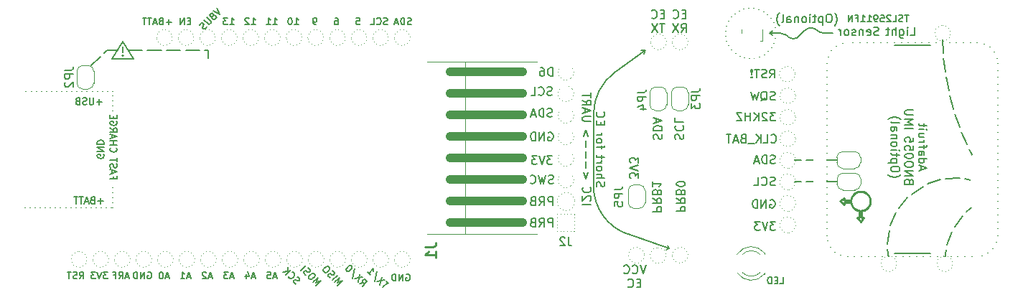
<source format=gbr>
%TF.GenerationSoftware,KiCad,Pcbnew,(7.0.0-0)*%
%TF.CreationDate,2023-06-13T14:54:47-07:00*%
%TF.ProjectId,ssrov-kicad-openctd,7373726f-762d-46b6-9963-61642d6f7065,rev?*%
%TF.SameCoordinates,Original*%
%TF.FileFunction,Legend,Bot*%
%TF.FilePolarity,Positive*%
%FSLAX46Y46*%
G04 Gerber Fmt 4.6, Leading zero omitted, Abs format (unit mm)*
G04 Created by KiCad (PCBNEW (7.0.0-0)) date 2023-06-13 14:54:47*
%MOMM*%
%LPD*%
G01*
G04 APERTURE LIST*
G04 Aperture macros list*
%AMFreePoly0*
4,1,19,0.500000,-0.750000,0.000000,-0.750000,0.000000,-0.744911,-0.071157,-0.744911,-0.207708,-0.704816,-0.327430,-0.627875,-0.420627,-0.520320,-0.479746,-0.390866,-0.500000,-0.250000,-0.500000,0.250000,-0.479746,0.390866,-0.420627,0.520320,-0.327430,0.627875,-0.207708,0.704816,-0.071157,0.744911,0.000000,0.744911,0.000000,0.750000,0.500000,0.750000,0.500000,-0.750000,0.500000,-0.750000,
$1*%
%AMFreePoly1*
4,1,19,0.000000,0.744911,0.071157,0.744911,0.207708,0.704816,0.327430,0.627875,0.420627,0.520320,0.479746,0.390866,0.500000,0.250000,0.500000,-0.250000,0.479746,-0.390866,0.420627,-0.520320,0.327430,-0.627875,0.207708,-0.704816,0.071157,-0.744911,0.000000,-0.744911,0.000000,-0.750000,-0.500000,-0.750000,-0.500000,0.750000,0.000000,0.750000,0.000000,0.744911,0.000000,0.744911,
$1*%
G04 Aperture macros list end*
%ADD10C,0.150000*%
%ADD11C,0.254000*%
%ADD12C,0.100000*%
%ADD13C,0.203199*%
%ADD14C,0.152400*%
%ADD15C,0.120000*%
%ADD16C,1.000000*%
%ADD17C,0.000000*%
%ADD18R,1.500000X1.050000*%
%ADD19O,1.500000X1.050000*%
%ADD20C,1.600000*%
%ADD21O,1.600000X1.600000*%
%ADD22R,1.508000X1.508000*%
%ADD23C,1.508000*%
%ADD24C,3.200000*%
%ADD25C,2.540000*%
%ADD26R,1.600000X1.600000*%
%ADD27R,1.651000X1.651000*%
%ADD28C,1.651000*%
%ADD29R,1.700000X1.700000*%
%ADD30O,1.700000X1.700000*%
%ADD31R,2.200000X2.200000*%
%ADD32O,2.200000X2.200000*%
%ADD33C,4.016000*%
%ADD34FreePoly0,90.000000*%
%ADD35FreePoly1,90.000000*%
%ADD36FreePoly0,0.000000*%
%ADD37FreePoly1,0.000000*%
%ADD38R,0.350000X1.200000*%
%ADD39R,1.650000X1.650000*%
%ADD40C,1.650000*%
%ADD41R,1.800000X1.800000*%
%ADD42C,1.800000*%
%ADD43FreePoly0,270.000000*%
%ADD44FreePoly1,270.000000*%
%ADD45C,0.800000*%
G04 APERTURE END LIST*
D10*
X105633868Y-83446000D02*
G75*
G03*
X105633868Y-83446000I-94868J0D01*
G01*
X161031432Y-98831021D02*
G75*
G03*
X165087409Y-104514917I5999968J-7579D01*
G01*
X166988000Y-83274000D02*
X167132000Y-82804000D01*
X163511648Y-85438639D02*
G75*
G03*
X161042163Y-90282449I3530552J-4851361D01*
G01*
X183662124Y-80989731D02*
X183958951Y-81227660D01*
X104267000Y-83820000D02*
X106807000Y-83820000D01*
X188120214Y-80772000D02*
X189230000Y-80772000D01*
X106807000Y-83820000D02*
X105537000Y-81788000D01*
X115570000Y-82804000D02*
X115570000Y-84454000D01*
X169926000Y-106172000D02*
X165087409Y-104514918D01*
X206115579Y-95944456D02*
X205352720Y-94481612D01*
X205094621Y-93939972D02*
X204439000Y-92426027D01*
X204220545Y-91867220D02*
X203675561Y-90310023D01*
X203497881Y-89736945D02*
X203066360Y-88144570D01*
X202930378Y-87560192D02*
X202614556Y-85940895D01*
X202520976Y-85348247D02*
X202322492Y-83710422D01*
X202271799Y-83112576D02*
X202191681Y-81464714D01*
X202184138Y-80864771D02*
X202184001Y-80772000D01*
X187397107Y-80463107D02*
G75*
G03*
X185982893Y-80463107I-707107J-707108D01*
G01*
X183896000Y-98358000D02*
X185545913Y-98341089D01*
X186145882Y-98334940D02*
X187795795Y-98318029D01*
X188395764Y-98311880D02*
X189749959Y-98298000D01*
X93980000Y-101357999D02*
X93980000Y-101357999D01*
X94580000Y-101357999D02*
X94580000Y-101357999D01*
X95180000Y-101357999D02*
X95180000Y-101357999D01*
X95780000Y-101357999D02*
X95780000Y-101357999D01*
X96380000Y-101357999D02*
X96380000Y-101357999D01*
X96980000Y-101357999D02*
X96980000Y-101357999D01*
X97580000Y-101357999D02*
X97580000Y-101357999D01*
X98180000Y-101357999D02*
X98180000Y-101357999D01*
X98780000Y-101357999D02*
X98780000Y-101357999D01*
X99380000Y-101357999D02*
X99380000Y-101357999D01*
X99980000Y-101357999D02*
X99980000Y-101357999D01*
X100580000Y-101357999D02*
X100580000Y-101357999D01*
X101180000Y-101357999D02*
X101180000Y-101357999D01*
X101780000Y-101357999D02*
X101780000Y-101357999D01*
X102380000Y-101357999D02*
X102380000Y-101357999D01*
X102980000Y-101357999D02*
X102980000Y-101357999D01*
X103580000Y-101357999D02*
X103580000Y-101357999D01*
X104180000Y-101357999D02*
X104180000Y-101357999D01*
X185291502Y-81154498D02*
X185982893Y-80463107D01*
X187397107Y-80463107D02*
X187413107Y-80479107D01*
X182550994Y-80772000D02*
X182550994Y-80772000D01*
X182490654Y-81367935D02*
X182490654Y-81367935D01*
X182312084Y-81939680D02*
X182312084Y-81939680D01*
X182022532Y-82464027D02*
X182022532Y-82464027D01*
X181633751Y-82919691D02*
X181633751Y-82919691D01*
X181161524Y-83288176D02*
X181161524Y-83288176D01*
X180625019Y-83554524D02*
X180625019Y-83554524D01*
X180046013Y-83707925D02*
X180046013Y-83707925D01*
X179448009Y-83742150D02*
X179448009Y-83742150D01*
X178855282Y-83655812D02*
X178855282Y-83655812D01*
X178291891Y-83452413D02*
X178291891Y-83452413D01*
X177780706Y-83140212D02*
X177780706Y-83140212D01*
X177342477Y-82731880D02*
X177342477Y-82731880D01*
X176994992Y-82243993D02*
X176994992Y-82243993D01*
X176752356Y-81696355D02*
X176752356Y-81696355D01*
X176624419Y-81111195D02*
X176624419Y-81111195D01*
X176616373Y-80512267D02*
X176616373Y-80512267D01*
X176728545Y-79923882D02*
X176728545Y-79923882D01*
X176956382Y-79369924D02*
X176956382Y-79369924D01*
X177290636Y-78872878D02*
X177290636Y-78872878D01*
X177717738Y-78452922D02*
X177717738Y-78452922D01*
X178220352Y-78127101D02*
X178220352Y-78127101D01*
X178778076Y-77908642D02*
X178778076Y-77908642D01*
X179368270Y-77806412D02*
X179368270Y-77806412D01*
X179966977Y-77824562D02*
X179966977Y-77824562D01*
X180549895Y-77962353D02*
X180549895Y-77962353D01*
X181093362Y-78214194D02*
X181093362Y-78214194D01*
X181575317Y-78569860D02*
X181575317Y-78569860D01*
X181976197Y-79014916D02*
X181976197Y-79014916D01*
X182279730Y-79531296D02*
X182279730Y-79531296D01*
X182473594Y-80098038D02*
X182473594Y-80098038D01*
X182549921Y-80692137D02*
X182549921Y-80692137D01*
X183896000Y-95758000D02*
X185546000Y-95758000D01*
X186146000Y-95758000D02*
X187796000Y-95758000D01*
X188396000Y-95758000D02*
X189720000Y-95758000D01*
X167132000Y-82804000D02*
X166624000Y-82804000D01*
X105537000Y-81788000D02*
X104267000Y-83820000D01*
X104318001Y-89927999D02*
X104318001Y-89927999D01*
X104318001Y-89327999D02*
X104318001Y-89327999D01*
X104318001Y-88727999D02*
X104318001Y-88727999D01*
X104318001Y-88127999D02*
X104318001Y-88127999D01*
X187413121Y-80479093D02*
G75*
G03*
X188120214Y-80772000I707079J706993D01*
G01*
X106172000Y-82804000D02*
X107822000Y-82804000D01*
X108422000Y-82804000D02*
X110072000Y-82804000D01*
X110672000Y-82804000D02*
X112322000Y-82804000D01*
X112922000Y-82804000D02*
X114572000Y-82804000D01*
X115172000Y-82804000D02*
X115570000Y-82804000D01*
X183662118Y-80989738D02*
G75*
G03*
X183036680Y-80770000I-625418J-780162D01*
G01*
X104318001Y-101357999D02*
X104318001Y-101357999D01*
X104318001Y-100757999D02*
X104318001Y-100757999D01*
X104318001Y-100157999D02*
X104318001Y-100157999D01*
X104318001Y-99557999D02*
X104318001Y-99557999D01*
X104318001Y-98957999D02*
X104318001Y-98957999D01*
X182118000Y-80518000D02*
X181816000Y-80770000D01*
X181816000Y-80770000D02*
X182118000Y-81026000D01*
X181816000Y-80770000D02*
X183036680Y-80770000D01*
X169926000Y-106172000D02*
X169788000Y-105844000D01*
X103632000Y-82804000D02*
X104902000Y-82804000D01*
X104318001Y-87641999D02*
X104318001Y-87641999D01*
X103718001Y-87641999D02*
X103718001Y-87641999D01*
X103118001Y-87641999D02*
X103118001Y-87641999D01*
X102518001Y-87641999D02*
X102518001Y-87641999D01*
X101918001Y-87641999D02*
X101918001Y-87641999D01*
X101318001Y-87641999D02*
X101318001Y-87641999D01*
X100718001Y-87641999D02*
X100718001Y-87641999D01*
X100118001Y-87641999D02*
X100118001Y-87641999D01*
X99518001Y-87641999D02*
X99518001Y-87641999D01*
X98918001Y-87641999D02*
X98918001Y-87641999D01*
X98318001Y-87641999D02*
X98318001Y-87641999D01*
X97718001Y-87641999D02*
X97718001Y-87641999D01*
X97118001Y-87641999D02*
X97118001Y-87641999D01*
X96518001Y-87641999D02*
X96518001Y-87641999D01*
X95918001Y-87641999D02*
X95918001Y-87641999D01*
X95318001Y-87641999D02*
X95318001Y-87641999D01*
X94718001Y-87641999D02*
X94718001Y-87641999D01*
X94118001Y-87641999D02*
X94118001Y-87641999D01*
X169926000Y-106172000D02*
X169628000Y-106314000D01*
X202383782Y-107948451D02*
X202582278Y-106312787D01*
X202728653Y-105731032D02*
X203327884Y-104196198D01*
X203614405Y-103669158D02*
X204576681Y-102331690D01*
X204985326Y-101892516D02*
X206248000Y-100838001D01*
X161031403Y-98831021D02*
X161042162Y-90282449D01*
X101727000Y-84709000D02*
X102893726Y-83542274D01*
X103317990Y-83118010D02*
X103632000Y-82804000D01*
X163511658Y-85438653D02*
X167132000Y-82804000D01*
X183958955Y-81227655D02*
G75*
G03*
X185291502Y-81154498I625445J780255D01*
G01*
X166624000Y-82804000D02*
X167132000Y-82804000D01*
X105537000Y-83058000D02*
X105539000Y-82426000D01*
X195930618Y-107925066D02*
X195684735Y-106296422D01*
X195678868Y-105696591D02*
X195892846Y-104063449D01*
X196053046Y-103485375D02*
X196710205Y-101975050D01*
X197023982Y-101463800D02*
X198073091Y-100194033D01*
X198515985Y-99789462D02*
X199875260Y-98859240D01*
X200412743Y-98592887D02*
X201976217Y-98074728D01*
X202566390Y-97967358D02*
X204212180Y-97901655D01*
X204809034Y-97961637D02*
X206247999Y-98298001D01*
X116024332Y-109539333D02*
X115643379Y-109539333D01*
X116100522Y-109767904D02*
X115833855Y-108967904D01*
X115833855Y-108967904D02*
X115567189Y-109767904D01*
X115338618Y-109044095D02*
X115300522Y-109006000D01*
X115300522Y-109006000D02*
X115224332Y-108967904D01*
X115224332Y-108967904D02*
X115033856Y-108967904D01*
X115033856Y-108967904D02*
X114957665Y-109006000D01*
X114957665Y-109006000D02*
X114919570Y-109044095D01*
X114919570Y-109044095D02*
X114881475Y-109120285D01*
X114881475Y-109120285D02*
X114881475Y-109196476D01*
X114881475Y-109196476D02*
X114919570Y-109310761D01*
X114919570Y-109310761D02*
X115376713Y-109767904D01*
X115376713Y-109767904D02*
X114881475Y-109767904D01*
X182435523Y-98714761D02*
X182292666Y-98762380D01*
X182292666Y-98762380D02*
X182054571Y-98762380D01*
X182054571Y-98762380D02*
X181959333Y-98714761D01*
X181959333Y-98714761D02*
X181911714Y-98667142D01*
X181911714Y-98667142D02*
X181864095Y-98571904D01*
X181864095Y-98571904D02*
X181864095Y-98476666D01*
X181864095Y-98476666D02*
X181911714Y-98381428D01*
X181911714Y-98381428D02*
X181959333Y-98333809D01*
X181959333Y-98333809D02*
X182054571Y-98286190D01*
X182054571Y-98286190D02*
X182245047Y-98238571D01*
X182245047Y-98238571D02*
X182340285Y-98190952D01*
X182340285Y-98190952D02*
X182387904Y-98143333D01*
X182387904Y-98143333D02*
X182435523Y-98048095D01*
X182435523Y-98048095D02*
X182435523Y-97952857D01*
X182435523Y-97952857D02*
X182387904Y-97857619D01*
X182387904Y-97857619D02*
X182340285Y-97810000D01*
X182340285Y-97810000D02*
X182245047Y-97762380D01*
X182245047Y-97762380D02*
X182006952Y-97762380D01*
X182006952Y-97762380D02*
X181864095Y-97810000D01*
X180864095Y-98667142D02*
X180911714Y-98714761D01*
X180911714Y-98714761D02*
X181054571Y-98762380D01*
X181054571Y-98762380D02*
X181149809Y-98762380D01*
X181149809Y-98762380D02*
X181292666Y-98714761D01*
X181292666Y-98714761D02*
X181387904Y-98619523D01*
X181387904Y-98619523D02*
X181435523Y-98524285D01*
X181435523Y-98524285D02*
X181483142Y-98333809D01*
X181483142Y-98333809D02*
X181483142Y-98190952D01*
X181483142Y-98190952D02*
X181435523Y-98000476D01*
X181435523Y-98000476D02*
X181387904Y-97905238D01*
X181387904Y-97905238D02*
X181292666Y-97810000D01*
X181292666Y-97810000D02*
X181149809Y-97762380D01*
X181149809Y-97762380D02*
X181054571Y-97762380D01*
X181054571Y-97762380D02*
X180911714Y-97810000D01*
X180911714Y-97810000D02*
X180864095Y-97857619D01*
X179959333Y-98762380D02*
X180435523Y-98762380D01*
X180435523Y-98762380D02*
X180435523Y-97762380D01*
X139538332Y-79757809D02*
X139424046Y-79795904D01*
X139424046Y-79795904D02*
X139233570Y-79795904D01*
X139233570Y-79795904D02*
X139157379Y-79757809D01*
X139157379Y-79757809D02*
X139119284Y-79719714D01*
X139119284Y-79719714D02*
X139081189Y-79643523D01*
X139081189Y-79643523D02*
X139081189Y-79567333D01*
X139081189Y-79567333D02*
X139119284Y-79491142D01*
X139119284Y-79491142D02*
X139157379Y-79453047D01*
X139157379Y-79453047D02*
X139233570Y-79414952D01*
X139233570Y-79414952D02*
X139385951Y-79376857D01*
X139385951Y-79376857D02*
X139462141Y-79338761D01*
X139462141Y-79338761D02*
X139500236Y-79300666D01*
X139500236Y-79300666D02*
X139538332Y-79224476D01*
X139538332Y-79224476D02*
X139538332Y-79148285D01*
X139538332Y-79148285D02*
X139500236Y-79072095D01*
X139500236Y-79072095D02*
X139462141Y-79034000D01*
X139462141Y-79034000D02*
X139385951Y-78995904D01*
X139385951Y-78995904D02*
X139195474Y-78995904D01*
X139195474Y-78995904D02*
X139081189Y-79034000D01*
X138738331Y-79795904D02*
X138738331Y-78995904D01*
X138738331Y-78995904D02*
X138547855Y-78995904D01*
X138547855Y-78995904D02*
X138433569Y-79034000D01*
X138433569Y-79034000D02*
X138357379Y-79110190D01*
X138357379Y-79110190D02*
X138319284Y-79186380D01*
X138319284Y-79186380D02*
X138281188Y-79338761D01*
X138281188Y-79338761D02*
X138281188Y-79453047D01*
X138281188Y-79453047D02*
X138319284Y-79605428D01*
X138319284Y-79605428D02*
X138357379Y-79681619D01*
X138357379Y-79681619D02*
X138433569Y-79757809D01*
X138433569Y-79757809D02*
X138547855Y-79795904D01*
X138547855Y-79795904D02*
X138738331Y-79795904D01*
X137976427Y-79567333D02*
X137595474Y-79567333D01*
X138052617Y-79795904D02*
X137785950Y-78995904D01*
X137785950Y-78995904D02*
X137519284Y-79795904D01*
X123644332Y-109539333D02*
X123263379Y-109539333D01*
X123720522Y-109767904D02*
X123453855Y-108967904D01*
X123453855Y-108967904D02*
X123187189Y-109767904D01*
X122539570Y-108967904D02*
X122920522Y-108967904D01*
X122920522Y-108967904D02*
X122958618Y-109348857D01*
X122958618Y-109348857D02*
X122920522Y-109310761D01*
X122920522Y-109310761D02*
X122844332Y-109272666D01*
X122844332Y-109272666D02*
X122653856Y-109272666D01*
X122653856Y-109272666D02*
X122577665Y-109310761D01*
X122577665Y-109310761D02*
X122539570Y-109348857D01*
X122539570Y-109348857D02*
X122501475Y-109425047D01*
X122501475Y-109425047D02*
X122501475Y-109615523D01*
X122501475Y-109615523D02*
X122539570Y-109691714D01*
X122539570Y-109691714D02*
X122577665Y-109729809D01*
X122577665Y-109729809D02*
X122653856Y-109767904D01*
X122653856Y-109767904D02*
X122844332Y-109767904D01*
X122844332Y-109767904D02*
X122920522Y-109729809D01*
X122920522Y-109729809D02*
X122958618Y-109691714D01*
X123225285Y-79795904D02*
X123682428Y-79795904D01*
X123453856Y-79795904D02*
X123453856Y-78995904D01*
X123453856Y-78995904D02*
X123530047Y-79110190D01*
X123530047Y-79110190D02*
X123606237Y-79186380D01*
X123606237Y-79186380D02*
X123682428Y-79224476D01*
X122463380Y-79795904D02*
X122920523Y-79795904D01*
X122691951Y-79795904D02*
X122691951Y-78995904D01*
X122691951Y-78995904D02*
X122768142Y-79110190D01*
X122768142Y-79110190D02*
X122844332Y-79186380D01*
X122844332Y-79186380D02*
X122920523Y-79224476D01*
X136725285Y-79757809D02*
X136610999Y-79795904D01*
X136610999Y-79795904D02*
X136420523Y-79795904D01*
X136420523Y-79795904D02*
X136344332Y-79757809D01*
X136344332Y-79757809D02*
X136306237Y-79719714D01*
X136306237Y-79719714D02*
X136268142Y-79643523D01*
X136268142Y-79643523D02*
X136268142Y-79567333D01*
X136268142Y-79567333D02*
X136306237Y-79491142D01*
X136306237Y-79491142D02*
X136344332Y-79453047D01*
X136344332Y-79453047D02*
X136420523Y-79414952D01*
X136420523Y-79414952D02*
X136572904Y-79376857D01*
X136572904Y-79376857D02*
X136649094Y-79338761D01*
X136649094Y-79338761D02*
X136687189Y-79300666D01*
X136687189Y-79300666D02*
X136725285Y-79224476D01*
X136725285Y-79224476D02*
X136725285Y-79148285D01*
X136725285Y-79148285D02*
X136687189Y-79072095D01*
X136687189Y-79072095D02*
X136649094Y-79034000D01*
X136649094Y-79034000D02*
X136572904Y-78995904D01*
X136572904Y-78995904D02*
X136382427Y-78995904D01*
X136382427Y-78995904D02*
X136268142Y-79034000D01*
X135468141Y-79719714D02*
X135506237Y-79757809D01*
X135506237Y-79757809D02*
X135620522Y-79795904D01*
X135620522Y-79795904D02*
X135696713Y-79795904D01*
X135696713Y-79795904D02*
X135810999Y-79757809D01*
X135810999Y-79757809D02*
X135887189Y-79681619D01*
X135887189Y-79681619D02*
X135925284Y-79605428D01*
X135925284Y-79605428D02*
X135963380Y-79453047D01*
X135963380Y-79453047D02*
X135963380Y-79338761D01*
X135963380Y-79338761D02*
X135925284Y-79186380D01*
X135925284Y-79186380D02*
X135887189Y-79110190D01*
X135887189Y-79110190D02*
X135810999Y-79034000D01*
X135810999Y-79034000D02*
X135696713Y-78995904D01*
X135696713Y-78995904D02*
X135620522Y-78995904D01*
X135620522Y-78995904D02*
X135506237Y-79034000D01*
X135506237Y-79034000D02*
X135468141Y-79072095D01*
X134744332Y-79795904D02*
X135125284Y-79795904D01*
X135125284Y-79795904D02*
X135125284Y-78995904D01*
X130540522Y-78999904D02*
X130692903Y-78999904D01*
X130692903Y-78999904D02*
X130769094Y-79038000D01*
X130769094Y-79038000D02*
X130807189Y-79076095D01*
X130807189Y-79076095D02*
X130883379Y-79190380D01*
X130883379Y-79190380D02*
X130921475Y-79342761D01*
X130921475Y-79342761D02*
X130921475Y-79647523D01*
X130921475Y-79647523D02*
X130883379Y-79723714D01*
X130883379Y-79723714D02*
X130845284Y-79761809D01*
X130845284Y-79761809D02*
X130769094Y-79799904D01*
X130769094Y-79799904D02*
X130616713Y-79799904D01*
X130616713Y-79799904D02*
X130540522Y-79761809D01*
X130540522Y-79761809D02*
X130502427Y-79723714D01*
X130502427Y-79723714D02*
X130464332Y-79647523D01*
X130464332Y-79647523D02*
X130464332Y-79457047D01*
X130464332Y-79457047D02*
X130502427Y-79380857D01*
X130502427Y-79380857D02*
X130540522Y-79342761D01*
X130540522Y-79342761D02*
X130616713Y-79304666D01*
X130616713Y-79304666D02*
X130769094Y-79304666D01*
X130769094Y-79304666D02*
X130845284Y-79342761D01*
X130845284Y-79342761D02*
X130883379Y-79380857D01*
X130883379Y-79380857D02*
X130921475Y-79457047D01*
X198390857Y-81062380D02*
X198867047Y-81062380D01*
X198867047Y-81062380D02*
X198867047Y-80062380D01*
X198057523Y-81062380D02*
X198057523Y-80395714D01*
X198057523Y-80062380D02*
X198105142Y-80110000D01*
X198105142Y-80110000D02*
X198057523Y-80157619D01*
X198057523Y-80157619D02*
X198009904Y-80110000D01*
X198009904Y-80110000D02*
X198057523Y-80062380D01*
X198057523Y-80062380D02*
X198057523Y-80157619D01*
X197152762Y-80395714D02*
X197152762Y-81205238D01*
X197152762Y-81205238D02*
X197200381Y-81300476D01*
X197200381Y-81300476D02*
X197248000Y-81348095D01*
X197248000Y-81348095D02*
X197343238Y-81395714D01*
X197343238Y-81395714D02*
X197486095Y-81395714D01*
X197486095Y-81395714D02*
X197581333Y-81348095D01*
X197152762Y-81014761D02*
X197248000Y-81062380D01*
X197248000Y-81062380D02*
X197438476Y-81062380D01*
X197438476Y-81062380D02*
X197533714Y-81014761D01*
X197533714Y-81014761D02*
X197581333Y-80967142D01*
X197581333Y-80967142D02*
X197628952Y-80871904D01*
X197628952Y-80871904D02*
X197628952Y-80586190D01*
X197628952Y-80586190D02*
X197581333Y-80490952D01*
X197581333Y-80490952D02*
X197533714Y-80443333D01*
X197533714Y-80443333D02*
X197438476Y-80395714D01*
X197438476Y-80395714D02*
X197248000Y-80395714D01*
X197248000Y-80395714D02*
X197152762Y-80443333D01*
X196676571Y-81062380D02*
X196676571Y-80062380D01*
X196248000Y-81062380D02*
X196248000Y-80538571D01*
X196248000Y-80538571D02*
X196295619Y-80443333D01*
X196295619Y-80443333D02*
X196390857Y-80395714D01*
X196390857Y-80395714D02*
X196533714Y-80395714D01*
X196533714Y-80395714D02*
X196628952Y-80443333D01*
X196628952Y-80443333D02*
X196676571Y-80490952D01*
X195914666Y-80395714D02*
X195533714Y-80395714D01*
X195771809Y-80062380D02*
X195771809Y-80919523D01*
X195771809Y-80919523D02*
X195724190Y-81014761D01*
X195724190Y-81014761D02*
X195628952Y-81062380D01*
X195628952Y-81062380D02*
X195533714Y-81062380D01*
X194647999Y-81014761D02*
X194505142Y-81062380D01*
X194505142Y-81062380D02*
X194267047Y-81062380D01*
X194267047Y-81062380D02*
X194171809Y-81014761D01*
X194171809Y-81014761D02*
X194124190Y-80967142D01*
X194124190Y-80967142D02*
X194076571Y-80871904D01*
X194076571Y-80871904D02*
X194076571Y-80776666D01*
X194076571Y-80776666D02*
X194124190Y-80681428D01*
X194124190Y-80681428D02*
X194171809Y-80633809D01*
X194171809Y-80633809D02*
X194267047Y-80586190D01*
X194267047Y-80586190D02*
X194457523Y-80538571D01*
X194457523Y-80538571D02*
X194552761Y-80490952D01*
X194552761Y-80490952D02*
X194600380Y-80443333D01*
X194600380Y-80443333D02*
X194647999Y-80348095D01*
X194647999Y-80348095D02*
X194647999Y-80252857D01*
X194647999Y-80252857D02*
X194600380Y-80157619D01*
X194600380Y-80157619D02*
X194552761Y-80110000D01*
X194552761Y-80110000D02*
X194457523Y-80062380D01*
X194457523Y-80062380D02*
X194219428Y-80062380D01*
X194219428Y-80062380D02*
X194076571Y-80110000D01*
X193267047Y-81014761D02*
X193362285Y-81062380D01*
X193362285Y-81062380D02*
X193552761Y-81062380D01*
X193552761Y-81062380D02*
X193647999Y-81014761D01*
X193647999Y-81014761D02*
X193695618Y-80919523D01*
X193695618Y-80919523D02*
X193695618Y-80538571D01*
X193695618Y-80538571D02*
X193647999Y-80443333D01*
X193647999Y-80443333D02*
X193552761Y-80395714D01*
X193552761Y-80395714D02*
X193362285Y-80395714D01*
X193362285Y-80395714D02*
X193267047Y-80443333D01*
X193267047Y-80443333D02*
X193219428Y-80538571D01*
X193219428Y-80538571D02*
X193219428Y-80633809D01*
X193219428Y-80633809D02*
X193695618Y-80729047D01*
X192790856Y-80395714D02*
X192790856Y-81062380D01*
X192790856Y-80490952D02*
X192743237Y-80443333D01*
X192743237Y-80443333D02*
X192647999Y-80395714D01*
X192647999Y-80395714D02*
X192505142Y-80395714D01*
X192505142Y-80395714D02*
X192409904Y-80443333D01*
X192409904Y-80443333D02*
X192362285Y-80538571D01*
X192362285Y-80538571D02*
X192362285Y-81062380D01*
X191933713Y-81014761D02*
X191838475Y-81062380D01*
X191838475Y-81062380D02*
X191647999Y-81062380D01*
X191647999Y-81062380D02*
X191552761Y-81014761D01*
X191552761Y-81014761D02*
X191505142Y-80919523D01*
X191505142Y-80919523D02*
X191505142Y-80871904D01*
X191505142Y-80871904D02*
X191552761Y-80776666D01*
X191552761Y-80776666D02*
X191647999Y-80729047D01*
X191647999Y-80729047D02*
X191790856Y-80729047D01*
X191790856Y-80729047D02*
X191886094Y-80681428D01*
X191886094Y-80681428D02*
X191933713Y-80586190D01*
X191933713Y-80586190D02*
X191933713Y-80538571D01*
X191933713Y-80538571D02*
X191886094Y-80443333D01*
X191886094Y-80443333D02*
X191790856Y-80395714D01*
X191790856Y-80395714D02*
X191647999Y-80395714D01*
X191647999Y-80395714D02*
X191552761Y-80443333D01*
X190933713Y-81062380D02*
X191028951Y-81014761D01*
X191028951Y-81014761D02*
X191076570Y-80967142D01*
X191076570Y-80967142D02*
X191124189Y-80871904D01*
X191124189Y-80871904D02*
X191124189Y-80586190D01*
X191124189Y-80586190D02*
X191076570Y-80490952D01*
X191076570Y-80490952D02*
X191028951Y-80443333D01*
X191028951Y-80443333D02*
X190933713Y-80395714D01*
X190933713Y-80395714D02*
X190790856Y-80395714D01*
X190790856Y-80395714D02*
X190695618Y-80443333D01*
X190695618Y-80443333D02*
X190647999Y-80490952D01*
X190647999Y-80490952D02*
X190600380Y-80586190D01*
X190600380Y-80586190D02*
X190600380Y-80871904D01*
X190600380Y-80871904D02*
X190647999Y-80967142D01*
X190647999Y-80967142D02*
X190695618Y-81014761D01*
X190695618Y-81014761D02*
X190790856Y-81062380D01*
X190790856Y-81062380D02*
X190933713Y-81062380D01*
X190171808Y-81062380D02*
X190171808Y-80395714D01*
X190171808Y-80586190D02*
X190124189Y-80490952D01*
X190124189Y-80490952D02*
X190076570Y-80443333D01*
X190076570Y-80443333D02*
X189981332Y-80395714D01*
X189981332Y-80395714D02*
X189886094Y-80395714D01*
X106226237Y-109539333D02*
X105845284Y-109539333D01*
X106302427Y-109767904D02*
X106035760Y-108967904D01*
X106035760Y-108967904D02*
X105769094Y-109767904D01*
X105045284Y-109767904D02*
X105311951Y-109386952D01*
X105502427Y-109767904D02*
X105502427Y-108967904D01*
X105502427Y-108967904D02*
X105197665Y-108967904D01*
X105197665Y-108967904D02*
X105121475Y-109006000D01*
X105121475Y-109006000D02*
X105083380Y-109044095D01*
X105083380Y-109044095D02*
X105045284Y-109120285D01*
X105045284Y-109120285D02*
X105045284Y-109234571D01*
X105045284Y-109234571D02*
X105083380Y-109310761D01*
X105083380Y-109310761D02*
X105121475Y-109348857D01*
X105121475Y-109348857D02*
X105197665Y-109386952D01*
X105197665Y-109386952D02*
X105502427Y-109386952D01*
X104435761Y-109348857D02*
X104702427Y-109348857D01*
X104702427Y-109767904D02*
X104702427Y-108967904D01*
X104702427Y-108967904D02*
X104321475Y-108967904D01*
X198181809Y-78661904D02*
X197724666Y-78661904D01*
X197953238Y-79461904D02*
X197953238Y-78661904D01*
X197496095Y-79423809D02*
X197381809Y-79461904D01*
X197381809Y-79461904D02*
X197191333Y-79461904D01*
X197191333Y-79461904D02*
X197115142Y-79423809D01*
X197115142Y-79423809D02*
X197077047Y-79385714D01*
X197077047Y-79385714D02*
X197038952Y-79309523D01*
X197038952Y-79309523D02*
X197038952Y-79233333D01*
X197038952Y-79233333D02*
X197077047Y-79157142D01*
X197077047Y-79157142D02*
X197115142Y-79119047D01*
X197115142Y-79119047D02*
X197191333Y-79080952D01*
X197191333Y-79080952D02*
X197343714Y-79042857D01*
X197343714Y-79042857D02*
X197419904Y-79004761D01*
X197419904Y-79004761D02*
X197457999Y-78966666D01*
X197457999Y-78966666D02*
X197496095Y-78890476D01*
X197496095Y-78890476D02*
X197496095Y-78814285D01*
X197496095Y-78814285D02*
X197457999Y-78738095D01*
X197457999Y-78738095D02*
X197419904Y-78700000D01*
X197419904Y-78700000D02*
X197343714Y-78661904D01*
X197343714Y-78661904D02*
X197153237Y-78661904D01*
X197153237Y-78661904D02*
X197038952Y-78700000D01*
X196315142Y-79461904D02*
X196696094Y-79461904D01*
X196696094Y-79461904D02*
X196696094Y-78661904D01*
X196086571Y-78738095D02*
X196048475Y-78700000D01*
X196048475Y-78700000D02*
X195972285Y-78661904D01*
X195972285Y-78661904D02*
X195781809Y-78661904D01*
X195781809Y-78661904D02*
X195705618Y-78700000D01*
X195705618Y-78700000D02*
X195667523Y-78738095D01*
X195667523Y-78738095D02*
X195629428Y-78814285D01*
X195629428Y-78814285D02*
X195629428Y-78890476D01*
X195629428Y-78890476D02*
X195667523Y-79004761D01*
X195667523Y-79004761D02*
X196124666Y-79461904D01*
X196124666Y-79461904D02*
X195629428Y-79461904D01*
X194905618Y-78661904D02*
X195286570Y-78661904D01*
X195286570Y-78661904D02*
X195324666Y-79042857D01*
X195324666Y-79042857D02*
X195286570Y-79004761D01*
X195286570Y-79004761D02*
X195210380Y-78966666D01*
X195210380Y-78966666D02*
X195019904Y-78966666D01*
X195019904Y-78966666D02*
X194943713Y-79004761D01*
X194943713Y-79004761D02*
X194905618Y-79042857D01*
X194905618Y-79042857D02*
X194867523Y-79119047D01*
X194867523Y-79119047D02*
X194867523Y-79309523D01*
X194867523Y-79309523D02*
X194905618Y-79385714D01*
X194905618Y-79385714D02*
X194943713Y-79423809D01*
X194943713Y-79423809D02*
X195019904Y-79461904D01*
X195019904Y-79461904D02*
X195210380Y-79461904D01*
X195210380Y-79461904D02*
X195286570Y-79423809D01*
X195286570Y-79423809D02*
X195324666Y-79385714D01*
X194486570Y-79461904D02*
X194334189Y-79461904D01*
X194334189Y-79461904D02*
X194257999Y-79423809D01*
X194257999Y-79423809D02*
X194219903Y-79385714D01*
X194219903Y-79385714D02*
X194143713Y-79271428D01*
X194143713Y-79271428D02*
X194105618Y-79119047D01*
X194105618Y-79119047D02*
X194105618Y-78814285D01*
X194105618Y-78814285D02*
X194143713Y-78738095D01*
X194143713Y-78738095D02*
X194181808Y-78700000D01*
X194181808Y-78700000D02*
X194257999Y-78661904D01*
X194257999Y-78661904D02*
X194410380Y-78661904D01*
X194410380Y-78661904D02*
X194486570Y-78700000D01*
X194486570Y-78700000D02*
X194524665Y-78738095D01*
X194524665Y-78738095D02*
X194562761Y-78814285D01*
X194562761Y-78814285D02*
X194562761Y-79004761D01*
X194562761Y-79004761D02*
X194524665Y-79080952D01*
X194524665Y-79080952D02*
X194486570Y-79119047D01*
X194486570Y-79119047D02*
X194410380Y-79157142D01*
X194410380Y-79157142D02*
X194257999Y-79157142D01*
X194257999Y-79157142D02*
X194181808Y-79119047D01*
X194181808Y-79119047D02*
X194143713Y-79080952D01*
X194143713Y-79080952D02*
X194105618Y-79004761D01*
X193343713Y-79461904D02*
X193800856Y-79461904D01*
X193572284Y-79461904D02*
X193572284Y-78661904D01*
X193572284Y-78661904D02*
X193648475Y-78776190D01*
X193648475Y-78776190D02*
X193724665Y-78852380D01*
X193724665Y-78852380D02*
X193800856Y-78890476D01*
X192581808Y-79461904D02*
X193038951Y-79461904D01*
X192810379Y-79461904D02*
X192810379Y-78661904D01*
X192810379Y-78661904D02*
X192886570Y-78776190D01*
X192886570Y-78776190D02*
X192962760Y-78852380D01*
X192962760Y-78852380D02*
X193038951Y-78890476D01*
X191972284Y-79042857D02*
X192238950Y-79042857D01*
X192238950Y-79461904D02*
X192238950Y-78661904D01*
X192238950Y-78661904D02*
X191857998Y-78661904D01*
X191553236Y-79461904D02*
X191553236Y-78661904D01*
X191553236Y-78661904D02*
X191096093Y-79461904D01*
X191096093Y-79461904D02*
X191096093Y-78661904D01*
X100396998Y-109767904D02*
X100663665Y-109386952D01*
X100854141Y-109767904D02*
X100854141Y-108967904D01*
X100854141Y-108967904D02*
X100549379Y-108967904D01*
X100549379Y-108967904D02*
X100473189Y-109006000D01*
X100473189Y-109006000D02*
X100435094Y-109044095D01*
X100435094Y-109044095D02*
X100396998Y-109120285D01*
X100396998Y-109120285D02*
X100396998Y-109234571D01*
X100396998Y-109234571D02*
X100435094Y-109310761D01*
X100435094Y-109310761D02*
X100473189Y-109348857D01*
X100473189Y-109348857D02*
X100549379Y-109386952D01*
X100549379Y-109386952D02*
X100854141Y-109386952D01*
X100092237Y-109729809D02*
X99977951Y-109767904D01*
X99977951Y-109767904D02*
X99787475Y-109767904D01*
X99787475Y-109767904D02*
X99711284Y-109729809D01*
X99711284Y-109729809D02*
X99673189Y-109691714D01*
X99673189Y-109691714D02*
X99635094Y-109615523D01*
X99635094Y-109615523D02*
X99635094Y-109539333D01*
X99635094Y-109539333D02*
X99673189Y-109463142D01*
X99673189Y-109463142D02*
X99711284Y-109425047D01*
X99711284Y-109425047D02*
X99787475Y-109386952D01*
X99787475Y-109386952D02*
X99939856Y-109348857D01*
X99939856Y-109348857D02*
X100016046Y-109310761D01*
X100016046Y-109310761D02*
X100054141Y-109272666D01*
X100054141Y-109272666D02*
X100092237Y-109196476D01*
X100092237Y-109196476D02*
X100092237Y-109120285D01*
X100092237Y-109120285D02*
X100054141Y-109044095D01*
X100054141Y-109044095D02*
X100016046Y-109006000D01*
X100016046Y-109006000D02*
X99939856Y-108967904D01*
X99939856Y-108967904D02*
X99749379Y-108967904D01*
X99749379Y-108967904D02*
X99635094Y-109006000D01*
X99406522Y-108967904D02*
X98949379Y-108967904D01*
X99177951Y-109767904D02*
X99177951Y-108967904D01*
X181978476Y-93651142D02*
X182026095Y-93698761D01*
X182026095Y-93698761D02*
X182168952Y-93746380D01*
X182168952Y-93746380D02*
X182264190Y-93746380D01*
X182264190Y-93746380D02*
X182407047Y-93698761D01*
X182407047Y-93698761D02*
X182502285Y-93603523D01*
X182502285Y-93603523D02*
X182549904Y-93508285D01*
X182549904Y-93508285D02*
X182597523Y-93317809D01*
X182597523Y-93317809D02*
X182597523Y-93174952D01*
X182597523Y-93174952D02*
X182549904Y-92984476D01*
X182549904Y-92984476D02*
X182502285Y-92889238D01*
X182502285Y-92889238D02*
X182407047Y-92794000D01*
X182407047Y-92794000D02*
X182264190Y-92746380D01*
X182264190Y-92746380D02*
X182168952Y-92746380D01*
X182168952Y-92746380D02*
X182026095Y-92794000D01*
X182026095Y-92794000D02*
X181978476Y-92841619D01*
X181073714Y-93746380D02*
X181549904Y-93746380D01*
X181549904Y-93746380D02*
X181549904Y-92746380D01*
X180740380Y-93746380D02*
X180740380Y-92746380D01*
X180168952Y-93746380D02*
X180597523Y-93174952D01*
X180168952Y-92746380D02*
X180740380Y-93317809D01*
X179978476Y-93841619D02*
X179216571Y-93841619D01*
X178645142Y-93222571D02*
X178502285Y-93270190D01*
X178502285Y-93270190D02*
X178454666Y-93317809D01*
X178454666Y-93317809D02*
X178407047Y-93413047D01*
X178407047Y-93413047D02*
X178407047Y-93555904D01*
X178407047Y-93555904D02*
X178454666Y-93651142D01*
X178454666Y-93651142D02*
X178502285Y-93698761D01*
X178502285Y-93698761D02*
X178597523Y-93746380D01*
X178597523Y-93746380D02*
X178978475Y-93746380D01*
X178978475Y-93746380D02*
X178978475Y-92746380D01*
X178978475Y-92746380D02*
X178645142Y-92746380D01*
X178645142Y-92746380D02*
X178549904Y-92794000D01*
X178549904Y-92794000D02*
X178502285Y-92841619D01*
X178502285Y-92841619D02*
X178454666Y-92936857D01*
X178454666Y-92936857D02*
X178454666Y-93032095D01*
X178454666Y-93032095D02*
X178502285Y-93127333D01*
X178502285Y-93127333D02*
X178549904Y-93174952D01*
X178549904Y-93174952D02*
X178645142Y-93222571D01*
X178645142Y-93222571D02*
X178978475Y-93222571D01*
X178026094Y-93460666D02*
X177549904Y-93460666D01*
X178121332Y-93746380D02*
X177787999Y-92746380D01*
X177787999Y-92746380D02*
X177454666Y-93746380D01*
X177264189Y-92746380D02*
X176692761Y-92746380D01*
X176978475Y-93746380D02*
X176978475Y-92746380D01*
X181816476Y-86072380D02*
X182149809Y-85596190D01*
X182387904Y-86072380D02*
X182387904Y-85072380D01*
X182387904Y-85072380D02*
X182006952Y-85072380D01*
X182006952Y-85072380D02*
X181911714Y-85120000D01*
X181911714Y-85120000D02*
X181864095Y-85167619D01*
X181864095Y-85167619D02*
X181816476Y-85262857D01*
X181816476Y-85262857D02*
X181816476Y-85405714D01*
X181816476Y-85405714D02*
X181864095Y-85500952D01*
X181864095Y-85500952D02*
X181911714Y-85548571D01*
X181911714Y-85548571D02*
X182006952Y-85596190D01*
X182006952Y-85596190D02*
X182387904Y-85596190D01*
X181435523Y-86024761D02*
X181292666Y-86072380D01*
X181292666Y-86072380D02*
X181054571Y-86072380D01*
X181054571Y-86072380D02*
X180959333Y-86024761D01*
X180959333Y-86024761D02*
X180911714Y-85977142D01*
X180911714Y-85977142D02*
X180864095Y-85881904D01*
X180864095Y-85881904D02*
X180864095Y-85786666D01*
X180864095Y-85786666D02*
X180911714Y-85691428D01*
X180911714Y-85691428D02*
X180959333Y-85643809D01*
X180959333Y-85643809D02*
X181054571Y-85596190D01*
X181054571Y-85596190D02*
X181245047Y-85548571D01*
X181245047Y-85548571D02*
X181340285Y-85500952D01*
X181340285Y-85500952D02*
X181387904Y-85453333D01*
X181387904Y-85453333D02*
X181435523Y-85358095D01*
X181435523Y-85358095D02*
X181435523Y-85262857D01*
X181435523Y-85262857D02*
X181387904Y-85167619D01*
X181387904Y-85167619D02*
X181340285Y-85120000D01*
X181340285Y-85120000D02*
X181245047Y-85072380D01*
X181245047Y-85072380D02*
X181006952Y-85072380D01*
X181006952Y-85072380D02*
X180864095Y-85120000D01*
X180578380Y-85072380D02*
X180006952Y-85072380D01*
X180292666Y-86072380D02*
X180292666Y-85072380D01*
X179673618Y-85977142D02*
X179625999Y-86024761D01*
X179625999Y-86024761D02*
X179673618Y-86072380D01*
X179673618Y-86072380D02*
X179721237Y-86024761D01*
X179721237Y-86024761D02*
X179673618Y-85977142D01*
X179673618Y-85977142D02*
X179673618Y-86072380D01*
X179673618Y-85691428D02*
X179721237Y-85120000D01*
X179721237Y-85120000D02*
X179673618Y-85072380D01*
X179673618Y-85072380D02*
X179625999Y-85120000D01*
X179625999Y-85120000D02*
X179673618Y-85691428D01*
X179673618Y-85691428D02*
X179673618Y-85072380D01*
X113503379Y-79376857D02*
X113236713Y-79376857D01*
X113122427Y-79795904D02*
X113503379Y-79795904D01*
X113503379Y-79795904D02*
X113503379Y-78995904D01*
X113503379Y-78995904D02*
X113122427Y-78995904D01*
X112779569Y-79795904D02*
X112779569Y-78995904D01*
X112779569Y-78995904D02*
X112322426Y-79795904D01*
X112322426Y-79795904D02*
X112322426Y-78995904D01*
X167195332Y-108160380D02*
X166861999Y-109160380D01*
X166861999Y-109160380D02*
X166528666Y-108160380D01*
X165623904Y-109065142D02*
X165671523Y-109112761D01*
X165671523Y-109112761D02*
X165814380Y-109160380D01*
X165814380Y-109160380D02*
X165909618Y-109160380D01*
X165909618Y-109160380D02*
X166052475Y-109112761D01*
X166052475Y-109112761D02*
X166147713Y-109017523D01*
X166147713Y-109017523D02*
X166195332Y-108922285D01*
X166195332Y-108922285D02*
X166242951Y-108731809D01*
X166242951Y-108731809D02*
X166242951Y-108588952D01*
X166242951Y-108588952D02*
X166195332Y-108398476D01*
X166195332Y-108398476D02*
X166147713Y-108303238D01*
X166147713Y-108303238D02*
X166052475Y-108208000D01*
X166052475Y-108208000D02*
X165909618Y-108160380D01*
X165909618Y-108160380D02*
X165814380Y-108160380D01*
X165814380Y-108160380D02*
X165671523Y-108208000D01*
X165671523Y-108208000D02*
X165623904Y-108255619D01*
X164623904Y-109065142D02*
X164671523Y-109112761D01*
X164671523Y-109112761D02*
X164814380Y-109160380D01*
X164814380Y-109160380D02*
X164909618Y-109160380D01*
X164909618Y-109160380D02*
X165052475Y-109112761D01*
X165052475Y-109112761D02*
X165147713Y-109017523D01*
X165147713Y-109017523D02*
X165195332Y-108922285D01*
X165195332Y-108922285D02*
X165242951Y-108731809D01*
X165242951Y-108731809D02*
X165242951Y-108588952D01*
X165242951Y-108588952D02*
X165195332Y-108398476D01*
X165195332Y-108398476D02*
X165147713Y-108303238D01*
X165147713Y-108303238D02*
X165052475Y-108208000D01*
X165052475Y-108208000D02*
X164909618Y-108160380D01*
X164909618Y-108160380D02*
X164814380Y-108160380D01*
X164814380Y-108160380D02*
X164671523Y-108208000D01*
X164671523Y-108208000D02*
X164623904Y-108255619D01*
X166576285Y-110256571D02*
X166242952Y-110256571D01*
X166100095Y-110780380D02*
X166576285Y-110780380D01*
X166576285Y-110780380D02*
X166576285Y-109780380D01*
X166576285Y-109780380D02*
X166100095Y-109780380D01*
X165100095Y-110685142D02*
X165147714Y-110732761D01*
X165147714Y-110732761D02*
X165290571Y-110780380D01*
X165290571Y-110780380D02*
X165385809Y-110780380D01*
X165385809Y-110780380D02*
X165528666Y-110732761D01*
X165528666Y-110732761D02*
X165623904Y-110637523D01*
X165623904Y-110637523D02*
X165671523Y-110542285D01*
X165671523Y-110542285D02*
X165719142Y-110351809D01*
X165719142Y-110351809D02*
X165719142Y-110208952D01*
X165719142Y-110208952D02*
X165671523Y-110018476D01*
X165671523Y-110018476D02*
X165623904Y-109923238D01*
X165623904Y-109923238D02*
X165528666Y-109828000D01*
X165528666Y-109828000D02*
X165385809Y-109780380D01*
X165385809Y-109780380D02*
X165290571Y-109780380D01*
X165290571Y-109780380D02*
X165147714Y-109828000D01*
X165147714Y-109828000D02*
X165100095Y-109875619D01*
X156201904Y-101115380D02*
X156201904Y-100115380D01*
X156201904Y-100115380D02*
X155820952Y-100115380D01*
X155820952Y-100115380D02*
X155725714Y-100163000D01*
X155725714Y-100163000D02*
X155678095Y-100210619D01*
X155678095Y-100210619D02*
X155630476Y-100305857D01*
X155630476Y-100305857D02*
X155630476Y-100448714D01*
X155630476Y-100448714D02*
X155678095Y-100543952D01*
X155678095Y-100543952D02*
X155725714Y-100591571D01*
X155725714Y-100591571D02*
X155820952Y-100639190D01*
X155820952Y-100639190D02*
X156201904Y-100639190D01*
X154630476Y-101115380D02*
X154963809Y-100639190D01*
X155201904Y-101115380D02*
X155201904Y-100115380D01*
X155201904Y-100115380D02*
X154820952Y-100115380D01*
X154820952Y-100115380D02*
X154725714Y-100163000D01*
X154725714Y-100163000D02*
X154678095Y-100210619D01*
X154678095Y-100210619D02*
X154630476Y-100305857D01*
X154630476Y-100305857D02*
X154630476Y-100448714D01*
X154630476Y-100448714D02*
X154678095Y-100543952D01*
X154678095Y-100543952D02*
X154725714Y-100591571D01*
X154725714Y-100591571D02*
X154820952Y-100639190D01*
X154820952Y-100639190D02*
X155201904Y-100639190D01*
X153868571Y-100591571D02*
X153725714Y-100639190D01*
X153725714Y-100639190D02*
X153678095Y-100686809D01*
X153678095Y-100686809D02*
X153630476Y-100782047D01*
X153630476Y-100782047D02*
X153630476Y-100924904D01*
X153630476Y-100924904D02*
X153678095Y-101020142D01*
X153678095Y-101020142D02*
X153725714Y-101067761D01*
X153725714Y-101067761D02*
X153820952Y-101115380D01*
X153820952Y-101115380D02*
X154201904Y-101115380D01*
X154201904Y-101115380D02*
X154201904Y-100115380D01*
X154201904Y-100115380D02*
X153868571Y-100115380D01*
X153868571Y-100115380D02*
X153773333Y-100163000D01*
X153773333Y-100163000D02*
X153725714Y-100210619D01*
X153725714Y-100210619D02*
X153678095Y-100305857D01*
X153678095Y-100305857D02*
X153678095Y-100401095D01*
X153678095Y-100401095D02*
X153725714Y-100496333D01*
X153725714Y-100496333D02*
X153773333Y-100543952D01*
X153773333Y-100543952D02*
X153868571Y-100591571D01*
X153868571Y-100591571D02*
X154201904Y-100591571D01*
X103181143Y-100585141D02*
X102571620Y-100585141D01*
X102876381Y-100889903D02*
X102876381Y-100280379D01*
X101924001Y-100470856D02*
X101809715Y-100508951D01*
X101809715Y-100508951D02*
X101771620Y-100547046D01*
X101771620Y-100547046D02*
X101733524Y-100623237D01*
X101733524Y-100623237D02*
X101733524Y-100737522D01*
X101733524Y-100737522D02*
X101771620Y-100813713D01*
X101771620Y-100813713D02*
X101809715Y-100851808D01*
X101809715Y-100851808D02*
X101885905Y-100889903D01*
X101885905Y-100889903D02*
X102190667Y-100889903D01*
X102190667Y-100889903D02*
X102190667Y-100089903D01*
X102190667Y-100089903D02*
X101924001Y-100089903D01*
X101924001Y-100089903D02*
X101847810Y-100127999D01*
X101847810Y-100127999D02*
X101809715Y-100166094D01*
X101809715Y-100166094D02*
X101771620Y-100242284D01*
X101771620Y-100242284D02*
X101771620Y-100318475D01*
X101771620Y-100318475D02*
X101809715Y-100394665D01*
X101809715Y-100394665D02*
X101847810Y-100432760D01*
X101847810Y-100432760D02*
X101924001Y-100470856D01*
X101924001Y-100470856D02*
X102190667Y-100470856D01*
X101428763Y-100661332D02*
X101047810Y-100661332D01*
X101504953Y-100889903D02*
X101238286Y-100089903D01*
X101238286Y-100089903D02*
X100971620Y-100889903D01*
X100819239Y-100089903D02*
X100362096Y-100089903D01*
X100590668Y-100889903D02*
X100590668Y-100089903D01*
X100209715Y-100089903D02*
X99752572Y-100089903D01*
X99981144Y-100889903D02*
X99981144Y-100089903D01*
X181864095Y-100480000D02*
X181959333Y-100432380D01*
X181959333Y-100432380D02*
X182102190Y-100432380D01*
X182102190Y-100432380D02*
X182245047Y-100480000D01*
X182245047Y-100480000D02*
X182340285Y-100575238D01*
X182340285Y-100575238D02*
X182387904Y-100670476D01*
X182387904Y-100670476D02*
X182435523Y-100860952D01*
X182435523Y-100860952D02*
X182435523Y-101003809D01*
X182435523Y-101003809D02*
X182387904Y-101194285D01*
X182387904Y-101194285D02*
X182340285Y-101289523D01*
X182340285Y-101289523D02*
X182245047Y-101384761D01*
X182245047Y-101384761D02*
X182102190Y-101432380D01*
X182102190Y-101432380D02*
X182006952Y-101432380D01*
X182006952Y-101432380D02*
X181864095Y-101384761D01*
X181864095Y-101384761D02*
X181816476Y-101337142D01*
X181816476Y-101337142D02*
X181816476Y-101003809D01*
X181816476Y-101003809D02*
X182006952Y-101003809D01*
X181387904Y-101432380D02*
X181387904Y-100432380D01*
X181387904Y-100432380D02*
X180816476Y-101432380D01*
X180816476Y-101432380D02*
X180816476Y-100432380D01*
X180340285Y-101432380D02*
X180340285Y-100432380D01*
X180340285Y-100432380D02*
X180102190Y-100432380D01*
X180102190Y-100432380D02*
X179959333Y-100480000D01*
X179959333Y-100480000D02*
X179864095Y-100575238D01*
X179864095Y-100575238D02*
X179816476Y-100670476D01*
X179816476Y-100670476D02*
X179768857Y-100860952D01*
X179768857Y-100860952D02*
X179768857Y-101003809D01*
X179768857Y-101003809D02*
X179816476Y-101194285D01*
X179816476Y-101194285D02*
X179864095Y-101289523D01*
X179864095Y-101289523D02*
X179959333Y-101384761D01*
X179959333Y-101384761D02*
X180102190Y-101432380D01*
X180102190Y-101432380D02*
X180340285Y-101432380D01*
X156178094Y-95265380D02*
X155559047Y-95265380D01*
X155559047Y-95265380D02*
X155892380Y-95646333D01*
X155892380Y-95646333D02*
X155749523Y-95646333D01*
X155749523Y-95646333D02*
X155654285Y-95693952D01*
X155654285Y-95693952D02*
X155606666Y-95741571D01*
X155606666Y-95741571D02*
X155559047Y-95836809D01*
X155559047Y-95836809D02*
X155559047Y-96074904D01*
X155559047Y-96074904D02*
X155606666Y-96170142D01*
X155606666Y-96170142D02*
X155654285Y-96217761D01*
X155654285Y-96217761D02*
X155749523Y-96265380D01*
X155749523Y-96265380D02*
X156035237Y-96265380D01*
X156035237Y-96265380D02*
X156130475Y-96217761D01*
X156130475Y-96217761D02*
X156178094Y-96170142D01*
X155273332Y-95265380D02*
X154939999Y-96265380D01*
X154939999Y-96265380D02*
X154606666Y-95265380D01*
X154368570Y-95265380D02*
X153749523Y-95265380D01*
X153749523Y-95265380D02*
X154082856Y-95646333D01*
X154082856Y-95646333D02*
X153939999Y-95646333D01*
X153939999Y-95646333D02*
X153844761Y-95693952D01*
X153844761Y-95693952D02*
X153797142Y-95741571D01*
X153797142Y-95741571D02*
X153749523Y-95836809D01*
X153749523Y-95836809D02*
X153749523Y-96074904D01*
X153749523Y-96074904D02*
X153797142Y-96170142D01*
X153797142Y-96170142D02*
X153844761Y-96217761D01*
X153844761Y-96217761D02*
X153939999Y-96265380D01*
X153939999Y-96265380D02*
X154225713Y-96265380D01*
X154225713Y-96265380D02*
X154320951Y-96217761D01*
X154320951Y-96217761D02*
X154368570Y-96170142D01*
X171910285Y-78535571D02*
X171576952Y-78535571D01*
X171434095Y-79059380D02*
X171910285Y-79059380D01*
X171910285Y-79059380D02*
X171910285Y-78059380D01*
X171910285Y-78059380D02*
X171434095Y-78059380D01*
X170434095Y-78964142D02*
X170481714Y-79011761D01*
X170481714Y-79011761D02*
X170624571Y-79059380D01*
X170624571Y-79059380D02*
X170719809Y-79059380D01*
X170719809Y-79059380D02*
X170862666Y-79011761D01*
X170862666Y-79011761D02*
X170957904Y-78916523D01*
X170957904Y-78916523D02*
X171005523Y-78821285D01*
X171005523Y-78821285D02*
X171053142Y-78630809D01*
X171053142Y-78630809D02*
X171053142Y-78487952D01*
X171053142Y-78487952D02*
X171005523Y-78297476D01*
X171005523Y-78297476D02*
X170957904Y-78202238D01*
X170957904Y-78202238D02*
X170862666Y-78107000D01*
X170862666Y-78107000D02*
X170719809Y-78059380D01*
X170719809Y-78059380D02*
X170624571Y-78059380D01*
X170624571Y-78059380D02*
X170481714Y-78107000D01*
X170481714Y-78107000D02*
X170434095Y-78154619D01*
X171362666Y-80679380D02*
X171695999Y-80203190D01*
X171934094Y-80679380D02*
X171934094Y-79679380D01*
X171934094Y-79679380D02*
X171553142Y-79679380D01*
X171553142Y-79679380D02*
X171457904Y-79727000D01*
X171457904Y-79727000D02*
X171410285Y-79774619D01*
X171410285Y-79774619D02*
X171362666Y-79869857D01*
X171362666Y-79869857D02*
X171362666Y-80012714D01*
X171362666Y-80012714D02*
X171410285Y-80107952D01*
X171410285Y-80107952D02*
X171457904Y-80155571D01*
X171457904Y-80155571D02*
X171553142Y-80203190D01*
X171553142Y-80203190D02*
X171934094Y-80203190D01*
X171029332Y-79679380D02*
X170362666Y-80679380D01*
X170362666Y-79679380D02*
X171029332Y-80679380D01*
X120685285Y-79795904D02*
X121142428Y-79795904D01*
X120913856Y-79795904D02*
X120913856Y-78995904D01*
X120913856Y-78995904D02*
X120990047Y-79110190D01*
X120990047Y-79110190D02*
X121066237Y-79186380D01*
X121066237Y-79186380D02*
X121142428Y-79224476D01*
X120380523Y-79072095D02*
X120342427Y-79034000D01*
X120342427Y-79034000D02*
X120266237Y-78995904D01*
X120266237Y-78995904D02*
X120075761Y-78995904D01*
X120075761Y-78995904D02*
X119999570Y-79034000D01*
X119999570Y-79034000D02*
X119961475Y-79072095D01*
X119961475Y-79072095D02*
X119923380Y-79148285D01*
X119923380Y-79148285D02*
X119923380Y-79224476D01*
X119923380Y-79224476D02*
X119961475Y-79338761D01*
X119961475Y-79338761D02*
X120418618Y-79795904D01*
X120418618Y-79795904D02*
X119923380Y-79795904D01*
X166317619Y-97901142D02*
X166317619Y-97282095D01*
X166317619Y-97282095D02*
X165936666Y-97615428D01*
X165936666Y-97615428D02*
X165936666Y-97472571D01*
X165936666Y-97472571D02*
X165889047Y-97377333D01*
X165889047Y-97377333D02*
X165841428Y-97329714D01*
X165841428Y-97329714D02*
X165746190Y-97282095D01*
X165746190Y-97282095D02*
X165508095Y-97282095D01*
X165508095Y-97282095D02*
X165412857Y-97329714D01*
X165412857Y-97329714D02*
X165365238Y-97377333D01*
X165365238Y-97377333D02*
X165317619Y-97472571D01*
X165317619Y-97472571D02*
X165317619Y-97758285D01*
X165317619Y-97758285D02*
X165365238Y-97853523D01*
X165365238Y-97853523D02*
X165412857Y-97901142D01*
X166317619Y-96996380D02*
X165317619Y-96663047D01*
X165317619Y-96663047D02*
X166317619Y-96329714D01*
X166317619Y-96091618D02*
X166317619Y-95472571D01*
X166317619Y-95472571D02*
X165936666Y-95805904D01*
X165936666Y-95805904D02*
X165936666Y-95663047D01*
X165936666Y-95663047D02*
X165889047Y-95567809D01*
X165889047Y-95567809D02*
X165841428Y-95520190D01*
X165841428Y-95520190D02*
X165746190Y-95472571D01*
X165746190Y-95472571D02*
X165508095Y-95472571D01*
X165508095Y-95472571D02*
X165412857Y-95520190D01*
X165412857Y-95520190D02*
X165365238Y-95567809D01*
X165365238Y-95567809D02*
X165317619Y-95663047D01*
X165317619Y-95663047D02*
X165317619Y-95948761D01*
X165317619Y-95948761D02*
X165365238Y-96043999D01*
X165365238Y-96043999D02*
X165412857Y-96091618D01*
X103028762Y-88901141D02*
X102419239Y-88901141D01*
X102724000Y-89205903D02*
X102724000Y-88596379D01*
X102038286Y-88405903D02*
X102038286Y-89053522D01*
X102038286Y-89053522D02*
X102000191Y-89129713D01*
X102000191Y-89129713D02*
X101962096Y-89167808D01*
X101962096Y-89167808D02*
X101885905Y-89205903D01*
X101885905Y-89205903D02*
X101733524Y-89205903D01*
X101733524Y-89205903D02*
X101657334Y-89167808D01*
X101657334Y-89167808D02*
X101619239Y-89129713D01*
X101619239Y-89129713D02*
X101581143Y-89053522D01*
X101581143Y-89053522D02*
X101581143Y-88405903D01*
X101238287Y-89167808D02*
X101124001Y-89205903D01*
X101124001Y-89205903D02*
X100933525Y-89205903D01*
X100933525Y-89205903D02*
X100857334Y-89167808D01*
X100857334Y-89167808D02*
X100819239Y-89129713D01*
X100819239Y-89129713D02*
X100781144Y-89053522D01*
X100781144Y-89053522D02*
X100781144Y-88977332D01*
X100781144Y-88977332D02*
X100819239Y-88901141D01*
X100819239Y-88901141D02*
X100857334Y-88863046D01*
X100857334Y-88863046D02*
X100933525Y-88824951D01*
X100933525Y-88824951D02*
X101085906Y-88786856D01*
X101085906Y-88786856D02*
X101162096Y-88748760D01*
X101162096Y-88748760D02*
X101200191Y-88710665D01*
X101200191Y-88710665D02*
X101238287Y-88634475D01*
X101238287Y-88634475D02*
X101238287Y-88558284D01*
X101238287Y-88558284D02*
X101200191Y-88482094D01*
X101200191Y-88482094D02*
X101162096Y-88443999D01*
X101162096Y-88443999D02*
X101085906Y-88405903D01*
X101085906Y-88405903D02*
X100895429Y-88405903D01*
X100895429Y-88405903D02*
X100781144Y-88443999D01*
X100171620Y-88786856D02*
X100057334Y-88824951D01*
X100057334Y-88824951D02*
X100019239Y-88863046D01*
X100019239Y-88863046D02*
X99981143Y-88939237D01*
X99981143Y-88939237D02*
X99981143Y-89053522D01*
X99981143Y-89053522D02*
X100019239Y-89129713D01*
X100019239Y-89129713D02*
X100057334Y-89167808D01*
X100057334Y-89167808D02*
X100133524Y-89205903D01*
X100133524Y-89205903D02*
X100438286Y-89205903D01*
X100438286Y-89205903D02*
X100438286Y-88405903D01*
X100438286Y-88405903D02*
X100171620Y-88405903D01*
X100171620Y-88405903D02*
X100095429Y-88443999D01*
X100095429Y-88443999D02*
X100057334Y-88482094D01*
X100057334Y-88482094D02*
X100019239Y-88558284D01*
X100019239Y-88558284D02*
X100019239Y-88634475D01*
X100019239Y-88634475D02*
X100057334Y-88710665D01*
X100057334Y-88710665D02*
X100095429Y-88748760D01*
X100095429Y-88748760D02*
X100171620Y-88786856D01*
X100171620Y-88786856D02*
X100438286Y-88786856D01*
X128305284Y-79795904D02*
X128152903Y-79795904D01*
X128152903Y-79795904D02*
X128076713Y-79757809D01*
X128076713Y-79757809D02*
X128038617Y-79719714D01*
X128038617Y-79719714D02*
X127962427Y-79605428D01*
X127962427Y-79605428D02*
X127924332Y-79453047D01*
X127924332Y-79453047D02*
X127924332Y-79148285D01*
X127924332Y-79148285D02*
X127962427Y-79072095D01*
X127962427Y-79072095D02*
X128000522Y-79034000D01*
X128000522Y-79034000D02*
X128076713Y-78995904D01*
X128076713Y-78995904D02*
X128229094Y-78995904D01*
X128229094Y-78995904D02*
X128305284Y-79034000D01*
X128305284Y-79034000D02*
X128343379Y-79072095D01*
X128343379Y-79072095D02*
X128381475Y-79148285D01*
X128381475Y-79148285D02*
X128381475Y-79338761D01*
X128381475Y-79338761D02*
X128343379Y-79414952D01*
X128343379Y-79414952D02*
X128305284Y-79453047D01*
X128305284Y-79453047D02*
X128229094Y-79491142D01*
X128229094Y-79491142D02*
X128076713Y-79491142D01*
X128076713Y-79491142D02*
X128000522Y-79453047D01*
X128000522Y-79453047D02*
X127962427Y-79414952D01*
X127962427Y-79414952D02*
X127924332Y-79338761D01*
X133042427Y-78995904D02*
X133423379Y-78995904D01*
X133423379Y-78995904D02*
X133461475Y-79376857D01*
X133461475Y-79376857D02*
X133423379Y-79338761D01*
X133423379Y-79338761D02*
X133347189Y-79300666D01*
X133347189Y-79300666D02*
X133156713Y-79300666D01*
X133156713Y-79300666D02*
X133080522Y-79338761D01*
X133080522Y-79338761D02*
X133042427Y-79376857D01*
X133042427Y-79376857D02*
X133004332Y-79453047D01*
X133004332Y-79453047D02*
X133004332Y-79643523D01*
X133004332Y-79643523D02*
X133042427Y-79719714D01*
X133042427Y-79719714D02*
X133080522Y-79757809D01*
X133080522Y-79757809D02*
X133156713Y-79795904D01*
X133156713Y-79795904D02*
X133347189Y-79795904D01*
X133347189Y-79795904D02*
X133423379Y-79757809D01*
X133423379Y-79757809D02*
X133461475Y-79719714D01*
X156154285Y-90629761D02*
X156011428Y-90677380D01*
X156011428Y-90677380D02*
X155773333Y-90677380D01*
X155773333Y-90677380D02*
X155678095Y-90629761D01*
X155678095Y-90629761D02*
X155630476Y-90582142D01*
X155630476Y-90582142D02*
X155582857Y-90486904D01*
X155582857Y-90486904D02*
X155582857Y-90391666D01*
X155582857Y-90391666D02*
X155630476Y-90296428D01*
X155630476Y-90296428D02*
X155678095Y-90248809D01*
X155678095Y-90248809D02*
X155773333Y-90201190D01*
X155773333Y-90201190D02*
X155963809Y-90153571D01*
X155963809Y-90153571D02*
X156059047Y-90105952D01*
X156059047Y-90105952D02*
X156106666Y-90058333D01*
X156106666Y-90058333D02*
X156154285Y-89963095D01*
X156154285Y-89963095D02*
X156154285Y-89867857D01*
X156154285Y-89867857D02*
X156106666Y-89772619D01*
X156106666Y-89772619D02*
X156059047Y-89725000D01*
X156059047Y-89725000D02*
X155963809Y-89677380D01*
X155963809Y-89677380D02*
X155725714Y-89677380D01*
X155725714Y-89677380D02*
X155582857Y-89725000D01*
X155154285Y-90677380D02*
X155154285Y-89677380D01*
X155154285Y-89677380D02*
X154916190Y-89677380D01*
X154916190Y-89677380D02*
X154773333Y-89725000D01*
X154773333Y-89725000D02*
X154678095Y-89820238D01*
X154678095Y-89820238D02*
X154630476Y-89915476D01*
X154630476Y-89915476D02*
X154582857Y-90105952D01*
X154582857Y-90105952D02*
X154582857Y-90248809D01*
X154582857Y-90248809D02*
X154630476Y-90439285D01*
X154630476Y-90439285D02*
X154678095Y-90534523D01*
X154678095Y-90534523D02*
X154773333Y-90629761D01*
X154773333Y-90629761D02*
X154916190Y-90677380D01*
X154916190Y-90677380D02*
X155154285Y-90677380D01*
X154201904Y-90391666D02*
X153725714Y-90391666D01*
X154297142Y-90677380D02*
X153963809Y-89677380D01*
X153963809Y-89677380D02*
X153630476Y-90677380D01*
X183016571Y-110369904D02*
X183397523Y-110369904D01*
X183397523Y-110369904D02*
X183397523Y-109569904D01*
X182749904Y-109950857D02*
X182483238Y-109950857D01*
X182368952Y-110369904D02*
X182749904Y-110369904D01*
X182749904Y-110369904D02*
X182749904Y-109569904D01*
X182749904Y-109569904D02*
X182368952Y-109569904D01*
X182026094Y-110369904D02*
X182026094Y-109569904D01*
X182026094Y-109569904D02*
X181835618Y-109569904D01*
X181835618Y-109569904D02*
X181721332Y-109608000D01*
X181721332Y-109608000D02*
X181645142Y-109684190D01*
X181645142Y-109684190D02*
X181607047Y-109760380D01*
X181607047Y-109760380D02*
X181568951Y-109912761D01*
X181568951Y-109912761D02*
X181568951Y-110027047D01*
X181568951Y-110027047D02*
X181607047Y-110179428D01*
X181607047Y-110179428D02*
X181645142Y-110255619D01*
X181645142Y-110255619D02*
X181721332Y-110331809D01*
X181721332Y-110331809D02*
X181835618Y-110369904D01*
X181835618Y-110369904D02*
X182026094Y-110369904D01*
X155701904Y-92543000D02*
X155797142Y-92495380D01*
X155797142Y-92495380D02*
X155939999Y-92495380D01*
X155939999Y-92495380D02*
X156082856Y-92543000D01*
X156082856Y-92543000D02*
X156178094Y-92638238D01*
X156178094Y-92638238D02*
X156225713Y-92733476D01*
X156225713Y-92733476D02*
X156273332Y-92923952D01*
X156273332Y-92923952D02*
X156273332Y-93066809D01*
X156273332Y-93066809D02*
X156225713Y-93257285D01*
X156225713Y-93257285D02*
X156178094Y-93352523D01*
X156178094Y-93352523D02*
X156082856Y-93447761D01*
X156082856Y-93447761D02*
X155939999Y-93495380D01*
X155939999Y-93495380D02*
X155844761Y-93495380D01*
X155844761Y-93495380D02*
X155701904Y-93447761D01*
X155701904Y-93447761D02*
X155654285Y-93400142D01*
X155654285Y-93400142D02*
X155654285Y-93066809D01*
X155654285Y-93066809D02*
X155844761Y-93066809D01*
X155225713Y-93495380D02*
X155225713Y-92495380D01*
X155225713Y-92495380D02*
X154654285Y-93495380D01*
X154654285Y-93495380D02*
X154654285Y-92495380D01*
X154178094Y-93495380D02*
X154178094Y-92495380D01*
X154178094Y-92495380D02*
X153939999Y-92495380D01*
X153939999Y-92495380D02*
X153797142Y-92543000D01*
X153797142Y-92543000D02*
X153701904Y-92638238D01*
X153701904Y-92638238D02*
X153654285Y-92733476D01*
X153654285Y-92733476D02*
X153606666Y-92923952D01*
X153606666Y-92923952D02*
X153606666Y-93066809D01*
X153606666Y-93066809D02*
X153654285Y-93257285D01*
X153654285Y-93257285D02*
X153701904Y-93352523D01*
X153701904Y-93352523D02*
X153797142Y-93447761D01*
X153797142Y-93447761D02*
X153939999Y-93495380D01*
X153939999Y-93495380D02*
X154178094Y-93495380D01*
X169370285Y-78535571D02*
X169036952Y-78535571D01*
X168894095Y-79059380D02*
X169370285Y-79059380D01*
X169370285Y-79059380D02*
X169370285Y-78059380D01*
X169370285Y-78059380D02*
X168894095Y-78059380D01*
X167894095Y-78964142D02*
X167941714Y-79011761D01*
X167941714Y-79011761D02*
X168084571Y-79059380D01*
X168084571Y-79059380D02*
X168179809Y-79059380D01*
X168179809Y-79059380D02*
X168322666Y-79011761D01*
X168322666Y-79011761D02*
X168417904Y-78916523D01*
X168417904Y-78916523D02*
X168465523Y-78821285D01*
X168465523Y-78821285D02*
X168513142Y-78630809D01*
X168513142Y-78630809D02*
X168513142Y-78487952D01*
X168513142Y-78487952D02*
X168465523Y-78297476D01*
X168465523Y-78297476D02*
X168417904Y-78202238D01*
X168417904Y-78202238D02*
X168322666Y-78107000D01*
X168322666Y-78107000D02*
X168179809Y-78059380D01*
X168179809Y-78059380D02*
X168084571Y-78059380D01*
X168084571Y-78059380D02*
X167941714Y-78107000D01*
X167941714Y-78107000D02*
X167894095Y-78154619D01*
X169417904Y-79679380D02*
X168846476Y-79679380D01*
X169132190Y-80679380D02*
X169132190Y-79679380D01*
X168608380Y-79679380D02*
X167941714Y-80679380D01*
X167941714Y-79679380D02*
X168608380Y-80679380D01*
X182435523Y-96134761D02*
X182292666Y-96182380D01*
X182292666Y-96182380D02*
X182054571Y-96182380D01*
X182054571Y-96182380D02*
X181959333Y-96134761D01*
X181959333Y-96134761D02*
X181911714Y-96087142D01*
X181911714Y-96087142D02*
X181864095Y-95991904D01*
X181864095Y-95991904D02*
X181864095Y-95896666D01*
X181864095Y-95896666D02*
X181911714Y-95801428D01*
X181911714Y-95801428D02*
X181959333Y-95753809D01*
X181959333Y-95753809D02*
X182054571Y-95706190D01*
X182054571Y-95706190D02*
X182245047Y-95658571D01*
X182245047Y-95658571D02*
X182340285Y-95610952D01*
X182340285Y-95610952D02*
X182387904Y-95563333D01*
X182387904Y-95563333D02*
X182435523Y-95468095D01*
X182435523Y-95468095D02*
X182435523Y-95372857D01*
X182435523Y-95372857D02*
X182387904Y-95277619D01*
X182387904Y-95277619D02*
X182340285Y-95230000D01*
X182340285Y-95230000D02*
X182245047Y-95182380D01*
X182245047Y-95182380D02*
X182006952Y-95182380D01*
X182006952Y-95182380D02*
X181864095Y-95230000D01*
X181435523Y-96182380D02*
X181435523Y-95182380D01*
X181435523Y-95182380D02*
X181197428Y-95182380D01*
X181197428Y-95182380D02*
X181054571Y-95230000D01*
X181054571Y-95230000D02*
X180959333Y-95325238D01*
X180959333Y-95325238D02*
X180911714Y-95420476D01*
X180911714Y-95420476D02*
X180864095Y-95610952D01*
X180864095Y-95610952D02*
X180864095Y-95753809D01*
X180864095Y-95753809D02*
X180911714Y-95944285D01*
X180911714Y-95944285D02*
X180959333Y-96039523D01*
X180959333Y-96039523D02*
X181054571Y-96134761D01*
X181054571Y-96134761D02*
X181197428Y-96182380D01*
X181197428Y-96182380D02*
X181435523Y-96182380D01*
X180483142Y-95896666D02*
X180006952Y-95896666D01*
X180578380Y-96182380D02*
X180245047Y-95182380D01*
X180245047Y-95182380D02*
X179911714Y-96182380D01*
X156186094Y-85851380D02*
X156186094Y-84851380D01*
X156186094Y-84851380D02*
X155947999Y-84851380D01*
X155947999Y-84851380D02*
X155805142Y-84899000D01*
X155805142Y-84899000D02*
X155709904Y-84994238D01*
X155709904Y-84994238D02*
X155662285Y-85089476D01*
X155662285Y-85089476D02*
X155614666Y-85279952D01*
X155614666Y-85279952D02*
X155614666Y-85422809D01*
X155614666Y-85422809D02*
X155662285Y-85613285D01*
X155662285Y-85613285D02*
X155709904Y-85708523D01*
X155709904Y-85708523D02*
X155805142Y-85803761D01*
X155805142Y-85803761D02*
X155947999Y-85851380D01*
X155947999Y-85851380D02*
X156186094Y-85851380D01*
X154757523Y-84851380D02*
X154947999Y-84851380D01*
X154947999Y-84851380D02*
X155043237Y-84899000D01*
X155043237Y-84899000D02*
X155090856Y-84946619D01*
X155090856Y-84946619D02*
X155186094Y-85089476D01*
X155186094Y-85089476D02*
X155233713Y-85279952D01*
X155233713Y-85279952D02*
X155233713Y-85660904D01*
X155233713Y-85660904D02*
X155186094Y-85756142D01*
X155186094Y-85756142D02*
X155138475Y-85803761D01*
X155138475Y-85803761D02*
X155043237Y-85851380D01*
X155043237Y-85851380D02*
X154852761Y-85851380D01*
X154852761Y-85851380D02*
X154757523Y-85803761D01*
X154757523Y-85803761D02*
X154709904Y-85756142D01*
X154709904Y-85756142D02*
X154662285Y-85660904D01*
X154662285Y-85660904D02*
X154662285Y-85422809D01*
X154662285Y-85422809D02*
X154709904Y-85327571D01*
X154709904Y-85327571D02*
X154757523Y-85279952D01*
X154757523Y-85279952D02*
X154852761Y-85232333D01*
X154852761Y-85232333D02*
X155043237Y-85232333D01*
X155043237Y-85232333D02*
X155138475Y-85279952D01*
X155138475Y-85279952D02*
X155186094Y-85327571D01*
X155186094Y-85327571D02*
X155233713Y-85422809D01*
X170828619Y-101814094D02*
X171828619Y-101814094D01*
X171828619Y-101814094D02*
X171828619Y-101433142D01*
X171828619Y-101433142D02*
X171781000Y-101337904D01*
X171781000Y-101337904D02*
X171733380Y-101290285D01*
X171733380Y-101290285D02*
X171638142Y-101242666D01*
X171638142Y-101242666D02*
X171495285Y-101242666D01*
X171495285Y-101242666D02*
X171400047Y-101290285D01*
X171400047Y-101290285D02*
X171352428Y-101337904D01*
X171352428Y-101337904D02*
X171304809Y-101433142D01*
X171304809Y-101433142D02*
X171304809Y-101814094D01*
X170828619Y-100242666D02*
X171304809Y-100575999D01*
X170828619Y-100814094D02*
X171828619Y-100814094D01*
X171828619Y-100814094D02*
X171828619Y-100433142D01*
X171828619Y-100433142D02*
X171781000Y-100337904D01*
X171781000Y-100337904D02*
X171733380Y-100290285D01*
X171733380Y-100290285D02*
X171638142Y-100242666D01*
X171638142Y-100242666D02*
X171495285Y-100242666D01*
X171495285Y-100242666D02*
X171400047Y-100290285D01*
X171400047Y-100290285D02*
X171352428Y-100337904D01*
X171352428Y-100337904D02*
X171304809Y-100433142D01*
X171304809Y-100433142D02*
X171304809Y-100814094D01*
X171352428Y-99480761D02*
X171304809Y-99337904D01*
X171304809Y-99337904D02*
X171257190Y-99290285D01*
X171257190Y-99290285D02*
X171161952Y-99242666D01*
X171161952Y-99242666D02*
X171019095Y-99242666D01*
X171019095Y-99242666D02*
X170923857Y-99290285D01*
X170923857Y-99290285D02*
X170876238Y-99337904D01*
X170876238Y-99337904D02*
X170828619Y-99433142D01*
X170828619Y-99433142D02*
X170828619Y-99814094D01*
X170828619Y-99814094D02*
X171828619Y-99814094D01*
X171828619Y-99814094D02*
X171828619Y-99480761D01*
X171828619Y-99480761D02*
X171781000Y-99385523D01*
X171781000Y-99385523D02*
X171733380Y-99337904D01*
X171733380Y-99337904D02*
X171638142Y-99290285D01*
X171638142Y-99290285D02*
X171542904Y-99290285D01*
X171542904Y-99290285D02*
X171447666Y-99337904D01*
X171447666Y-99337904D02*
X171400047Y-99385523D01*
X171400047Y-99385523D02*
X171352428Y-99480761D01*
X171352428Y-99480761D02*
X171352428Y-99814094D01*
X171828619Y-98623618D02*
X171828619Y-98528380D01*
X171828619Y-98528380D02*
X171781000Y-98433142D01*
X171781000Y-98433142D02*
X171733380Y-98385523D01*
X171733380Y-98385523D02*
X171638142Y-98337904D01*
X171638142Y-98337904D02*
X171447666Y-98290285D01*
X171447666Y-98290285D02*
X171209571Y-98290285D01*
X171209571Y-98290285D02*
X171019095Y-98337904D01*
X171019095Y-98337904D02*
X170923857Y-98385523D01*
X170923857Y-98385523D02*
X170876238Y-98433142D01*
X170876238Y-98433142D02*
X170828619Y-98528380D01*
X170828619Y-98528380D02*
X170828619Y-98623618D01*
X170828619Y-98623618D02*
X170876238Y-98718856D01*
X170876238Y-98718856D02*
X170923857Y-98766475D01*
X170923857Y-98766475D02*
X171019095Y-98814094D01*
X171019095Y-98814094D02*
X171209571Y-98861713D01*
X171209571Y-98861713D02*
X171447666Y-98861713D01*
X171447666Y-98861713D02*
X171638142Y-98814094D01*
X171638142Y-98814094D02*
X171733380Y-98766475D01*
X171733380Y-98766475D02*
X171781000Y-98718856D01*
X171781000Y-98718856D02*
X171828619Y-98623618D01*
X170699238Y-93281523D02*
X170651619Y-93138666D01*
X170651619Y-93138666D02*
X170651619Y-92900571D01*
X170651619Y-92900571D02*
X170699238Y-92805333D01*
X170699238Y-92805333D02*
X170746857Y-92757714D01*
X170746857Y-92757714D02*
X170842095Y-92710095D01*
X170842095Y-92710095D02*
X170937333Y-92710095D01*
X170937333Y-92710095D02*
X171032571Y-92757714D01*
X171032571Y-92757714D02*
X171080190Y-92805333D01*
X171080190Y-92805333D02*
X171127809Y-92900571D01*
X171127809Y-92900571D02*
X171175428Y-93091047D01*
X171175428Y-93091047D02*
X171223047Y-93186285D01*
X171223047Y-93186285D02*
X171270666Y-93233904D01*
X171270666Y-93233904D02*
X171365904Y-93281523D01*
X171365904Y-93281523D02*
X171461142Y-93281523D01*
X171461142Y-93281523D02*
X171556380Y-93233904D01*
X171556380Y-93233904D02*
X171604000Y-93186285D01*
X171604000Y-93186285D02*
X171651619Y-93091047D01*
X171651619Y-93091047D02*
X171651619Y-92852952D01*
X171651619Y-92852952D02*
X171604000Y-92710095D01*
X170746857Y-91710095D02*
X170699238Y-91757714D01*
X170699238Y-91757714D02*
X170651619Y-91900571D01*
X170651619Y-91900571D02*
X170651619Y-91995809D01*
X170651619Y-91995809D02*
X170699238Y-92138666D01*
X170699238Y-92138666D02*
X170794476Y-92233904D01*
X170794476Y-92233904D02*
X170889714Y-92281523D01*
X170889714Y-92281523D02*
X171080190Y-92329142D01*
X171080190Y-92329142D02*
X171223047Y-92329142D01*
X171223047Y-92329142D02*
X171413523Y-92281523D01*
X171413523Y-92281523D02*
X171508761Y-92233904D01*
X171508761Y-92233904D02*
X171604000Y-92138666D01*
X171604000Y-92138666D02*
X171651619Y-91995809D01*
X171651619Y-91995809D02*
X171651619Y-91900571D01*
X171651619Y-91900571D02*
X171604000Y-91757714D01*
X171604000Y-91757714D02*
X171556380Y-91710095D01*
X170651619Y-90805333D02*
X170651619Y-91281523D01*
X170651619Y-91281523D02*
X171651619Y-91281523D01*
X108442427Y-109006000D02*
X108518617Y-108967904D01*
X108518617Y-108967904D02*
X108632903Y-108967904D01*
X108632903Y-108967904D02*
X108747189Y-109006000D01*
X108747189Y-109006000D02*
X108823379Y-109082190D01*
X108823379Y-109082190D02*
X108861474Y-109158380D01*
X108861474Y-109158380D02*
X108899570Y-109310761D01*
X108899570Y-109310761D02*
X108899570Y-109425047D01*
X108899570Y-109425047D02*
X108861474Y-109577428D01*
X108861474Y-109577428D02*
X108823379Y-109653619D01*
X108823379Y-109653619D02*
X108747189Y-109729809D01*
X108747189Y-109729809D02*
X108632903Y-109767904D01*
X108632903Y-109767904D02*
X108556712Y-109767904D01*
X108556712Y-109767904D02*
X108442427Y-109729809D01*
X108442427Y-109729809D02*
X108404331Y-109691714D01*
X108404331Y-109691714D02*
X108404331Y-109425047D01*
X108404331Y-109425047D02*
X108556712Y-109425047D01*
X108061474Y-109767904D02*
X108061474Y-108967904D01*
X108061474Y-108967904D02*
X107604331Y-109767904D01*
X107604331Y-109767904D02*
X107604331Y-108967904D01*
X107223379Y-109767904D02*
X107223379Y-108967904D01*
X107223379Y-108967904D02*
X107032903Y-108967904D01*
X107032903Y-108967904D02*
X106918617Y-109006000D01*
X106918617Y-109006000D02*
X106842427Y-109082190D01*
X106842427Y-109082190D02*
X106804332Y-109158380D01*
X106804332Y-109158380D02*
X106766236Y-109310761D01*
X106766236Y-109310761D02*
X106766236Y-109425047D01*
X106766236Y-109425047D02*
X106804332Y-109577428D01*
X106804332Y-109577428D02*
X106842427Y-109653619D01*
X106842427Y-109653619D02*
X106918617Y-109729809D01*
X106918617Y-109729809D02*
X107032903Y-109767904D01*
X107032903Y-109767904D02*
X107223379Y-109767904D01*
X121104332Y-109539333D02*
X120723379Y-109539333D01*
X121180522Y-109767904D02*
X120913855Y-108967904D01*
X120913855Y-108967904D02*
X120647189Y-109767904D01*
X120037665Y-109234571D02*
X120037665Y-109767904D01*
X120228141Y-108929809D02*
X120418618Y-109501238D01*
X120418618Y-109501238D02*
X119923379Y-109501238D01*
X110944332Y-109539333D02*
X110563379Y-109539333D01*
X111020522Y-109767904D02*
X110753855Y-108967904D01*
X110753855Y-108967904D02*
X110487189Y-109767904D01*
X110068141Y-108967904D02*
X109991951Y-108967904D01*
X109991951Y-108967904D02*
X109915760Y-109006000D01*
X109915760Y-109006000D02*
X109877665Y-109044095D01*
X109877665Y-109044095D02*
X109839570Y-109120285D01*
X109839570Y-109120285D02*
X109801475Y-109272666D01*
X109801475Y-109272666D02*
X109801475Y-109463142D01*
X109801475Y-109463142D02*
X109839570Y-109615523D01*
X109839570Y-109615523D02*
X109877665Y-109691714D01*
X109877665Y-109691714D02*
X109915760Y-109729809D01*
X109915760Y-109729809D02*
X109991951Y-109767904D01*
X109991951Y-109767904D02*
X110068141Y-109767904D01*
X110068141Y-109767904D02*
X110144332Y-109729809D01*
X110144332Y-109729809D02*
X110182427Y-109691714D01*
X110182427Y-109691714D02*
X110220522Y-109615523D01*
X110220522Y-109615523D02*
X110258618Y-109463142D01*
X110258618Y-109463142D02*
X110258618Y-109272666D01*
X110258618Y-109272666D02*
X110220522Y-109120285D01*
X110220522Y-109120285D02*
X110182427Y-109044095D01*
X110182427Y-109044095D02*
X110144332Y-109006000D01*
X110144332Y-109006000D02*
X110068141Y-108967904D01*
X189468190Y-79919333D02*
X189515809Y-79871714D01*
X189515809Y-79871714D02*
X189611047Y-79728857D01*
X189611047Y-79728857D02*
X189658666Y-79633619D01*
X189658666Y-79633619D02*
X189706285Y-79490761D01*
X189706285Y-79490761D02*
X189753904Y-79252666D01*
X189753904Y-79252666D02*
X189753904Y-79062190D01*
X189753904Y-79062190D02*
X189706285Y-78824095D01*
X189706285Y-78824095D02*
X189658666Y-78681238D01*
X189658666Y-78681238D02*
X189611047Y-78586000D01*
X189611047Y-78586000D02*
X189515809Y-78443142D01*
X189515809Y-78443142D02*
X189468190Y-78395523D01*
X188896761Y-78538380D02*
X188706285Y-78538380D01*
X188706285Y-78538380D02*
X188611047Y-78586000D01*
X188611047Y-78586000D02*
X188515809Y-78681238D01*
X188515809Y-78681238D02*
X188468190Y-78871714D01*
X188468190Y-78871714D02*
X188468190Y-79205047D01*
X188468190Y-79205047D02*
X188515809Y-79395523D01*
X188515809Y-79395523D02*
X188611047Y-79490761D01*
X188611047Y-79490761D02*
X188706285Y-79538380D01*
X188706285Y-79538380D02*
X188896761Y-79538380D01*
X188896761Y-79538380D02*
X188991999Y-79490761D01*
X188991999Y-79490761D02*
X189087237Y-79395523D01*
X189087237Y-79395523D02*
X189134856Y-79205047D01*
X189134856Y-79205047D02*
X189134856Y-78871714D01*
X189134856Y-78871714D02*
X189087237Y-78681238D01*
X189087237Y-78681238D02*
X188991999Y-78586000D01*
X188991999Y-78586000D02*
X188896761Y-78538380D01*
X188039618Y-78871714D02*
X188039618Y-79871714D01*
X188039618Y-78919333D02*
X187944380Y-78871714D01*
X187944380Y-78871714D02*
X187753904Y-78871714D01*
X187753904Y-78871714D02*
X187658666Y-78919333D01*
X187658666Y-78919333D02*
X187611047Y-78966952D01*
X187611047Y-78966952D02*
X187563428Y-79062190D01*
X187563428Y-79062190D02*
X187563428Y-79347904D01*
X187563428Y-79347904D02*
X187611047Y-79443142D01*
X187611047Y-79443142D02*
X187658666Y-79490761D01*
X187658666Y-79490761D02*
X187753904Y-79538380D01*
X187753904Y-79538380D02*
X187944380Y-79538380D01*
X187944380Y-79538380D02*
X188039618Y-79490761D01*
X187277713Y-78871714D02*
X186896761Y-78871714D01*
X187134856Y-78538380D02*
X187134856Y-79395523D01*
X187134856Y-79395523D02*
X187087237Y-79490761D01*
X187087237Y-79490761D02*
X186991999Y-79538380D01*
X186991999Y-79538380D02*
X186896761Y-79538380D01*
X186563427Y-79538380D02*
X186563427Y-78871714D01*
X186563427Y-78538380D02*
X186611046Y-78586000D01*
X186611046Y-78586000D02*
X186563427Y-78633619D01*
X186563427Y-78633619D02*
X186515808Y-78586000D01*
X186515808Y-78586000D02*
X186563427Y-78538380D01*
X186563427Y-78538380D02*
X186563427Y-78633619D01*
X185944380Y-79538380D02*
X186039618Y-79490761D01*
X186039618Y-79490761D02*
X186087237Y-79443142D01*
X186087237Y-79443142D02*
X186134856Y-79347904D01*
X186134856Y-79347904D02*
X186134856Y-79062190D01*
X186134856Y-79062190D02*
X186087237Y-78966952D01*
X186087237Y-78966952D02*
X186039618Y-78919333D01*
X186039618Y-78919333D02*
X185944380Y-78871714D01*
X185944380Y-78871714D02*
X185801523Y-78871714D01*
X185801523Y-78871714D02*
X185706285Y-78919333D01*
X185706285Y-78919333D02*
X185658666Y-78966952D01*
X185658666Y-78966952D02*
X185611047Y-79062190D01*
X185611047Y-79062190D02*
X185611047Y-79347904D01*
X185611047Y-79347904D02*
X185658666Y-79443142D01*
X185658666Y-79443142D02*
X185706285Y-79490761D01*
X185706285Y-79490761D02*
X185801523Y-79538380D01*
X185801523Y-79538380D02*
X185944380Y-79538380D01*
X185182475Y-78871714D02*
X185182475Y-79538380D01*
X185182475Y-78966952D02*
X185134856Y-78919333D01*
X185134856Y-78919333D02*
X185039618Y-78871714D01*
X185039618Y-78871714D02*
X184896761Y-78871714D01*
X184896761Y-78871714D02*
X184801523Y-78919333D01*
X184801523Y-78919333D02*
X184753904Y-79014571D01*
X184753904Y-79014571D02*
X184753904Y-79538380D01*
X183849142Y-79538380D02*
X183849142Y-79014571D01*
X183849142Y-79014571D02*
X183896761Y-78919333D01*
X183896761Y-78919333D02*
X183991999Y-78871714D01*
X183991999Y-78871714D02*
X184182475Y-78871714D01*
X184182475Y-78871714D02*
X184277713Y-78919333D01*
X183849142Y-79490761D02*
X183944380Y-79538380D01*
X183944380Y-79538380D02*
X184182475Y-79538380D01*
X184182475Y-79538380D02*
X184277713Y-79490761D01*
X184277713Y-79490761D02*
X184325332Y-79395523D01*
X184325332Y-79395523D02*
X184325332Y-79300285D01*
X184325332Y-79300285D02*
X184277713Y-79205047D01*
X184277713Y-79205047D02*
X184182475Y-79157428D01*
X184182475Y-79157428D02*
X183944380Y-79157428D01*
X183944380Y-79157428D02*
X183849142Y-79109809D01*
X183230094Y-79538380D02*
X183325332Y-79490761D01*
X183325332Y-79490761D02*
X183372951Y-79395523D01*
X183372951Y-79395523D02*
X183372951Y-78538380D01*
X182944379Y-79919333D02*
X182896760Y-79871714D01*
X182896760Y-79871714D02*
X182801522Y-79728857D01*
X182801522Y-79728857D02*
X182753903Y-79633619D01*
X182753903Y-79633619D02*
X182706284Y-79490761D01*
X182706284Y-79490761D02*
X182658665Y-79252666D01*
X182658665Y-79252666D02*
X182658665Y-79062190D01*
X182658665Y-79062190D02*
X182706284Y-78824095D01*
X182706284Y-78824095D02*
X182753903Y-78681238D01*
X182753903Y-78681238D02*
X182801522Y-78586000D01*
X182801522Y-78586000D02*
X182896760Y-78443142D01*
X182896760Y-78443142D02*
X182944379Y-78395523D01*
X118564332Y-109539333D02*
X118183379Y-109539333D01*
X118640522Y-109767904D02*
X118373855Y-108967904D01*
X118373855Y-108967904D02*
X118107189Y-109767904D01*
X117916713Y-108967904D02*
X117421475Y-108967904D01*
X117421475Y-108967904D02*
X117688141Y-109272666D01*
X117688141Y-109272666D02*
X117573856Y-109272666D01*
X117573856Y-109272666D02*
X117497665Y-109310761D01*
X117497665Y-109310761D02*
X117459570Y-109348857D01*
X117459570Y-109348857D02*
X117421475Y-109425047D01*
X117421475Y-109425047D02*
X117421475Y-109615523D01*
X117421475Y-109615523D02*
X117459570Y-109691714D01*
X117459570Y-109691714D02*
X117497665Y-109729809D01*
X117497665Y-109729809D02*
X117573856Y-109767904D01*
X117573856Y-109767904D02*
X117802427Y-109767904D01*
X117802427Y-109767904D02*
X117878618Y-109729809D01*
X117878618Y-109729809D02*
X117916713Y-109691714D01*
X128326016Y-110570756D02*
X128891701Y-110005070D01*
X128891701Y-110005070D02*
X128299078Y-110220570D01*
X128299078Y-110220570D02*
X128514577Y-109627947D01*
X128514577Y-109627947D02*
X127948892Y-110193632D01*
X128137454Y-109250823D02*
X128029704Y-109143073D01*
X128029704Y-109143073D02*
X127948892Y-109116136D01*
X127948892Y-109116136D02*
X127841142Y-109116136D01*
X127841142Y-109116136D02*
X127706455Y-109196948D01*
X127706455Y-109196948D02*
X127517893Y-109385510D01*
X127517893Y-109385510D02*
X127437081Y-109520197D01*
X127437081Y-109520197D02*
X127437081Y-109627947D01*
X127437081Y-109627947D02*
X127464019Y-109708759D01*
X127464019Y-109708759D02*
X127571768Y-109816508D01*
X127571768Y-109816508D02*
X127652580Y-109843446D01*
X127652580Y-109843446D02*
X127760330Y-109843446D01*
X127760330Y-109843446D02*
X127895017Y-109762634D01*
X127895017Y-109762634D02*
X128083579Y-109574072D01*
X128083579Y-109574072D02*
X128164391Y-109439385D01*
X128164391Y-109439385D02*
X128164391Y-109331635D01*
X128164391Y-109331635D02*
X128137454Y-109250823D01*
X127140770Y-109331635D02*
X127033020Y-109277760D01*
X127033020Y-109277760D02*
X126898333Y-109143073D01*
X126898333Y-109143073D02*
X126871396Y-109062261D01*
X126871396Y-109062261D02*
X126871396Y-109008386D01*
X126871396Y-109008386D02*
X126898333Y-108927574D01*
X126898333Y-108927574D02*
X126952208Y-108873699D01*
X126952208Y-108873699D02*
X127033020Y-108846762D01*
X127033020Y-108846762D02*
X127086895Y-108846762D01*
X127086895Y-108846762D02*
X127167707Y-108873699D01*
X127167707Y-108873699D02*
X127302394Y-108954512D01*
X127302394Y-108954512D02*
X127383207Y-108981449D01*
X127383207Y-108981449D02*
X127437081Y-108981449D01*
X127437081Y-108981449D02*
X127517894Y-108954512D01*
X127517894Y-108954512D02*
X127571768Y-108900637D01*
X127571768Y-108900637D02*
X127598706Y-108819825D01*
X127598706Y-108819825D02*
X127598706Y-108765950D01*
X127598706Y-108765950D02*
X127571768Y-108685138D01*
X127571768Y-108685138D02*
X127437081Y-108550451D01*
X127437081Y-108550451D02*
X127329332Y-108496576D01*
X126548147Y-108792887D02*
X127113832Y-108227202D01*
X156201904Y-103631380D02*
X156201904Y-102631380D01*
X156201904Y-102631380D02*
X155820952Y-102631380D01*
X155820952Y-102631380D02*
X155725714Y-102679000D01*
X155725714Y-102679000D02*
X155678095Y-102726619D01*
X155678095Y-102726619D02*
X155630476Y-102821857D01*
X155630476Y-102821857D02*
X155630476Y-102964714D01*
X155630476Y-102964714D02*
X155678095Y-103059952D01*
X155678095Y-103059952D02*
X155725714Y-103107571D01*
X155725714Y-103107571D02*
X155820952Y-103155190D01*
X155820952Y-103155190D02*
X156201904Y-103155190D01*
X154630476Y-103631380D02*
X154963809Y-103155190D01*
X155201904Y-103631380D02*
X155201904Y-102631380D01*
X155201904Y-102631380D02*
X154820952Y-102631380D01*
X154820952Y-102631380D02*
X154725714Y-102679000D01*
X154725714Y-102679000D02*
X154678095Y-102726619D01*
X154678095Y-102726619D02*
X154630476Y-102821857D01*
X154630476Y-102821857D02*
X154630476Y-102964714D01*
X154630476Y-102964714D02*
X154678095Y-103059952D01*
X154678095Y-103059952D02*
X154725714Y-103107571D01*
X154725714Y-103107571D02*
X154820952Y-103155190D01*
X154820952Y-103155190D02*
X155201904Y-103155190D01*
X153868571Y-103107571D02*
X153725714Y-103155190D01*
X153725714Y-103155190D02*
X153678095Y-103202809D01*
X153678095Y-103202809D02*
X153630476Y-103298047D01*
X153630476Y-103298047D02*
X153630476Y-103440904D01*
X153630476Y-103440904D02*
X153678095Y-103536142D01*
X153678095Y-103536142D02*
X153725714Y-103583761D01*
X153725714Y-103583761D02*
X153820952Y-103631380D01*
X153820952Y-103631380D02*
X154201904Y-103631380D01*
X154201904Y-103631380D02*
X154201904Y-102631380D01*
X154201904Y-102631380D02*
X153868571Y-102631380D01*
X153868571Y-102631380D02*
X153773333Y-102679000D01*
X153773333Y-102679000D02*
X153725714Y-102726619D01*
X153725714Y-102726619D02*
X153678095Y-102821857D01*
X153678095Y-102821857D02*
X153678095Y-102917095D01*
X153678095Y-102917095D02*
X153725714Y-103012333D01*
X153725714Y-103012333D02*
X153773333Y-103059952D01*
X153773333Y-103059952D02*
X153868571Y-103107571D01*
X153868571Y-103107571D02*
X154201904Y-103107571D01*
X103262001Y-95109522D02*
X103300096Y-95185712D01*
X103300096Y-95185712D02*
X103300096Y-95299998D01*
X103300096Y-95299998D02*
X103262001Y-95414284D01*
X103262001Y-95414284D02*
X103185810Y-95490474D01*
X103185810Y-95490474D02*
X103109620Y-95528569D01*
X103109620Y-95528569D02*
X102957239Y-95566665D01*
X102957239Y-95566665D02*
X102842953Y-95566665D01*
X102842953Y-95566665D02*
X102690572Y-95528569D01*
X102690572Y-95528569D02*
X102614381Y-95490474D01*
X102614381Y-95490474D02*
X102538191Y-95414284D01*
X102538191Y-95414284D02*
X102500096Y-95299998D01*
X102500096Y-95299998D02*
X102500096Y-95223807D01*
X102500096Y-95223807D02*
X102538191Y-95109522D01*
X102538191Y-95109522D02*
X102576286Y-95071426D01*
X102576286Y-95071426D02*
X102842953Y-95071426D01*
X102842953Y-95071426D02*
X102842953Y-95223807D01*
X102500096Y-94728569D02*
X103300096Y-94728569D01*
X103300096Y-94728569D02*
X102500096Y-94271426D01*
X102500096Y-94271426D02*
X103300096Y-94271426D01*
X102500096Y-93890474D02*
X103300096Y-93890474D01*
X103300096Y-93890474D02*
X103300096Y-93699998D01*
X103300096Y-93699998D02*
X103262001Y-93585712D01*
X103262001Y-93585712D02*
X103185810Y-93509522D01*
X103185810Y-93509522D02*
X103109620Y-93471427D01*
X103109620Y-93471427D02*
X102957239Y-93433331D01*
X102957239Y-93433331D02*
X102842953Y-93433331D01*
X102842953Y-93433331D02*
X102690572Y-93471427D01*
X102690572Y-93471427D02*
X102614381Y-93509522D01*
X102614381Y-93509522D02*
X102538191Y-93585712D01*
X102538191Y-93585712D02*
X102500096Y-93699998D01*
X102500096Y-93699998D02*
X102500096Y-93890474D01*
X133431048Y-110341788D02*
X133888983Y-110260975D01*
X133754296Y-110665036D02*
X134319982Y-110099351D01*
X134319982Y-110099351D02*
X134104483Y-109883852D01*
X134104483Y-109883852D02*
X134023670Y-109856914D01*
X134023670Y-109856914D02*
X133969796Y-109856914D01*
X133969796Y-109856914D02*
X133888983Y-109883852D01*
X133888983Y-109883852D02*
X133808171Y-109964664D01*
X133808171Y-109964664D02*
X133781234Y-110045476D01*
X133781234Y-110045476D02*
X133781234Y-110099351D01*
X133781234Y-110099351D02*
X133808171Y-110180163D01*
X133808171Y-110180163D02*
X134023670Y-110395662D01*
X133808171Y-109587540D02*
X132865362Y-109776102D01*
X133431048Y-109210417D02*
X133242486Y-110153226D01*
X132838425Y-108563919D02*
X132595988Y-109776102D01*
X132515176Y-108294545D02*
X132461301Y-108240670D01*
X132461301Y-108240670D02*
X132380489Y-108213733D01*
X132380489Y-108213733D02*
X132326614Y-108213733D01*
X132326614Y-108213733D02*
X132245802Y-108240670D01*
X132245802Y-108240670D02*
X132111115Y-108321483D01*
X132111115Y-108321483D02*
X131976428Y-108456170D01*
X131976428Y-108456170D02*
X131895616Y-108590857D01*
X131895616Y-108590857D02*
X131868678Y-108671669D01*
X131868678Y-108671669D02*
X131868678Y-108725544D01*
X131868678Y-108725544D02*
X131895616Y-108806356D01*
X131895616Y-108806356D02*
X131949490Y-108860231D01*
X131949490Y-108860231D02*
X132030303Y-108887168D01*
X132030303Y-108887168D02*
X132084177Y-108887168D01*
X132084177Y-108887168D02*
X132164990Y-108860231D01*
X132164990Y-108860231D02*
X132299677Y-108779418D01*
X132299677Y-108779418D02*
X132434364Y-108644731D01*
X132434364Y-108644731D02*
X132515176Y-108510044D01*
X132515176Y-108510044D02*
X132542113Y-108429232D01*
X132542113Y-108429232D02*
X132542113Y-108375357D01*
X132542113Y-108375357D02*
X132515176Y-108294545D01*
X130866016Y-110570756D02*
X131431701Y-110005070D01*
X131431701Y-110005070D02*
X130839078Y-110220570D01*
X130839078Y-110220570D02*
X131054577Y-109627947D01*
X131054577Y-109627947D02*
X130488892Y-110193632D01*
X130219518Y-109924258D02*
X130785203Y-109358573D01*
X130004019Y-109654884D02*
X129896269Y-109601009D01*
X129896269Y-109601009D02*
X129761582Y-109466322D01*
X129761582Y-109466322D02*
X129734645Y-109385510D01*
X129734645Y-109385510D02*
X129734645Y-109331635D01*
X129734645Y-109331635D02*
X129761582Y-109250823D01*
X129761582Y-109250823D02*
X129815457Y-109196948D01*
X129815457Y-109196948D02*
X129896269Y-109170011D01*
X129896269Y-109170011D02*
X129950144Y-109170011D01*
X129950144Y-109170011D02*
X130030956Y-109196948D01*
X130030956Y-109196948D02*
X130165643Y-109277761D01*
X130165643Y-109277761D02*
X130246455Y-109304698D01*
X130246455Y-109304698D02*
X130300330Y-109304698D01*
X130300330Y-109304698D02*
X130381143Y-109277761D01*
X130381143Y-109277761D02*
X130435017Y-109223886D01*
X130435017Y-109223886D02*
X130461955Y-109143074D01*
X130461955Y-109143074D02*
X130461955Y-109089199D01*
X130461955Y-109089199D02*
X130435017Y-109008387D01*
X130435017Y-109008387D02*
X130300330Y-108873700D01*
X130300330Y-108873700D02*
X130192581Y-108819825D01*
X129869332Y-108442701D02*
X129761582Y-108334951D01*
X129761582Y-108334951D02*
X129680770Y-108308014D01*
X129680770Y-108308014D02*
X129573020Y-108308014D01*
X129573020Y-108308014D02*
X129438333Y-108388826D01*
X129438333Y-108388826D02*
X129249771Y-108577388D01*
X129249771Y-108577388D02*
X129168959Y-108712075D01*
X129168959Y-108712075D02*
X129168959Y-108819825D01*
X129168959Y-108819825D02*
X129195897Y-108900637D01*
X129195897Y-108900637D02*
X129303646Y-109008386D01*
X129303646Y-109008386D02*
X129384458Y-109035324D01*
X129384458Y-109035324D02*
X129492208Y-109035324D01*
X129492208Y-109035324D02*
X129626895Y-108954512D01*
X129626895Y-108954512D02*
X129815457Y-108765950D01*
X129815457Y-108765950D02*
X129896269Y-108631263D01*
X129896269Y-108631263D02*
X129896269Y-108523513D01*
X129896269Y-108523513D02*
X129869332Y-108442701D01*
X182435523Y-88634761D02*
X182292666Y-88682380D01*
X182292666Y-88682380D02*
X182054571Y-88682380D01*
X182054571Y-88682380D02*
X181959333Y-88634761D01*
X181959333Y-88634761D02*
X181911714Y-88587142D01*
X181911714Y-88587142D02*
X181864095Y-88491904D01*
X181864095Y-88491904D02*
X181864095Y-88396666D01*
X181864095Y-88396666D02*
X181911714Y-88301428D01*
X181911714Y-88301428D02*
X181959333Y-88253809D01*
X181959333Y-88253809D02*
X182054571Y-88206190D01*
X182054571Y-88206190D02*
X182245047Y-88158571D01*
X182245047Y-88158571D02*
X182340285Y-88110952D01*
X182340285Y-88110952D02*
X182387904Y-88063333D01*
X182387904Y-88063333D02*
X182435523Y-87968095D01*
X182435523Y-87968095D02*
X182435523Y-87872857D01*
X182435523Y-87872857D02*
X182387904Y-87777619D01*
X182387904Y-87777619D02*
X182340285Y-87730000D01*
X182340285Y-87730000D02*
X182245047Y-87682380D01*
X182245047Y-87682380D02*
X182006952Y-87682380D01*
X182006952Y-87682380D02*
X181864095Y-87730000D01*
X180768857Y-88777619D02*
X180864095Y-88730000D01*
X180864095Y-88730000D02*
X180959333Y-88634761D01*
X180959333Y-88634761D02*
X181102190Y-88491904D01*
X181102190Y-88491904D02*
X181197428Y-88444285D01*
X181197428Y-88444285D02*
X181292666Y-88444285D01*
X181245047Y-88682380D02*
X181340285Y-88634761D01*
X181340285Y-88634761D02*
X181435523Y-88539523D01*
X181435523Y-88539523D02*
X181483142Y-88349047D01*
X181483142Y-88349047D02*
X181483142Y-88015714D01*
X181483142Y-88015714D02*
X181435523Y-87825238D01*
X181435523Y-87825238D02*
X181340285Y-87730000D01*
X181340285Y-87730000D02*
X181245047Y-87682380D01*
X181245047Y-87682380D02*
X181054571Y-87682380D01*
X181054571Y-87682380D02*
X180959333Y-87730000D01*
X180959333Y-87730000D02*
X180864095Y-87825238D01*
X180864095Y-87825238D02*
X180816476Y-88015714D01*
X180816476Y-88015714D02*
X180816476Y-88349047D01*
X180816476Y-88349047D02*
X180864095Y-88539523D01*
X180864095Y-88539523D02*
X180959333Y-88634761D01*
X180959333Y-88634761D02*
X181054571Y-88682380D01*
X181054571Y-88682380D02*
X181245047Y-88682380D01*
X180483142Y-87682380D02*
X180245047Y-88682380D01*
X180245047Y-88682380D02*
X180054571Y-87968095D01*
X180054571Y-87968095D02*
X179864095Y-88682380D01*
X179864095Y-88682380D02*
X179626000Y-87682380D01*
X111268046Y-79491142D02*
X110658523Y-79491142D01*
X110963284Y-79795904D02*
X110963284Y-79186380D01*
X110010904Y-79376857D02*
X109896618Y-79414952D01*
X109896618Y-79414952D02*
X109858523Y-79453047D01*
X109858523Y-79453047D02*
X109820427Y-79529238D01*
X109820427Y-79529238D02*
X109820427Y-79643523D01*
X109820427Y-79643523D02*
X109858523Y-79719714D01*
X109858523Y-79719714D02*
X109896618Y-79757809D01*
X109896618Y-79757809D02*
X109972808Y-79795904D01*
X109972808Y-79795904D02*
X110277570Y-79795904D01*
X110277570Y-79795904D02*
X110277570Y-78995904D01*
X110277570Y-78995904D02*
X110010904Y-78995904D01*
X110010904Y-78995904D02*
X109934713Y-79034000D01*
X109934713Y-79034000D02*
X109896618Y-79072095D01*
X109896618Y-79072095D02*
X109858523Y-79148285D01*
X109858523Y-79148285D02*
X109858523Y-79224476D01*
X109858523Y-79224476D02*
X109896618Y-79300666D01*
X109896618Y-79300666D02*
X109934713Y-79338761D01*
X109934713Y-79338761D02*
X110010904Y-79376857D01*
X110010904Y-79376857D02*
X110277570Y-79376857D01*
X109515666Y-79567333D02*
X109134713Y-79567333D01*
X109591856Y-79795904D02*
X109325189Y-78995904D01*
X109325189Y-78995904D02*
X109058523Y-79795904D01*
X108906142Y-78995904D02*
X108448999Y-78995904D01*
X108677571Y-79795904D02*
X108677571Y-78995904D01*
X108296618Y-78995904D02*
X107839475Y-78995904D01*
X108068047Y-79795904D02*
X108068047Y-78995904D01*
X156130475Y-88089761D02*
X155987618Y-88137380D01*
X155987618Y-88137380D02*
X155749523Y-88137380D01*
X155749523Y-88137380D02*
X155654285Y-88089761D01*
X155654285Y-88089761D02*
X155606666Y-88042142D01*
X155606666Y-88042142D02*
X155559047Y-87946904D01*
X155559047Y-87946904D02*
X155559047Y-87851666D01*
X155559047Y-87851666D02*
X155606666Y-87756428D01*
X155606666Y-87756428D02*
X155654285Y-87708809D01*
X155654285Y-87708809D02*
X155749523Y-87661190D01*
X155749523Y-87661190D02*
X155939999Y-87613571D01*
X155939999Y-87613571D02*
X156035237Y-87565952D01*
X156035237Y-87565952D02*
X156082856Y-87518333D01*
X156082856Y-87518333D02*
X156130475Y-87423095D01*
X156130475Y-87423095D02*
X156130475Y-87327857D01*
X156130475Y-87327857D02*
X156082856Y-87232619D01*
X156082856Y-87232619D02*
X156035237Y-87185000D01*
X156035237Y-87185000D02*
X155939999Y-87137380D01*
X155939999Y-87137380D02*
X155701904Y-87137380D01*
X155701904Y-87137380D02*
X155559047Y-87185000D01*
X154559047Y-88042142D02*
X154606666Y-88089761D01*
X154606666Y-88089761D02*
X154749523Y-88137380D01*
X154749523Y-88137380D02*
X154844761Y-88137380D01*
X154844761Y-88137380D02*
X154987618Y-88089761D01*
X154987618Y-88089761D02*
X155082856Y-87994523D01*
X155082856Y-87994523D02*
X155130475Y-87899285D01*
X155130475Y-87899285D02*
X155178094Y-87708809D01*
X155178094Y-87708809D02*
X155178094Y-87565952D01*
X155178094Y-87565952D02*
X155130475Y-87375476D01*
X155130475Y-87375476D02*
X155082856Y-87280238D01*
X155082856Y-87280238D02*
X154987618Y-87185000D01*
X154987618Y-87185000D02*
X154844761Y-87137380D01*
X154844761Y-87137380D02*
X154749523Y-87137380D01*
X154749523Y-87137380D02*
X154606666Y-87185000D01*
X154606666Y-87185000D02*
X154559047Y-87232619D01*
X153654285Y-88137380D02*
X154130475Y-88137380D01*
X154130475Y-88137380D02*
X154130475Y-87137380D01*
X103743380Y-108967904D02*
X103248142Y-108967904D01*
X103248142Y-108967904D02*
X103514808Y-109272666D01*
X103514808Y-109272666D02*
X103400523Y-109272666D01*
X103400523Y-109272666D02*
X103324332Y-109310761D01*
X103324332Y-109310761D02*
X103286237Y-109348857D01*
X103286237Y-109348857D02*
X103248142Y-109425047D01*
X103248142Y-109425047D02*
X103248142Y-109615523D01*
X103248142Y-109615523D02*
X103286237Y-109691714D01*
X103286237Y-109691714D02*
X103324332Y-109729809D01*
X103324332Y-109729809D02*
X103400523Y-109767904D01*
X103400523Y-109767904D02*
X103629094Y-109767904D01*
X103629094Y-109767904D02*
X103705285Y-109729809D01*
X103705285Y-109729809D02*
X103743380Y-109691714D01*
X103019570Y-108967904D02*
X102752903Y-109767904D01*
X102752903Y-109767904D02*
X102486237Y-108967904D01*
X102295761Y-108967904D02*
X101800523Y-108967904D01*
X101800523Y-108967904D02*
X102067189Y-109272666D01*
X102067189Y-109272666D02*
X101952904Y-109272666D01*
X101952904Y-109272666D02*
X101876713Y-109310761D01*
X101876713Y-109310761D02*
X101838618Y-109348857D01*
X101838618Y-109348857D02*
X101800523Y-109425047D01*
X101800523Y-109425047D02*
X101800523Y-109615523D01*
X101800523Y-109615523D02*
X101838618Y-109691714D01*
X101838618Y-109691714D02*
X101876713Y-109729809D01*
X101876713Y-109729809D02*
X101952904Y-109767904D01*
X101952904Y-109767904D02*
X102181475Y-109767904D01*
X102181475Y-109767904D02*
X102257666Y-109729809D01*
X102257666Y-109729809D02*
X102295761Y-109691714D01*
X168034619Y-101835094D02*
X169034619Y-101835094D01*
X169034619Y-101835094D02*
X169034619Y-101454142D01*
X169034619Y-101454142D02*
X168987000Y-101358904D01*
X168987000Y-101358904D02*
X168939380Y-101311285D01*
X168939380Y-101311285D02*
X168844142Y-101263666D01*
X168844142Y-101263666D02*
X168701285Y-101263666D01*
X168701285Y-101263666D02*
X168606047Y-101311285D01*
X168606047Y-101311285D02*
X168558428Y-101358904D01*
X168558428Y-101358904D02*
X168510809Y-101454142D01*
X168510809Y-101454142D02*
X168510809Y-101835094D01*
X168034619Y-100263666D02*
X168510809Y-100596999D01*
X168034619Y-100835094D02*
X169034619Y-100835094D01*
X169034619Y-100835094D02*
X169034619Y-100454142D01*
X169034619Y-100454142D02*
X168987000Y-100358904D01*
X168987000Y-100358904D02*
X168939380Y-100311285D01*
X168939380Y-100311285D02*
X168844142Y-100263666D01*
X168844142Y-100263666D02*
X168701285Y-100263666D01*
X168701285Y-100263666D02*
X168606047Y-100311285D01*
X168606047Y-100311285D02*
X168558428Y-100358904D01*
X168558428Y-100358904D02*
X168510809Y-100454142D01*
X168510809Y-100454142D02*
X168510809Y-100835094D01*
X168558428Y-99501761D02*
X168510809Y-99358904D01*
X168510809Y-99358904D02*
X168463190Y-99311285D01*
X168463190Y-99311285D02*
X168367952Y-99263666D01*
X168367952Y-99263666D02*
X168225095Y-99263666D01*
X168225095Y-99263666D02*
X168129857Y-99311285D01*
X168129857Y-99311285D02*
X168082238Y-99358904D01*
X168082238Y-99358904D02*
X168034619Y-99454142D01*
X168034619Y-99454142D02*
X168034619Y-99835094D01*
X168034619Y-99835094D02*
X169034619Y-99835094D01*
X169034619Y-99835094D02*
X169034619Y-99501761D01*
X169034619Y-99501761D02*
X168987000Y-99406523D01*
X168987000Y-99406523D02*
X168939380Y-99358904D01*
X168939380Y-99358904D02*
X168844142Y-99311285D01*
X168844142Y-99311285D02*
X168748904Y-99311285D01*
X168748904Y-99311285D02*
X168653666Y-99358904D01*
X168653666Y-99358904D02*
X168606047Y-99406523D01*
X168606047Y-99406523D02*
X168558428Y-99501761D01*
X168558428Y-99501761D02*
X168558428Y-99835094D01*
X168034619Y-98311285D02*
X168034619Y-98882713D01*
X168034619Y-98596999D02*
X169034619Y-98596999D01*
X169034619Y-98596999D02*
X168891761Y-98692237D01*
X168891761Y-98692237D02*
X168796523Y-98787475D01*
X168796523Y-98787475D02*
X168748904Y-98882713D01*
X168159238Y-93281523D02*
X168111619Y-93138666D01*
X168111619Y-93138666D02*
X168111619Y-92900571D01*
X168111619Y-92900571D02*
X168159238Y-92805333D01*
X168159238Y-92805333D02*
X168206857Y-92757714D01*
X168206857Y-92757714D02*
X168302095Y-92710095D01*
X168302095Y-92710095D02*
X168397333Y-92710095D01*
X168397333Y-92710095D02*
X168492571Y-92757714D01*
X168492571Y-92757714D02*
X168540190Y-92805333D01*
X168540190Y-92805333D02*
X168587809Y-92900571D01*
X168587809Y-92900571D02*
X168635428Y-93091047D01*
X168635428Y-93091047D02*
X168683047Y-93186285D01*
X168683047Y-93186285D02*
X168730666Y-93233904D01*
X168730666Y-93233904D02*
X168825904Y-93281523D01*
X168825904Y-93281523D02*
X168921142Y-93281523D01*
X168921142Y-93281523D02*
X169016380Y-93233904D01*
X169016380Y-93233904D02*
X169064000Y-93186285D01*
X169064000Y-93186285D02*
X169111619Y-93091047D01*
X169111619Y-93091047D02*
X169111619Y-92852952D01*
X169111619Y-92852952D02*
X169064000Y-92710095D01*
X168111619Y-92281523D02*
X169111619Y-92281523D01*
X169111619Y-92281523D02*
X169111619Y-92043428D01*
X169111619Y-92043428D02*
X169064000Y-91900571D01*
X169064000Y-91900571D02*
X168968761Y-91805333D01*
X168968761Y-91805333D02*
X168873523Y-91757714D01*
X168873523Y-91757714D02*
X168683047Y-91710095D01*
X168683047Y-91710095D02*
X168540190Y-91710095D01*
X168540190Y-91710095D02*
X168349714Y-91757714D01*
X168349714Y-91757714D02*
X168254476Y-91805333D01*
X168254476Y-91805333D02*
X168159238Y-91900571D01*
X168159238Y-91900571D02*
X168111619Y-92043428D01*
X168111619Y-92043428D02*
X168111619Y-92281523D01*
X168397333Y-91329142D02*
X168397333Y-90852952D01*
X168111619Y-91424380D02*
X169111619Y-91091047D01*
X169111619Y-91091047D02*
X168111619Y-90757714D01*
X138922427Y-109260000D02*
X138998617Y-109221904D01*
X138998617Y-109221904D02*
X139112903Y-109221904D01*
X139112903Y-109221904D02*
X139227189Y-109260000D01*
X139227189Y-109260000D02*
X139303379Y-109336190D01*
X139303379Y-109336190D02*
X139341474Y-109412380D01*
X139341474Y-109412380D02*
X139379570Y-109564761D01*
X139379570Y-109564761D02*
X139379570Y-109679047D01*
X139379570Y-109679047D02*
X139341474Y-109831428D01*
X139341474Y-109831428D02*
X139303379Y-109907619D01*
X139303379Y-109907619D02*
X139227189Y-109983809D01*
X139227189Y-109983809D02*
X139112903Y-110021904D01*
X139112903Y-110021904D02*
X139036712Y-110021904D01*
X139036712Y-110021904D02*
X138922427Y-109983809D01*
X138922427Y-109983809D02*
X138884331Y-109945714D01*
X138884331Y-109945714D02*
X138884331Y-109679047D01*
X138884331Y-109679047D02*
X139036712Y-109679047D01*
X138541474Y-110021904D02*
X138541474Y-109221904D01*
X138541474Y-109221904D02*
X138084331Y-110021904D01*
X138084331Y-110021904D02*
X138084331Y-109221904D01*
X137703379Y-110021904D02*
X137703379Y-109221904D01*
X137703379Y-109221904D02*
X137512903Y-109221904D01*
X137512903Y-109221904D02*
X137398617Y-109260000D01*
X137398617Y-109260000D02*
X137322427Y-109336190D01*
X137322427Y-109336190D02*
X137284332Y-109412380D01*
X137284332Y-109412380D02*
X137246236Y-109564761D01*
X137246236Y-109564761D02*
X137246236Y-109679047D01*
X137246236Y-109679047D02*
X137284332Y-109831428D01*
X137284332Y-109831428D02*
X137322427Y-109907619D01*
X137322427Y-109907619D02*
X137398617Y-109983809D01*
X137398617Y-109983809D02*
X137512903Y-110021904D01*
X137512903Y-110021904D02*
X137703379Y-110021904D01*
X113484332Y-109539333D02*
X113103379Y-109539333D01*
X113560522Y-109767904D02*
X113293855Y-108967904D01*
X113293855Y-108967904D02*
X113027189Y-109767904D01*
X112341475Y-109767904D02*
X112798618Y-109767904D01*
X112570046Y-109767904D02*
X112570046Y-108967904D01*
X112570046Y-108967904D02*
X112646237Y-109082190D01*
X112646237Y-109082190D02*
X112722427Y-109158380D01*
X112722427Y-109158380D02*
X112798618Y-109196476D01*
X116568226Y-77809046D02*
X116945350Y-78563294D01*
X116945350Y-78563294D02*
X116191102Y-78186170D01*
X116083353Y-78832667D02*
X116029478Y-78940417D01*
X116029478Y-78940417D02*
X116029478Y-78994292D01*
X116029478Y-78994292D02*
X116056416Y-79075104D01*
X116056416Y-79075104D02*
X116137228Y-79155916D01*
X116137228Y-79155916D02*
X116218040Y-79182854D01*
X116218040Y-79182854D02*
X116271915Y-79182854D01*
X116271915Y-79182854D02*
X116352727Y-79155916D01*
X116352727Y-79155916D02*
X116568226Y-78940417D01*
X116568226Y-78940417D02*
X116002541Y-78374732D01*
X116002541Y-78374732D02*
X115813979Y-78563293D01*
X115813979Y-78563293D02*
X115787042Y-78644106D01*
X115787042Y-78644106D02*
X115787042Y-78697980D01*
X115787042Y-78697980D02*
X115813979Y-78778793D01*
X115813979Y-78778793D02*
X115867854Y-78832667D01*
X115867854Y-78832667D02*
X115948666Y-78859605D01*
X115948666Y-78859605D02*
X116002541Y-78859605D01*
X116002541Y-78859605D02*
X116083353Y-78832667D01*
X116083353Y-78832667D02*
X116271915Y-78644106D01*
X115436855Y-78940417D02*
X115894791Y-79398353D01*
X115894791Y-79398353D02*
X115921729Y-79479165D01*
X115921729Y-79479165D02*
X115921729Y-79533040D01*
X115921729Y-79533040D02*
X115894791Y-79613852D01*
X115894791Y-79613852D02*
X115787042Y-79721602D01*
X115787042Y-79721602D02*
X115706229Y-79748539D01*
X115706229Y-79748539D02*
X115652355Y-79748539D01*
X115652355Y-79748539D02*
X115571542Y-79721602D01*
X115571542Y-79721602D02*
X115113607Y-79263666D01*
X115409918Y-80044850D02*
X115356043Y-80152600D01*
X115356043Y-80152600D02*
X115221356Y-80287287D01*
X115221356Y-80287287D02*
X115140544Y-80314224D01*
X115140544Y-80314224D02*
X115086669Y-80314224D01*
X115086669Y-80314224D02*
X115005857Y-80287287D01*
X115005857Y-80287287D02*
X114951982Y-80233412D01*
X114951982Y-80233412D02*
X114925045Y-80152600D01*
X114925045Y-80152600D02*
X114925045Y-80098725D01*
X114925045Y-80098725D02*
X114951982Y-80017913D01*
X114951982Y-80017913D02*
X115032794Y-79883226D01*
X115032794Y-79883226D02*
X115059732Y-79802414D01*
X115059732Y-79802414D02*
X115059732Y-79748539D01*
X115059732Y-79748539D02*
X115032794Y-79667727D01*
X115032794Y-79667727D02*
X114978920Y-79613852D01*
X114978920Y-79613852D02*
X114898107Y-79586914D01*
X114898107Y-79586914D02*
X114844233Y-79586914D01*
X114844233Y-79586914D02*
X114763420Y-79613852D01*
X114763420Y-79613852D02*
X114628733Y-79748539D01*
X114628733Y-79748539D02*
X114574859Y-79856288D01*
X136873451Y-110366820D02*
X136550202Y-110043571D01*
X136146141Y-110770881D02*
X136711826Y-110205195D01*
X136415515Y-109908884D02*
X135472706Y-110097446D01*
X136038391Y-109531760D02*
X135849829Y-110474569D01*
X135445768Y-108885262D02*
X135203331Y-110097445D01*
X134368272Y-108993012D02*
X134691521Y-109316261D01*
X134529896Y-109154637D02*
X135095582Y-108588951D01*
X135095582Y-108588951D02*
X135068645Y-108723638D01*
X135068645Y-108723638D02*
X135068645Y-108831388D01*
X135068645Y-108831388D02*
X135095582Y-108912200D01*
X156297142Y-98503761D02*
X156154285Y-98551380D01*
X156154285Y-98551380D02*
X155916190Y-98551380D01*
X155916190Y-98551380D02*
X155820952Y-98503761D01*
X155820952Y-98503761D02*
X155773333Y-98456142D01*
X155773333Y-98456142D02*
X155725714Y-98360904D01*
X155725714Y-98360904D02*
X155725714Y-98265666D01*
X155725714Y-98265666D02*
X155773333Y-98170428D01*
X155773333Y-98170428D02*
X155820952Y-98122809D01*
X155820952Y-98122809D02*
X155916190Y-98075190D01*
X155916190Y-98075190D02*
X156106666Y-98027571D01*
X156106666Y-98027571D02*
X156201904Y-97979952D01*
X156201904Y-97979952D02*
X156249523Y-97932333D01*
X156249523Y-97932333D02*
X156297142Y-97837095D01*
X156297142Y-97837095D02*
X156297142Y-97741857D01*
X156297142Y-97741857D02*
X156249523Y-97646619D01*
X156249523Y-97646619D02*
X156201904Y-97599000D01*
X156201904Y-97599000D02*
X156106666Y-97551380D01*
X156106666Y-97551380D02*
X155868571Y-97551380D01*
X155868571Y-97551380D02*
X155725714Y-97599000D01*
X155392380Y-97551380D02*
X155154285Y-98551380D01*
X155154285Y-98551380D02*
X154963809Y-97837095D01*
X154963809Y-97837095D02*
X154773333Y-98551380D01*
X154773333Y-98551380D02*
X154535238Y-97551380D01*
X153582857Y-98456142D02*
X153630476Y-98503761D01*
X153630476Y-98503761D02*
X153773333Y-98551380D01*
X153773333Y-98551380D02*
X153868571Y-98551380D01*
X153868571Y-98551380D02*
X154011428Y-98503761D01*
X154011428Y-98503761D02*
X154106666Y-98408523D01*
X154106666Y-98408523D02*
X154154285Y-98313285D01*
X154154285Y-98313285D02*
X154201904Y-98122809D01*
X154201904Y-98122809D02*
X154201904Y-97979952D01*
X154201904Y-97979952D02*
X154154285Y-97789476D01*
X154154285Y-97789476D02*
X154106666Y-97694238D01*
X154106666Y-97694238D02*
X154011428Y-97599000D01*
X154011428Y-97599000D02*
X153868571Y-97551380D01*
X153868571Y-97551380D02*
X153773333Y-97551380D01*
X153773333Y-97551380D02*
X153630476Y-97599000D01*
X153630476Y-97599000D02*
X153582857Y-97646619D01*
X199658333Y-96948285D02*
X199658333Y-96472095D01*
X199372619Y-97043523D02*
X200372619Y-96710190D01*
X200372619Y-96710190D02*
X199372619Y-96376857D01*
X199372619Y-95614952D02*
X200372619Y-95614952D01*
X199420238Y-95614952D02*
X199372619Y-95710190D01*
X199372619Y-95710190D02*
X199372619Y-95900666D01*
X199372619Y-95900666D02*
X199420238Y-95995904D01*
X199420238Y-95995904D02*
X199467857Y-96043523D01*
X199467857Y-96043523D02*
X199563095Y-96091142D01*
X199563095Y-96091142D02*
X199848809Y-96091142D01*
X199848809Y-96091142D02*
X199944047Y-96043523D01*
X199944047Y-96043523D02*
X199991666Y-95995904D01*
X199991666Y-95995904D02*
X200039285Y-95900666D01*
X200039285Y-95900666D02*
X200039285Y-95710190D01*
X200039285Y-95710190D02*
X199991666Y-95614952D01*
X199372619Y-94710190D02*
X199896428Y-94710190D01*
X199896428Y-94710190D02*
X199991666Y-94757809D01*
X199991666Y-94757809D02*
X200039285Y-94853047D01*
X200039285Y-94853047D02*
X200039285Y-95043523D01*
X200039285Y-95043523D02*
X199991666Y-95138761D01*
X199420238Y-94710190D02*
X199372619Y-94805428D01*
X199372619Y-94805428D02*
X199372619Y-95043523D01*
X199372619Y-95043523D02*
X199420238Y-95138761D01*
X199420238Y-95138761D02*
X199515476Y-95186380D01*
X199515476Y-95186380D02*
X199610714Y-95186380D01*
X199610714Y-95186380D02*
X199705952Y-95138761D01*
X199705952Y-95138761D02*
X199753571Y-95043523D01*
X199753571Y-95043523D02*
X199753571Y-94805428D01*
X199753571Y-94805428D02*
X199801190Y-94710190D01*
X200039285Y-94376856D02*
X200039285Y-93995904D01*
X199372619Y-94233999D02*
X200229761Y-94233999D01*
X200229761Y-94233999D02*
X200325000Y-94186380D01*
X200325000Y-94186380D02*
X200372619Y-94091142D01*
X200372619Y-94091142D02*
X200372619Y-93995904D01*
X199372619Y-93662570D02*
X200039285Y-93662570D01*
X199848809Y-93662570D02*
X199944047Y-93614951D01*
X199944047Y-93614951D02*
X199991666Y-93567332D01*
X199991666Y-93567332D02*
X200039285Y-93472094D01*
X200039285Y-93472094D02*
X200039285Y-93376856D01*
X200039285Y-92614951D02*
X199372619Y-92614951D01*
X200039285Y-93043522D02*
X199515476Y-93043522D01*
X199515476Y-93043522D02*
X199420238Y-92995903D01*
X199420238Y-92995903D02*
X199372619Y-92900665D01*
X199372619Y-92900665D02*
X199372619Y-92757808D01*
X199372619Y-92757808D02*
X199420238Y-92662570D01*
X199420238Y-92662570D02*
X199467857Y-92614951D01*
X199372619Y-92138760D02*
X200039285Y-92138760D01*
X200372619Y-92138760D02*
X200325000Y-92186379D01*
X200325000Y-92186379D02*
X200277380Y-92138760D01*
X200277380Y-92138760D02*
X200325000Y-92091141D01*
X200325000Y-92091141D02*
X200372619Y-92138760D01*
X200372619Y-92138760D02*
X200277380Y-92138760D01*
X200039285Y-91805427D02*
X200039285Y-91424475D01*
X200372619Y-91662570D02*
X199515476Y-91662570D01*
X199515476Y-91662570D02*
X199420238Y-91614951D01*
X199420238Y-91614951D02*
X199372619Y-91519713D01*
X199372619Y-91519713D02*
X199372619Y-91424475D01*
X198276428Y-98272094D02*
X198228809Y-98129237D01*
X198228809Y-98129237D02*
X198181190Y-98081618D01*
X198181190Y-98081618D02*
X198085952Y-98033999D01*
X198085952Y-98033999D02*
X197943095Y-98033999D01*
X197943095Y-98033999D02*
X197847857Y-98081618D01*
X197847857Y-98081618D02*
X197800238Y-98129237D01*
X197800238Y-98129237D02*
X197752619Y-98224475D01*
X197752619Y-98224475D02*
X197752619Y-98605427D01*
X197752619Y-98605427D02*
X198752619Y-98605427D01*
X198752619Y-98605427D02*
X198752619Y-98272094D01*
X198752619Y-98272094D02*
X198705000Y-98176856D01*
X198705000Y-98176856D02*
X198657380Y-98129237D01*
X198657380Y-98129237D02*
X198562142Y-98081618D01*
X198562142Y-98081618D02*
X198466904Y-98081618D01*
X198466904Y-98081618D02*
X198371666Y-98129237D01*
X198371666Y-98129237D02*
X198324047Y-98176856D01*
X198324047Y-98176856D02*
X198276428Y-98272094D01*
X198276428Y-98272094D02*
X198276428Y-98605427D01*
X197752619Y-97605427D02*
X198752619Y-97605427D01*
X198752619Y-97605427D02*
X197752619Y-97033999D01*
X197752619Y-97033999D02*
X198752619Y-97033999D01*
X198752619Y-96367332D02*
X198752619Y-96176856D01*
X198752619Y-96176856D02*
X198705000Y-96081618D01*
X198705000Y-96081618D02*
X198609761Y-95986380D01*
X198609761Y-95986380D02*
X198419285Y-95938761D01*
X198419285Y-95938761D02*
X198085952Y-95938761D01*
X198085952Y-95938761D02*
X197895476Y-95986380D01*
X197895476Y-95986380D02*
X197800238Y-96081618D01*
X197800238Y-96081618D02*
X197752619Y-96176856D01*
X197752619Y-96176856D02*
X197752619Y-96367332D01*
X197752619Y-96367332D02*
X197800238Y-96462570D01*
X197800238Y-96462570D02*
X197895476Y-96557808D01*
X197895476Y-96557808D02*
X198085952Y-96605427D01*
X198085952Y-96605427D02*
X198419285Y-96605427D01*
X198419285Y-96605427D02*
X198609761Y-96557808D01*
X198609761Y-96557808D02*
X198705000Y-96462570D01*
X198705000Y-96462570D02*
X198752619Y-96367332D01*
X198752619Y-95319713D02*
X198752619Y-95224475D01*
X198752619Y-95224475D02*
X198705000Y-95129237D01*
X198705000Y-95129237D02*
X198657380Y-95081618D01*
X198657380Y-95081618D02*
X198562142Y-95033999D01*
X198562142Y-95033999D02*
X198371666Y-94986380D01*
X198371666Y-94986380D02*
X198133571Y-94986380D01*
X198133571Y-94986380D02*
X197943095Y-95033999D01*
X197943095Y-95033999D02*
X197847857Y-95081618D01*
X197847857Y-95081618D02*
X197800238Y-95129237D01*
X197800238Y-95129237D02*
X197752619Y-95224475D01*
X197752619Y-95224475D02*
X197752619Y-95319713D01*
X197752619Y-95319713D02*
X197800238Y-95414951D01*
X197800238Y-95414951D02*
X197847857Y-95462570D01*
X197847857Y-95462570D02*
X197943095Y-95510189D01*
X197943095Y-95510189D02*
X198133571Y-95557808D01*
X198133571Y-95557808D02*
X198371666Y-95557808D01*
X198371666Y-95557808D02*
X198562142Y-95510189D01*
X198562142Y-95510189D02*
X198657380Y-95462570D01*
X198657380Y-95462570D02*
X198705000Y-95414951D01*
X198705000Y-95414951D02*
X198752619Y-95319713D01*
X198752619Y-94081618D02*
X198752619Y-94557808D01*
X198752619Y-94557808D02*
X198276428Y-94605427D01*
X198276428Y-94605427D02*
X198324047Y-94557808D01*
X198324047Y-94557808D02*
X198371666Y-94462570D01*
X198371666Y-94462570D02*
X198371666Y-94224475D01*
X198371666Y-94224475D02*
X198324047Y-94129237D01*
X198324047Y-94129237D02*
X198276428Y-94081618D01*
X198276428Y-94081618D02*
X198181190Y-94033999D01*
X198181190Y-94033999D02*
X197943095Y-94033999D01*
X197943095Y-94033999D02*
X197847857Y-94081618D01*
X197847857Y-94081618D02*
X197800238Y-94129237D01*
X197800238Y-94129237D02*
X197752619Y-94224475D01*
X197752619Y-94224475D02*
X197752619Y-94462570D01*
X197752619Y-94462570D02*
X197800238Y-94557808D01*
X197800238Y-94557808D02*
X197847857Y-94605427D01*
X198752619Y-93129237D02*
X198752619Y-93605427D01*
X198752619Y-93605427D02*
X198276428Y-93653046D01*
X198276428Y-93653046D02*
X198324047Y-93605427D01*
X198324047Y-93605427D02*
X198371666Y-93510189D01*
X198371666Y-93510189D02*
X198371666Y-93272094D01*
X198371666Y-93272094D02*
X198324047Y-93176856D01*
X198324047Y-93176856D02*
X198276428Y-93129237D01*
X198276428Y-93129237D02*
X198181190Y-93081618D01*
X198181190Y-93081618D02*
X197943095Y-93081618D01*
X197943095Y-93081618D02*
X197847857Y-93129237D01*
X197847857Y-93129237D02*
X197800238Y-93176856D01*
X197800238Y-93176856D02*
X197752619Y-93272094D01*
X197752619Y-93272094D02*
X197752619Y-93510189D01*
X197752619Y-93510189D02*
X197800238Y-93605427D01*
X197800238Y-93605427D02*
X197847857Y-93653046D01*
X197752619Y-92053046D02*
X198752619Y-92053046D01*
X197752619Y-91576856D02*
X198752619Y-91576856D01*
X198752619Y-91576856D02*
X198038333Y-91243523D01*
X198038333Y-91243523D02*
X198752619Y-90910190D01*
X198752619Y-90910190D02*
X197752619Y-90910190D01*
X198752619Y-90433999D02*
X197943095Y-90433999D01*
X197943095Y-90433999D02*
X197847857Y-90386380D01*
X197847857Y-90386380D02*
X197800238Y-90338761D01*
X197800238Y-90338761D02*
X197752619Y-90243523D01*
X197752619Y-90243523D02*
X197752619Y-90053047D01*
X197752619Y-90053047D02*
X197800238Y-89957809D01*
X197800238Y-89957809D02*
X197847857Y-89910190D01*
X197847857Y-89910190D02*
X197943095Y-89862571D01*
X197943095Y-89862571D02*
X198752619Y-89862571D01*
X195751666Y-97495905D02*
X195799285Y-97543524D01*
X195799285Y-97543524D02*
X195942142Y-97638762D01*
X195942142Y-97638762D02*
X196037380Y-97686381D01*
X196037380Y-97686381D02*
X196180238Y-97734000D01*
X196180238Y-97734000D02*
X196418333Y-97781619D01*
X196418333Y-97781619D02*
X196608809Y-97781619D01*
X196608809Y-97781619D02*
X196846904Y-97734000D01*
X196846904Y-97734000D02*
X196989761Y-97686381D01*
X196989761Y-97686381D02*
X197085000Y-97638762D01*
X197085000Y-97638762D02*
X197227857Y-97543524D01*
X197227857Y-97543524D02*
X197275476Y-97495905D01*
X197132619Y-96924476D02*
X197132619Y-96734000D01*
X197132619Y-96734000D02*
X197085000Y-96638762D01*
X197085000Y-96638762D02*
X196989761Y-96543524D01*
X196989761Y-96543524D02*
X196799285Y-96495905D01*
X196799285Y-96495905D02*
X196465952Y-96495905D01*
X196465952Y-96495905D02*
X196275476Y-96543524D01*
X196275476Y-96543524D02*
X196180238Y-96638762D01*
X196180238Y-96638762D02*
X196132619Y-96734000D01*
X196132619Y-96734000D02*
X196132619Y-96924476D01*
X196132619Y-96924476D02*
X196180238Y-97019714D01*
X196180238Y-97019714D02*
X196275476Y-97114952D01*
X196275476Y-97114952D02*
X196465952Y-97162571D01*
X196465952Y-97162571D02*
X196799285Y-97162571D01*
X196799285Y-97162571D02*
X196989761Y-97114952D01*
X196989761Y-97114952D02*
X197085000Y-97019714D01*
X197085000Y-97019714D02*
X197132619Y-96924476D01*
X196799285Y-96067333D02*
X195799285Y-96067333D01*
X196751666Y-96067333D02*
X196799285Y-95972095D01*
X196799285Y-95972095D02*
X196799285Y-95781619D01*
X196799285Y-95781619D02*
X196751666Y-95686381D01*
X196751666Y-95686381D02*
X196704047Y-95638762D01*
X196704047Y-95638762D02*
X196608809Y-95591143D01*
X196608809Y-95591143D02*
X196323095Y-95591143D01*
X196323095Y-95591143D02*
X196227857Y-95638762D01*
X196227857Y-95638762D02*
X196180238Y-95686381D01*
X196180238Y-95686381D02*
X196132619Y-95781619D01*
X196132619Y-95781619D02*
X196132619Y-95972095D01*
X196132619Y-95972095D02*
X196180238Y-96067333D01*
X196799285Y-95305428D02*
X196799285Y-94924476D01*
X197132619Y-95162571D02*
X196275476Y-95162571D01*
X196275476Y-95162571D02*
X196180238Y-95114952D01*
X196180238Y-95114952D02*
X196132619Y-95019714D01*
X196132619Y-95019714D02*
X196132619Y-94924476D01*
X196132619Y-94591142D02*
X196799285Y-94591142D01*
X197132619Y-94591142D02*
X197085000Y-94638761D01*
X197085000Y-94638761D02*
X197037380Y-94591142D01*
X197037380Y-94591142D02*
X197085000Y-94543523D01*
X197085000Y-94543523D02*
X197132619Y-94591142D01*
X197132619Y-94591142D02*
X197037380Y-94591142D01*
X196132619Y-93972095D02*
X196180238Y-94067333D01*
X196180238Y-94067333D02*
X196227857Y-94114952D01*
X196227857Y-94114952D02*
X196323095Y-94162571D01*
X196323095Y-94162571D02*
X196608809Y-94162571D01*
X196608809Y-94162571D02*
X196704047Y-94114952D01*
X196704047Y-94114952D02*
X196751666Y-94067333D01*
X196751666Y-94067333D02*
X196799285Y-93972095D01*
X196799285Y-93972095D02*
X196799285Y-93829238D01*
X196799285Y-93829238D02*
X196751666Y-93734000D01*
X196751666Y-93734000D02*
X196704047Y-93686381D01*
X196704047Y-93686381D02*
X196608809Y-93638762D01*
X196608809Y-93638762D02*
X196323095Y-93638762D01*
X196323095Y-93638762D02*
X196227857Y-93686381D01*
X196227857Y-93686381D02*
X196180238Y-93734000D01*
X196180238Y-93734000D02*
X196132619Y-93829238D01*
X196132619Y-93829238D02*
X196132619Y-93972095D01*
X196799285Y-93210190D02*
X196132619Y-93210190D01*
X196704047Y-93210190D02*
X196751666Y-93162571D01*
X196751666Y-93162571D02*
X196799285Y-93067333D01*
X196799285Y-93067333D02*
X196799285Y-92924476D01*
X196799285Y-92924476D02*
X196751666Y-92829238D01*
X196751666Y-92829238D02*
X196656428Y-92781619D01*
X196656428Y-92781619D02*
X196132619Y-92781619D01*
X196132619Y-91876857D02*
X196656428Y-91876857D01*
X196656428Y-91876857D02*
X196751666Y-91924476D01*
X196751666Y-91924476D02*
X196799285Y-92019714D01*
X196799285Y-92019714D02*
X196799285Y-92210190D01*
X196799285Y-92210190D02*
X196751666Y-92305428D01*
X196180238Y-91876857D02*
X196132619Y-91972095D01*
X196132619Y-91972095D02*
X196132619Y-92210190D01*
X196132619Y-92210190D02*
X196180238Y-92305428D01*
X196180238Y-92305428D02*
X196275476Y-92353047D01*
X196275476Y-92353047D02*
X196370714Y-92353047D01*
X196370714Y-92353047D02*
X196465952Y-92305428D01*
X196465952Y-92305428D02*
X196513571Y-92210190D01*
X196513571Y-92210190D02*
X196513571Y-91972095D01*
X196513571Y-91972095D02*
X196561190Y-91876857D01*
X196132619Y-91257809D02*
X196180238Y-91353047D01*
X196180238Y-91353047D02*
X196275476Y-91400666D01*
X196275476Y-91400666D02*
X197132619Y-91400666D01*
X195751666Y-90972094D02*
X195799285Y-90924475D01*
X195799285Y-90924475D02*
X195942142Y-90829237D01*
X195942142Y-90829237D02*
X196037380Y-90781618D01*
X196037380Y-90781618D02*
X196180238Y-90733999D01*
X196180238Y-90733999D02*
X196418333Y-90686380D01*
X196418333Y-90686380D02*
X196608809Y-90686380D01*
X196608809Y-90686380D02*
X196846904Y-90733999D01*
X196846904Y-90733999D02*
X196989761Y-90781618D01*
X196989761Y-90781618D02*
X197085000Y-90829237D01*
X197085000Y-90829237D02*
X197227857Y-90924475D01*
X197227857Y-90924475D02*
X197275476Y-90972094D01*
X161397238Y-98873714D02*
X161349619Y-98730857D01*
X161349619Y-98730857D02*
X161349619Y-98492762D01*
X161349619Y-98492762D02*
X161397238Y-98397524D01*
X161397238Y-98397524D02*
X161444857Y-98349905D01*
X161444857Y-98349905D02*
X161540095Y-98302286D01*
X161540095Y-98302286D02*
X161635333Y-98302286D01*
X161635333Y-98302286D02*
X161730571Y-98349905D01*
X161730571Y-98349905D02*
X161778190Y-98397524D01*
X161778190Y-98397524D02*
X161825809Y-98492762D01*
X161825809Y-98492762D02*
X161873428Y-98683238D01*
X161873428Y-98683238D02*
X161921047Y-98778476D01*
X161921047Y-98778476D02*
X161968666Y-98826095D01*
X161968666Y-98826095D02*
X162063904Y-98873714D01*
X162063904Y-98873714D02*
X162159142Y-98873714D01*
X162159142Y-98873714D02*
X162254380Y-98826095D01*
X162254380Y-98826095D02*
X162302000Y-98778476D01*
X162302000Y-98778476D02*
X162349619Y-98683238D01*
X162349619Y-98683238D02*
X162349619Y-98445143D01*
X162349619Y-98445143D02*
X162302000Y-98302286D01*
X161349619Y-97873714D02*
X162349619Y-97873714D01*
X161349619Y-97445143D02*
X161873428Y-97445143D01*
X161873428Y-97445143D02*
X161968666Y-97492762D01*
X161968666Y-97492762D02*
X162016285Y-97588000D01*
X162016285Y-97588000D02*
X162016285Y-97730857D01*
X162016285Y-97730857D02*
X161968666Y-97826095D01*
X161968666Y-97826095D02*
X161921047Y-97873714D01*
X161349619Y-96826095D02*
X161397238Y-96921333D01*
X161397238Y-96921333D02*
X161444857Y-96968952D01*
X161444857Y-96968952D02*
X161540095Y-97016571D01*
X161540095Y-97016571D02*
X161825809Y-97016571D01*
X161825809Y-97016571D02*
X161921047Y-96968952D01*
X161921047Y-96968952D02*
X161968666Y-96921333D01*
X161968666Y-96921333D02*
X162016285Y-96826095D01*
X162016285Y-96826095D02*
X162016285Y-96683238D01*
X162016285Y-96683238D02*
X161968666Y-96588000D01*
X161968666Y-96588000D02*
X161921047Y-96540381D01*
X161921047Y-96540381D02*
X161825809Y-96492762D01*
X161825809Y-96492762D02*
X161540095Y-96492762D01*
X161540095Y-96492762D02*
X161444857Y-96540381D01*
X161444857Y-96540381D02*
X161397238Y-96588000D01*
X161397238Y-96588000D02*
X161349619Y-96683238D01*
X161349619Y-96683238D02*
X161349619Y-96826095D01*
X161349619Y-96064190D02*
X162016285Y-96064190D01*
X161825809Y-96064190D02*
X161921047Y-96016571D01*
X161921047Y-96016571D02*
X161968666Y-95968952D01*
X161968666Y-95968952D02*
X162016285Y-95873714D01*
X162016285Y-95873714D02*
X162016285Y-95778476D01*
X162016285Y-95587999D02*
X162016285Y-95207047D01*
X162349619Y-95445142D02*
X161492476Y-95445142D01*
X161492476Y-95445142D02*
X161397238Y-95397523D01*
X161397238Y-95397523D02*
X161349619Y-95302285D01*
X161349619Y-95302285D02*
X161349619Y-95207047D01*
X162016285Y-94416570D02*
X162016285Y-94035618D01*
X161349619Y-94273713D02*
X162206761Y-94273713D01*
X162206761Y-94273713D02*
X162302000Y-94226094D01*
X162302000Y-94226094D02*
X162349619Y-94130856D01*
X162349619Y-94130856D02*
X162349619Y-94035618D01*
X161349619Y-93559427D02*
X161397238Y-93654665D01*
X161397238Y-93654665D02*
X161444857Y-93702284D01*
X161444857Y-93702284D02*
X161540095Y-93749903D01*
X161540095Y-93749903D02*
X161825809Y-93749903D01*
X161825809Y-93749903D02*
X161921047Y-93702284D01*
X161921047Y-93702284D02*
X161968666Y-93654665D01*
X161968666Y-93654665D02*
X162016285Y-93559427D01*
X162016285Y-93559427D02*
X162016285Y-93416570D01*
X162016285Y-93416570D02*
X161968666Y-93321332D01*
X161968666Y-93321332D02*
X161921047Y-93273713D01*
X161921047Y-93273713D02*
X161825809Y-93226094D01*
X161825809Y-93226094D02*
X161540095Y-93226094D01*
X161540095Y-93226094D02*
X161444857Y-93273713D01*
X161444857Y-93273713D02*
X161397238Y-93321332D01*
X161397238Y-93321332D02*
X161349619Y-93416570D01*
X161349619Y-93416570D02*
X161349619Y-93559427D01*
X161349619Y-92797522D02*
X162016285Y-92797522D01*
X161825809Y-92797522D02*
X161921047Y-92749903D01*
X161921047Y-92749903D02*
X161968666Y-92702284D01*
X161968666Y-92702284D02*
X162016285Y-92607046D01*
X162016285Y-92607046D02*
X162016285Y-92511808D01*
X161873428Y-91578474D02*
X161873428Y-91245141D01*
X161349619Y-91102284D02*
X161349619Y-91578474D01*
X161349619Y-91578474D02*
X162349619Y-91578474D01*
X162349619Y-91578474D02*
X162349619Y-91102284D01*
X161444857Y-90102284D02*
X161397238Y-90149903D01*
X161397238Y-90149903D02*
X161349619Y-90292760D01*
X161349619Y-90292760D02*
X161349619Y-90387998D01*
X161349619Y-90387998D02*
X161397238Y-90530855D01*
X161397238Y-90530855D02*
X161492476Y-90626093D01*
X161492476Y-90626093D02*
X161587714Y-90673712D01*
X161587714Y-90673712D02*
X161778190Y-90721331D01*
X161778190Y-90721331D02*
X161921047Y-90721331D01*
X161921047Y-90721331D02*
X162111523Y-90673712D01*
X162111523Y-90673712D02*
X162206761Y-90626093D01*
X162206761Y-90626093D02*
X162302000Y-90530855D01*
X162302000Y-90530855D02*
X162349619Y-90387998D01*
X162349619Y-90387998D02*
X162349619Y-90292760D01*
X162349619Y-90292760D02*
X162302000Y-90149903D01*
X162302000Y-90149903D02*
X162254380Y-90102284D01*
X159729619Y-100992760D02*
X160729619Y-100992760D01*
X160634380Y-100564189D02*
X160682000Y-100516570D01*
X160682000Y-100516570D02*
X160729619Y-100421332D01*
X160729619Y-100421332D02*
X160729619Y-100183237D01*
X160729619Y-100183237D02*
X160682000Y-100087999D01*
X160682000Y-100087999D02*
X160634380Y-100040380D01*
X160634380Y-100040380D02*
X160539142Y-99992761D01*
X160539142Y-99992761D02*
X160443904Y-99992761D01*
X160443904Y-99992761D02*
X160301047Y-100040380D01*
X160301047Y-100040380D02*
X159729619Y-100611808D01*
X159729619Y-100611808D02*
X159729619Y-99992761D01*
X159824857Y-98992761D02*
X159777238Y-99040380D01*
X159777238Y-99040380D02*
X159729619Y-99183237D01*
X159729619Y-99183237D02*
X159729619Y-99278475D01*
X159729619Y-99278475D02*
X159777238Y-99421332D01*
X159777238Y-99421332D02*
X159872476Y-99516570D01*
X159872476Y-99516570D02*
X159967714Y-99564189D01*
X159967714Y-99564189D02*
X160158190Y-99611808D01*
X160158190Y-99611808D02*
X160301047Y-99611808D01*
X160301047Y-99611808D02*
X160491523Y-99564189D01*
X160491523Y-99564189D02*
X160586761Y-99516570D01*
X160586761Y-99516570D02*
X160682000Y-99421332D01*
X160682000Y-99421332D02*
X160729619Y-99278475D01*
X160729619Y-99278475D02*
X160729619Y-99183237D01*
X160729619Y-99183237D02*
X160682000Y-99040380D01*
X160682000Y-99040380D02*
X160634380Y-98992761D01*
X160396285Y-97202285D02*
X160110571Y-97964189D01*
X160110571Y-97964189D02*
X159824857Y-97202285D01*
X160110571Y-96726094D02*
X160110571Y-95964190D01*
X160110571Y-95487999D02*
X160110571Y-94726095D01*
X160110571Y-94249904D02*
X160110571Y-93488000D01*
X160396285Y-93011809D02*
X160110571Y-92249905D01*
X160110571Y-92249905D02*
X159824857Y-93011809D01*
X160729619Y-91173714D02*
X159920095Y-91173714D01*
X159920095Y-91173714D02*
X159824857Y-91126095D01*
X159824857Y-91126095D02*
X159777238Y-91078476D01*
X159777238Y-91078476D02*
X159729619Y-90983238D01*
X159729619Y-90983238D02*
X159729619Y-90792762D01*
X159729619Y-90792762D02*
X159777238Y-90697524D01*
X159777238Y-90697524D02*
X159824857Y-90649905D01*
X159824857Y-90649905D02*
X159920095Y-90602286D01*
X159920095Y-90602286D02*
X160729619Y-90602286D01*
X160015333Y-90173714D02*
X160015333Y-89697524D01*
X159729619Y-90268952D02*
X160729619Y-89935619D01*
X160729619Y-89935619D02*
X159729619Y-89602286D01*
X159729619Y-88697524D02*
X160205809Y-89030857D01*
X159729619Y-89268952D02*
X160729619Y-89268952D01*
X160729619Y-89268952D02*
X160729619Y-88888000D01*
X160729619Y-88888000D02*
X160682000Y-88792762D01*
X160682000Y-88792762D02*
X160634380Y-88745143D01*
X160634380Y-88745143D02*
X160539142Y-88697524D01*
X160539142Y-88697524D02*
X160396285Y-88697524D01*
X160396285Y-88697524D02*
X160301047Y-88745143D01*
X160301047Y-88745143D02*
X160253428Y-88792762D01*
X160253428Y-88792762D02*
X160205809Y-88888000D01*
X160205809Y-88888000D02*
X160205809Y-89268952D01*
X160729619Y-88411809D02*
X160729619Y-87840381D01*
X159729619Y-88126095D02*
X160729619Y-88126095D01*
X104443143Y-97724094D02*
X104443143Y-97990760D01*
X104024096Y-97990760D02*
X104824096Y-97990760D01*
X104824096Y-97990760D02*
X104824096Y-97609808D01*
X104252667Y-97343142D02*
X104252667Y-96962189D01*
X104024096Y-97419332D02*
X104824096Y-97152665D01*
X104824096Y-97152665D02*
X104024096Y-96885999D01*
X104062191Y-96657428D02*
X104024096Y-96543142D01*
X104024096Y-96543142D02*
X104024096Y-96352666D01*
X104024096Y-96352666D02*
X104062191Y-96276475D01*
X104062191Y-96276475D02*
X104100286Y-96238380D01*
X104100286Y-96238380D02*
X104176477Y-96200285D01*
X104176477Y-96200285D02*
X104252667Y-96200285D01*
X104252667Y-96200285D02*
X104328858Y-96238380D01*
X104328858Y-96238380D02*
X104366953Y-96276475D01*
X104366953Y-96276475D02*
X104405048Y-96352666D01*
X104405048Y-96352666D02*
X104443143Y-96505047D01*
X104443143Y-96505047D02*
X104481239Y-96581237D01*
X104481239Y-96581237D02*
X104519334Y-96619332D01*
X104519334Y-96619332D02*
X104595524Y-96657428D01*
X104595524Y-96657428D02*
X104671715Y-96657428D01*
X104671715Y-96657428D02*
X104747905Y-96619332D01*
X104747905Y-96619332D02*
X104786001Y-96581237D01*
X104786001Y-96581237D02*
X104824096Y-96505047D01*
X104824096Y-96505047D02*
X104824096Y-96314570D01*
X104824096Y-96314570D02*
X104786001Y-96200285D01*
X104824096Y-95971713D02*
X104824096Y-95514570D01*
X104024096Y-95743142D02*
X104824096Y-95743142D01*
X104100286Y-94310760D02*
X104062191Y-94348856D01*
X104062191Y-94348856D02*
X104024096Y-94463141D01*
X104024096Y-94463141D02*
X104024096Y-94539332D01*
X104024096Y-94539332D02*
X104062191Y-94653618D01*
X104062191Y-94653618D02*
X104138381Y-94729808D01*
X104138381Y-94729808D02*
X104214572Y-94767903D01*
X104214572Y-94767903D02*
X104366953Y-94805999D01*
X104366953Y-94805999D02*
X104481239Y-94805999D01*
X104481239Y-94805999D02*
X104633620Y-94767903D01*
X104633620Y-94767903D02*
X104709810Y-94729808D01*
X104709810Y-94729808D02*
X104786001Y-94653618D01*
X104786001Y-94653618D02*
X104824096Y-94539332D01*
X104824096Y-94539332D02*
X104824096Y-94463141D01*
X104824096Y-94463141D02*
X104786001Y-94348856D01*
X104786001Y-94348856D02*
X104747905Y-94310760D01*
X104024096Y-93967903D02*
X104824096Y-93967903D01*
X104443143Y-93967903D02*
X104443143Y-93510760D01*
X104024096Y-93510760D02*
X104824096Y-93510760D01*
X104252667Y-93167904D02*
X104252667Y-92786951D01*
X104024096Y-93244094D02*
X104824096Y-92977427D01*
X104824096Y-92977427D02*
X104024096Y-92710761D01*
X104024096Y-91986951D02*
X104405048Y-92253618D01*
X104024096Y-92444094D02*
X104824096Y-92444094D01*
X104824096Y-92444094D02*
X104824096Y-92139332D01*
X104824096Y-92139332D02*
X104786001Y-92063142D01*
X104786001Y-92063142D02*
X104747905Y-92025047D01*
X104747905Y-92025047D02*
X104671715Y-91986951D01*
X104671715Y-91986951D02*
X104557429Y-91986951D01*
X104557429Y-91986951D02*
X104481239Y-92025047D01*
X104481239Y-92025047D02*
X104443143Y-92063142D01*
X104443143Y-92063142D02*
X104405048Y-92139332D01*
X104405048Y-92139332D02*
X104405048Y-92444094D01*
X104786001Y-91225047D02*
X104824096Y-91301237D01*
X104824096Y-91301237D02*
X104824096Y-91415523D01*
X104824096Y-91415523D02*
X104786001Y-91529809D01*
X104786001Y-91529809D02*
X104709810Y-91605999D01*
X104709810Y-91605999D02*
X104633620Y-91644094D01*
X104633620Y-91644094D02*
X104481239Y-91682190D01*
X104481239Y-91682190D02*
X104366953Y-91682190D01*
X104366953Y-91682190D02*
X104214572Y-91644094D01*
X104214572Y-91644094D02*
X104138381Y-91605999D01*
X104138381Y-91605999D02*
X104062191Y-91529809D01*
X104062191Y-91529809D02*
X104024096Y-91415523D01*
X104024096Y-91415523D02*
X104024096Y-91339332D01*
X104024096Y-91339332D02*
X104062191Y-91225047D01*
X104062191Y-91225047D02*
X104100286Y-91186951D01*
X104100286Y-91186951D02*
X104366953Y-91186951D01*
X104366953Y-91186951D02*
X104366953Y-91339332D01*
X104443143Y-90844094D02*
X104443143Y-90577428D01*
X104024096Y-90463142D02*
X104024096Y-90844094D01*
X104024096Y-90844094D02*
X104824096Y-90844094D01*
X104824096Y-90844094D02*
X104824096Y-90463142D01*
X182483142Y-103042380D02*
X181864095Y-103042380D01*
X181864095Y-103042380D02*
X182197428Y-103423333D01*
X182197428Y-103423333D02*
X182054571Y-103423333D01*
X182054571Y-103423333D02*
X181959333Y-103470952D01*
X181959333Y-103470952D02*
X181911714Y-103518571D01*
X181911714Y-103518571D02*
X181864095Y-103613809D01*
X181864095Y-103613809D02*
X181864095Y-103851904D01*
X181864095Y-103851904D02*
X181911714Y-103947142D01*
X181911714Y-103947142D02*
X181959333Y-103994761D01*
X181959333Y-103994761D02*
X182054571Y-104042380D01*
X182054571Y-104042380D02*
X182340285Y-104042380D01*
X182340285Y-104042380D02*
X182435523Y-103994761D01*
X182435523Y-103994761D02*
X182483142Y-103947142D01*
X181578380Y-103042380D02*
X181245047Y-104042380D01*
X181245047Y-104042380D02*
X180911714Y-103042380D01*
X180673618Y-103042380D02*
X180054571Y-103042380D01*
X180054571Y-103042380D02*
X180387904Y-103423333D01*
X180387904Y-103423333D02*
X180245047Y-103423333D01*
X180245047Y-103423333D02*
X180149809Y-103470952D01*
X180149809Y-103470952D02*
X180102190Y-103518571D01*
X180102190Y-103518571D02*
X180054571Y-103613809D01*
X180054571Y-103613809D02*
X180054571Y-103851904D01*
X180054571Y-103851904D02*
X180102190Y-103947142D01*
X180102190Y-103947142D02*
X180149809Y-103994761D01*
X180149809Y-103994761D02*
X180245047Y-104042380D01*
X180245047Y-104042380D02*
X180530761Y-104042380D01*
X180530761Y-104042380D02*
X180625999Y-103994761D01*
X180625999Y-103994761D02*
X180673618Y-103947142D01*
X118145285Y-79795904D02*
X118602428Y-79795904D01*
X118373856Y-79795904D02*
X118373856Y-78995904D01*
X118373856Y-78995904D02*
X118450047Y-79110190D01*
X118450047Y-79110190D02*
X118526237Y-79186380D01*
X118526237Y-79186380D02*
X118602428Y-79224476D01*
X117878618Y-78995904D02*
X117383380Y-78995904D01*
X117383380Y-78995904D02*
X117650046Y-79300666D01*
X117650046Y-79300666D02*
X117535761Y-79300666D01*
X117535761Y-79300666D02*
X117459570Y-79338761D01*
X117459570Y-79338761D02*
X117421475Y-79376857D01*
X117421475Y-79376857D02*
X117383380Y-79453047D01*
X117383380Y-79453047D02*
X117383380Y-79643523D01*
X117383380Y-79643523D02*
X117421475Y-79719714D01*
X117421475Y-79719714D02*
X117459570Y-79757809D01*
X117459570Y-79757809D02*
X117535761Y-79795904D01*
X117535761Y-79795904D02*
X117764332Y-79795904D01*
X117764332Y-79795904D02*
X117840523Y-79757809D01*
X117840523Y-79757809D02*
X117878618Y-79719714D01*
X182483142Y-90152380D02*
X181864095Y-90152380D01*
X181864095Y-90152380D02*
X182197428Y-90533333D01*
X182197428Y-90533333D02*
X182054571Y-90533333D01*
X182054571Y-90533333D02*
X181959333Y-90580952D01*
X181959333Y-90580952D02*
X181911714Y-90628571D01*
X181911714Y-90628571D02*
X181864095Y-90723809D01*
X181864095Y-90723809D02*
X181864095Y-90961904D01*
X181864095Y-90961904D02*
X181911714Y-91057142D01*
X181911714Y-91057142D02*
X181959333Y-91104761D01*
X181959333Y-91104761D02*
X182054571Y-91152380D01*
X182054571Y-91152380D02*
X182340285Y-91152380D01*
X182340285Y-91152380D02*
X182435523Y-91104761D01*
X182435523Y-91104761D02*
X182483142Y-91057142D01*
X181483142Y-90247619D02*
X181435523Y-90200000D01*
X181435523Y-90200000D02*
X181340285Y-90152380D01*
X181340285Y-90152380D02*
X181102190Y-90152380D01*
X181102190Y-90152380D02*
X181006952Y-90200000D01*
X181006952Y-90200000D02*
X180959333Y-90247619D01*
X180959333Y-90247619D02*
X180911714Y-90342857D01*
X180911714Y-90342857D02*
X180911714Y-90438095D01*
X180911714Y-90438095D02*
X180959333Y-90580952D01*
X180959333Y-90580952D02*
X181530761Y-91152380D01*
X181530761Y-91152380D02*
X180911714Y-91152380D01*
X180483142Y-91152380D02*
X180483142Y-90152380D01*
X179911714Y-91152380D02*
X180340285Y-90580952D01*
X179911714Y-90152380D02*
X180483142Y-90723809D01*
X179483142Y-91152380D02*
X179483142Y-90152380D01*
X179483142Y-90628571D02*
X178911714Y-90628571D01*
X178911714Y-91152380D02*
X178911714Y-90152380D01*
X178530761Y-90152380D02*
X177864095Y-90152380D01*
X177864095Y-90152380D02*
X178530761Y-91152380D01*
X178530761Y-91152380D02*
X177864095Y-91152380D01*
X125765285Y-79795904D02*
X126222428Y-79795904D01*
X125993856Y-79795904D02*
X125993856Y-78995904D01*
X125993856Y-78995904D02*
X126070047Y-79110190D01*
X126070047Y-79110190D02*
X126146237Y-79186380D01*
X126146237Y-79186380D02*
X126222428Y-79224476D01*
X125270046Y-78995904D02*
X125193856Y-78995904D01*
X125193856Y-78995904D02*
X125117665Y-79034000D01*
X125117665Y-79034000D02*
X125079570Y-79072095D01*
X125079570Y-79072095D02*
X125041475Y-79148285D01*
X125041475Y-79148285D02*
X125003380Y-79300666D01*
X125003380Y-79300666D02*
X125003380Y-79491142D01*
X125003380Y-79491142D02*
X125041475Y-79643523D01*
X125041475Y-79643523D02*
X125079570Y-79719714D01*
X125079570Y-79719714D02*
X125117665Y-79757809D01*
X125117665Y-79757809D02*
X125193856Y-79795904D01*
X125193856Y-79795904D02*
X125270046Y-79795904D01*
X125270046Y-79795904D02*
X125346237Y-79757809D01*
X125346237Y-79757809D02*
X125384332Y-79719714D01*
X125384332Y-79719714D02*
X125422427Y-79643523D01*
X125422427Y-79643523D02*
X125460523Y-79491142D01*
X125460523Y-79491142D02*
X125460523Y-79300666D01*
X125460523Y-79300666D02*
X125422427Y-79148285D01*
X125422427Y-79148285D02*
X125384332Y-79072095D01*
X125384332Y-79072095D02*
X125346237Y-79034000D01*
X125346237Y-79034000D02*
X125270046Y-78995904D01*
X125905328Y-110382194D02*
X125797579Y-110328319D01*
X125797579Y-110328319D02*
X125662892Y-110193632D01*
X125662892Y-110193632D02*
X125635954Y-110112820D01*
X125635954Y-110112820D02*
X125635954Y-110058945D01*
X125635954Y-110058945D02*
X125662892Y-109978133D01*
X125662892Y-109978133D02*
X125716767Y-109924258D01*
X125716767Y-109924258D02*
X125797579Y-109897320D01*
X125797579Y-109897320D02*
X125851454Y-109897320D01*
X125851454Y-109897320D02*
X125932266Y-109924258D01*
X125932266Y-109924258D02*
X126066953Y-110005070D01*
X126066953Y-110005070D02*
X126147765Y-110032007D01*
X126147765Y-110032007D02*
X126201640Y-110032007D01*
X126201640Y-110032007D02*
X126282452Y-110005070D01*
X126282452Y-110005070D02*
X126336327Y-109951195D01*
X126336327Y-109951195D02*
X126363264Y-109870383D01*
X126363264Y-109870383D02*
X126363264Y-109816508D01*
X126363264Y-109816508D02*
X126336327Y-109735696D01*
X126336327Y-109735696D02*
X126201640Y-109601009D01*
X126201640Y-109601009D02*
X126093890Y-109547134D01*
X125043331Y-109466322D02*
X125043331Y-109520197D01*
X125043331Y-109520197D02*
X125097206Y-109627946D01*
X125097206Y-109627946D02*
X125151081Y-109681821D01*
X125151081Y-109681821D02*
X125258831Y-109735696D01*
X125258831Y-109735696D02*
X125366580Y-109735696D01*
X125366580Y-109735696D02*
X125447392Y-109708759D01*
X125447392Y-109708759D02*
X125582079Y-109627946D01*
X125582079Y-109627946D02*
X125662892Y-109547134D01*
X125662892Y-109547134D02*
X125743704Y-109412447D01*
X125743704Y-109412447D02*
X125770641Y-109331635D01*
X125770641Y-109331635D02*
X125770641Y-109223885D01*
X125770641Y-109223885D02*
X125716766Y-109116136D01*
X125716766Y-109116136D02*
X125662892Y-109062261D01*
X125662892Y-109062261D02*
X125555142Y-109008386D01*
X125555142Y-109008386D02*
X125501267Y-109008386D01*
X124747020Y-109277760D02*
X125312705Y-108712075D01*
X124423771Y-108954511D02*
X124989457Y-108873699D01*
X124989457Y-108388826D02*
X124989457Y-109035323D01*
%TO.C,JP5*%
X163470380Y-99242666D02*
X164184666Y-99242666D01*
X164184666Y-99242666D02*
X164327523Y-99195047D01*
X164327523Y-99195047D02*
X164422761Y-99099809D01*
X164422761Y-99099809D02*
X164470380Y-98956952D01*
X164470380Y-98956952D02*
X164470380Y-98861714D01*
X164470380Y-99718857D02*
X163470380Y-99718857D01*
X163470380Y-99718857D02*
X163470380Y-100099809D01*
X163470380Y-100099809D02*
X163518000Y-100195047D01*
X163518000Y-100195047D02*
X163565619Y-100242666D01*
X163565619Y-100242666D02*
X163660857Y-100290285D01*
X163660857Y-100290285D02*
X163803714Y-100290285D01*
X163803714Y-100290285D02*
X163898952Y-100242666D01*
X163898952Y-100242666D02*
X163946571Y-100195047D01*
X163946571Y-100195047D02*
X163994190Y-100099809D01*
X163994190Y-100099809D02*
X163994190Y-99718857D01*
X163470380Y-101195047D02*
X163470380Y-100718857D01*
X163470380Y-100718857D02*
X163946571Y-100671238D01*
X163946571Y-100671238D02*
X163898952Y-100718857D01*
X163898952Y-100718857D02*
X163851333Y-100814095D01*
X163851333Y-100814095D02*
X163851333Y-101052190D01*
X163851333Y-101052190D02*
X163898952Y-101147428D01*
X163898952Y-101147428D02*
X163946571Y-101195047D01*
X163946571Y-101195047D02*
X164041809Y-101242666D01*
X164041809Y-101242666D02*
X164279904Y-101242666D01*
X164279904Y-101242666D02*
X164375142Y-101195047D01*
X164375142Y-101195047D02*
X164422761Y-101147428D01*
X164422761Y-101147428D02*
X164470380Y-101052190D01*
X164470380Y-101052190D02*
X164470380Y-100814095D01*
X164470380Y-100814095D02*
X164422761Y-100718857D01*
X164422761Y-100718857D02*
X164375142Y-100671238D01*
%TO.C,JP4*%
X166245380Y-87812666D02*
X166959666Y-87812666D01*
X166959666Y-87812666D02*
X167102523Y-87765047D01*
X167102523Y-87765047D02*
X167197761Y-87669809D01*
X167197761Y-87669809D02*
X167245380Y-87526952D01*
X167245380Y-87526952D02*
X167245380Y-87431714D01*
X167245380Y-88288857D02*
X166245380Y-88288857D01*
X166245380Y-88288857D02*
X166245380Y-88669809D01*
X166245380Y-88669809D02*
X166293000Y-88765047D01*
X166293000Y-88765047D02*
X166340619Y-88812666D01*
X166340619Y-88812666D02*
X166435857Y-88860285D01*
X166435857Y-88860285D02*
X166578714Y-88860285D01*
X166578714Y-88860285D02*
X166673952Y-88812666D01*
X166673952Y-88812666D02*
X166721571Y-88765047D01*
X166721571Y-88765047D02*
X166769190Y-88669809D01*
X166769190Y-88669809D02*
X166769190Y-88288857D01*
X166578714Y-89717428D02*
X167245380Y-89717428D01*
X166197761Y-89479333D02*
X166912047Y-89241238D01*
X166912047Y-89241238D02*
X166912047Y-89860285D01*
D11*
%TO.C,J1*%
X141182573Y-106002667D02*
X142089716Y-106002667D01*
X142089716Y-106002667D02*
X142271145Y-105942190D01*
X142271145Y-105942190D02*
X142392097Y-105821238D01*
X142392097Y-105821238D02*
X142452573Y-105639809D01*
X142452573Y-105639809D02*
X142452573Y-105518857D01*
X142452573Y-107272667D02*
X142452573Y-106546952D01*
X142452573Y-106909809D02*
X141182573Y-106909809D01*
X141182573Y-106909809D02*
X141364002Y-106788857D01*
X141364002Y-106788857D02*
X141484954Y-106667905D01*
X141484954Y-106667905D02*
X141545430Y-106546952D01*
D10*
%TO.C,JP3*%
X172595380Y-87700666D02*
X173309666Y-87700666D01*
X173309666Y-87700666D02*
X173452523Y-87653047D01*
X173452523Y-87653047D02*
X173547761Y-87557809D01*
X173547761Y-87557809D02*
X173595380Y-87414952D01*
X173595380Y-87414952D02*
X173595380Y-87319714D01*
X173595380Y-88176857D02*
X172595380Y-88176857D01*
X172595380Y-88176857D02*
X172595380Y-88557809D01*
X172595380Y-88557809D02*
X172643000Y-88653047D01*
X172643000Y-88653047D02*
X172690619Y-88700666D01*
X172690619Y-88700666D02*
X172785857Y-88748285D01*
X172785857Y-88748285D02*
X172928714Y-88748285D01*
X172928714Y-88748285D02*
X173023952Y-88700666D01*
X173023952Y-88700666D02*
X173071571Y-88653047D01*
X173071571Y-88653047D02*
X173119190Y-88557809D01*
X173119190Y-88557809D02*
X173119190Y-88176857D01*
X172595380Y-89081619D02*
X172595380Y-89700666D01*
X172595380Y-89700666D02*
X172976333Y-89367333D01*
X172976333Y-89367333D02*
X172976333Y-89510190D01*
X172976333Y-89510190D02*
X173023952Y-89605428D01*
X173023952Y-89605428D02*
X173071571Y-89653047D01*
X173071571Y-89653047D02*
X173166809Y-89700666D01*
X173166809Y-89700666D02*
X173404904Y-89700666D01*
X173404904Y-89700666D02*
X173500142Y-89653047D01*
X173500142Y-89653047D02*
X173547761Y-89605428D01*
X173547761Y-89605428D02*
X173595380Y-89510190D01*
X173595380Y-89510190D02*
X173595380Y-89224476D01*
X173595380Y-89224476D02*
X173547761Y-89129238D01*
X173547761Y-89129238D02*
X173500142Y-89081619D01*
%TO.C,JP2*%
X98681380Y-85160666D02*
X99395666Y-85160666D01*
X99395666Y-85160666D02*
X99538523Y-85113047D01*
X99538523Y-85113047D02*
X99633761Y-85017809D01*
X99633761Y-85017809D02*
X99681380Y-84874952D01*
X99681380Y-84874952D02*
X99681380Y-84779714D01*
X99681380Y-85636857D02*
X98681380Y-85636857D01*
X98681380Y-85636857D02*
X98681380Y-86017809D01*
X98681380Y-86017809D02*
X98729000Y-86113047D01*
X98729000Y-86113047D02*
X98776619Y-86160666D01*
X98776619Y-86160666D02*
X98871857Y-86208285D01*
X98871857Y-86208285D02*
X99014714Y-86208285D01*
X99014714Y-86208285D02*
X99109952Y-86160666D01*
X99109952Y-86160666D02*
X99157571Y-86113047D01*
X99157571Y-86113047D02*
X99205190Y-86017809D01*
X99205190Y-86017809D02*
X99205190Y-85636857D01*
X98776619Y-86589238D02*
X98729000Y-86636857D01*
X98729000Y-86636857D02*
X98681380Y-86732095D01*
X98681380Y-86732095D02*
X98681380Y-86970190D01*
X98681380Y-86970190D02*
X98729000Y-87065428D01*
X98729000Y-87065428D02*
X98776619Y-87113047D01*
X98776619Y-87113047D02*
X98871857Y-87160666D01*
X98871857Y-87160666D02*
X98967095Y-87160666D01*
X98967095Y-87160666D02*
X99109952Y-87113047D01*
X99109952Y-87113047D02*
X99681380Y-86541619D01*
X99681380Y-86541619D02*
X99681380Y-87160666D01*
%TO.C,J2*%
X158067333Y-104861380D02*
X158067333Y-105575666D01*
X158067333Y-105575666D02*
X158114952Y-105718523D01*
X158114952Y-105718523D02*
X158210190Y-105813761D01*
X158210190Y-105813761D02*
X158353047Y-105861380D01*
X158353047Y-105861380D02*
X158448285Y-105861380D01*
X157638761Y-104956619D02*
X157591142Y-104909000D01*
X157591142Y-104909000D02*
X157495904Y-104861380D01*
X157495904Y-104861380D02*
X157257809Y-104861380D01*
X157257809Y-104861380D02*
X157162571Y-104909000D01*
X157162571Y-104909000D02*
X157114952Y-104956619D01*
X157114952Y-104956619D02*
X157067333Y-105051857D01*
X157067333Y-105051857D02*
X157067333Y-105147095D01*
X157067333Y-105147095D02*
X157114952Y-105289952D01*
X157114952Y-105289952D02*
X157686380Y-105861380D01*
X157686380Y-105861380D02*
X157067333Y-105861380D01*
D12*
%TO.C,TP23*%
X104494190Y-107442000D02*
X104494190Y-107442000D01*
X104580164Y-107054597D02*
X104580164Y-107054597D01*
X104821945Y-106739931D02*
X104821945Y-106739931D01*
X105174137Y-106557083D02*
X105174137Y-106557083D01*
X105570614Y-106540384D02*
X105570614Y-106540384D01*
X105936934Y-106692968D02*
X105936934Y-106692968D01*
X106204319Y-106986188D02*
X106204319Y-106986188D01*
X106322566Y-107364989D02*
X106322566Y-107364989D01*
X106269473Y-107758249D02*
X106269473Y-107758249D01*
X106055008Y-108092131D02*
X106055008Y-108092131D01*
X105719440Y-108303948D02*
X105719440Y-108303948D01*
X105325772Y-108353928D02*
X105325772Y-108353928D01*
X104947918Y-108232688D02*
X104947918Y-108232688D01*
X104656823Y-107962992D02*
X104656823Y-107962992D01*
X104507141Y-107595476D02*
X104507141Y-107595476D01*
%TO.C,TP11*%
X134963280Y-81280000D02*
X134963280Y-81280000D01*
X135049254Y-80892597D02*
X135049254Y-80892597D01*
X135291035Y-80577931D02*
X135291035Y-80577931D01*
X135643227Y-80395083D02*
X135643227Y-80395083D01*
X136039704Y-80378384D02*
X136039704Y-80378384D01*
X136406024Y-80530968D02*
X136406024Y-80530968D01*
X136673409Y-80824188D02*
X136673409Y-80824188D01*
X136791656Y-81202989D02*
X136791656Y-81202989D01*
X136738563Y-81596249D02*
X136738563Y-81596249D01*
X136524098Y-81930131D02*
X136524098Y-81930131D01*
X136188530Y-82141948D02*
X136188530Y-82141948D01*
X135794862Y-82191928D02*
X135794862Y-82191928D01*
X135417008Y-82070688D02*
X135417008Y-82070688D01*
X135125913Y-81800992D02*
X135125913Y-81800992D01*
X134976231Y-81433476D02*
X134976231Y-81433476D01*
%TO.C,TP15*%
X183896000Y-96669810D02*
X183896000Y-96669810D01*
X183508597Y-96583835D02*
X183508597Y-96583835D01*
X183193931Y-96342054D02*
X183193931Y-96342054D01*
X183011083Y-95989862D02*
X183011083Y-95989862D01*
X182994384Y-95593385D02*
X182994384Y-95593385D01*
X183146968Y-95227065D02*
X183146968Y-95227065D01*
X183440188Y-94959680D02*
X183440188Y-94959680D01*
X183818989Y-94841433D02*
X183818989Y-94841433D01*
X184212249Y-94894526D02*
X184212249Y-94894526D01*
X184546131Y-95108991D02*
X184546131Y-95108991D01*
X184757948Y-95444559D02*
X184757948Y-95444559D01*
X184807928Y-95838227D02*
X184807928Y-95838227D01*
X184686688Y-96216081D02*
X184686688Y-96216081D01*
X184416992Y-96507176D02*
X184416992Y-96507176D01*
X184049476Y-96656858D02*
X184049476Y-96656858D01*
%TO.C,TP19*%
X166957810Y-106955000D02*
X166957810Y-106955000D01*
X166871835Y-107342402D02*
X166871835Y-107342402D01*
X166630054Y-107657068D02*
X166630054Y-107657068D01*
X166277862Y-107839916D02*
X166277862Y-107839916D01*
X165881385Y-107856615D02*
X165881385Y-107856615D01*
X165515065Y-107704031D02*
X165515065Y-107704031D01*
X165247680Y-107410811D02*
X165247680Y-107410811D01*
X165129433Y-107032010D02*
X165129433Y-107032010D01*
X165182526Y-106638750D02*
X165182526Y-106638750D01*
X165396991Y-106304868D02*
X165396991Y-106304868D01*
X165732559Y-106093051D02*
X165732559Y-106093051D01*
X166126227Y-106043071D02*
X166126227Y-106043071D01*
X166504081Y-106164311D02*
X166504081Y-106164311D01*
X166795176Y-106434007D02*
X166795176Y-106434007D01*
X166944858Y-106801523D02*
X166944858Y-106801523D01*
%TO.C,TP5*%
X119657826Y-81280000D02*
X119657826Y-81280000D01*
X119743800Y-80892597D02*
X119743800Y-80892597D01*
X119985581Y-80577931D02*
X119985581Y-80577931D01*
X120337773Y-80395083D02*
X120337773Y-80395083D01*
X120734250Y-80378384D02*
X120734250Y-80378384D01*
X121100570Y-80530968D02*
X121100570Y-80530968D01*
X121367955Y-80824188D02*
X121367955Y-80824188D01*
X121486202Y-81202989D02*
X121486202Y-81202989D01*
X121433109Y-81596249D02*
X121433109Y-81596249D01*
X121218644Y-81930131D02*
X121218644Y-81930131D01*
X120883076Y-82141948D02*
X120883076Y-82141948D01*
X120489408Y-82191928D02*
X120489408Y-82191928D01*
X120111554Y-82070688D02*
X120111554Y-82070688D01*
X119820459Y-81800992D02*
X119820459Y-81800992D01*
X119670777Y-81433476D02*
X119670777Y-81433476D01*
%TO.C,TP26*%
X112114190Y-107442000D02*
X112114190Y-107442000D01*
X112200164Y-107054597D02*
X112200164Y-107054597D01*
X112441945Y-106739931D02*
X112441945Y-106739931D01*
X112794137Y-106557083D02*
X112794137Y-106557083D01*
X113190614Y-106540384D02*
X113190614Y-106540384D01*
X113556934Y-106692968D02*
X113556934Y-106692968D01*
X113824319Y-106986188D02*
X113824319Y-106986188D01*
X113942566Y-107364989D02*
X113942566Y-107364989D01*
X113889473Y-107758249D02*
X113889473Y-107758249D01*
X113675008Y-108092131D02*
X113675008Y-108092131D01*
X113339440Y-108303948D02*
X113339440Y-108303948D01*
X112945772Y-108353928D02*
X112945772Y-108353928D01*
X112567918Y-108232688D02*
X112567918Y-108232688D01*
X112276823Y-107962992D02*
X112276823Y-107962992D01*
X112127141Y-107595476D02*
X112127141Y-107595476D01*
%TO.C,TP32*%
X127354190Y-107442000D02*
X127354190Y-107442000D01*
X127440164Y-107054597D02*
X127440164Y-107054597D01*
X127681945Y-106739931D02*
X127681945Y-106739931D01*
X128034137Y-106557083D02*
X128034137Y-106557083D01*
X128430614Y-106540384D02*
X128430614Y-106540384D01*
X128796934Y-106692968D02*
X128796934Y-106692968D01*
X129064319Y-106986188D02*
X129064319Y-106986188D01*
X129182566Y-107364989D02*
X129182566Y-107364989D01*
X129129473Y-107758249D02*
X129129473Y-107758249D01*
X128915008Y-108092131D02*
X128915008Y-108092131D01*
X128579440Y-108303948D02*
X128579440Y-108303948D01*
X128185772Y-108353928D02*
X128185772Y-108353928D01*
X127807918Y-108232688D02*
X127807918Y-108232688D01*
X127516823Y-107962992D02*
X127516823Y-107962992D01*
X127367141Y-107595476D02*
X127367141Y-107595476D01*
%TO.C,TP6*%
X122208735Y-81280000D02*
X122208735Y-81280000D01*
X122294709Y-80892597D02*
X122294709Y-80892597D01*
X122536490Y-80577931D02*
X122536490Y-80577931D01*
X122888682Y-80395083D02*
X122888682Y-80395083D01*
X123285159Y-80378384D02*
X123285159Y-80378384D01*
X123651479Y-80530968D02*
X123651479Y-80530968D01*
X123918864Y-80824188D02*
X123918864Y-80824188D01*
X124037111Y-81202989D02*
X124037111Y-81202989D01*
X123984018Y-81596249D02*
X123984018Y-81596249D01*
X123769553Y-81930131D02*
X123769553Y-81930131D01*
X123433985Y-82141948D02*
X123433985Y-82141948D01*
X123040317Y-82191928D02*
X123040317Y-82191928D01*
X122662463Y-82070688D02*
X122662463Y-82070688D01*
X122371368Y-81800992D02*
X122371368Y-81800992D01*
X122221686Y-81433476D02*
X122221686Y-81433476D01*
%TO.C,TP36*%
X137514190Y-107442000D02*
X137514190Y-107442000D01*
X137600164Y-107054597D02*
X137600164Y-107054597D01*
X137841945Y-106739931D02*
X137841945Y-106739931D01*
X138194137Y-106557083D02*
X138194137Y-106557083D01*
X138590614Y-106540384D02*
X138590614Y-106540384D01*
X138956934Y-106692968D02*
X138956934Y-106692968D01*
X139224319Y-106986188D02*
X139224319Y-106986188D01*
X139342566Y-107364989D02*
X139342566Y-107364989D01*
X139289473Y-107758249D02*
X139289473Y-107758249D01*
X139075008Y-108092131D02*
X139075008Y-108092131D01*
X138739440Y-108303948D02*
X138739440Y-108303948D01*
X138345772Y-108353928D02*
X138345772Y-108353928D01*
X137967918Y-108232688D02*
X137967918Y-108232688D01*
X137676823Y-107962992D02*
X137676823Y-107962992D01*
X137527141Y-107595476D02*
X137527141Y-107595476D01*
%TO.C,TP7*%
X124759644Y-81280000D02*
X124759644Y-81280000D01*
X124845618Y-80892597D02*
X124845618Y-80892597D01*
X125087399Y-80577931D02*
X125087399Y-80577931D01*
X125439591Y-80395083D02*
X125439591Y-80395083D01*
X125836068Y-80378384D02*
X125836068Y-80378384D01*
X126202388Y-80530968D02*
X126202388Y-80530968D01*
X126469773Y-80824188D02*
X126469773Y-80824188D01*
X126588020Y-81202989D02*
X126588020Y-81202989D01*
X126534927Y-81596249D02*
X126534927Y-81596249D01*
X126320462Y-81930131D02*
X126320462Y-81930131D01*
X125984894Y-82141948D02*
X125984894Y-82141948D01*
X125591226Y-82191928D02*
X125591226Y-82191928D01*
X125213372Y-82070688D02*
X125213372Y-82070688D01*
X124922277Y-81800992D02*
X124922277Y-81800992D01*
X124772595Y-81433476D02*
X124772595Y-81433476D01*
%TO.C,TP10*%
X132412371Y-81280000D02*
X132412371Y-81280000D01*
X132498345Y-80892597D02*
X132498345Y-80892597D01*
X132740126Y-80577931D02*
X132740126Y-80577931D01*
X133092318Y-80395083D02*
X133092318Y-80395083D01*
X133488795Y-80378384D02*
X133488795Y-80378384D01*
X133855115Y-80530968D02*
X133855115Y-80530968D01*
X134122500Y-80824188D02*
X134122500Y-80824188D01*
X134240747Y-81202989D02*
X134240747Y-81202989D01*
X134187654Y-81596249D02*
X134187654Y-81596249D01*
X133973189Y-81930131D02*
X133973189Y-81930131D01*
X133637621Y-82141948D02*
X133637621Y-82141948D01*
X133243953Y-82191928D02*
X133243953Y-82191928D01*
X132866099Y-82070688D02*
X132866099Y-82070688D01*
X132575004Y-81800992D02*
X132575004Y-81800992D01*
X132425322Y-81433476D02*
X132425322Y-81433476D01*
%TO.C,TP13*%
X167740190Y-81788000D02*
X167740190Y-81788000D01*
X167826164Y-81400597D02*
X167826164Y-81400597D01*
X168067945Y-81085931D02*
X168067945Y-81085931D01*
X168420137Y-80903083D02*
X168420137Y-80903083D01*
X168816614Y-80886384D02*
X168816614Y-80886384D01*
X169182934Y-81038968D02*
X169182934Y-81038968D01*
X169450319Y-81332188D02*
X169450319Y-81332188D01*
X169568566Y-81710989D02*
X169568566Y-81710989D01*
X169515473Y-82104249D02*
X169515473Y-82104249D01*
X169301008Y-82438131D02*
X169301008Y-82438131D01*
X168965440Y-82649948D02*
X168965440Y-82649948D01*
X168571772Y-82699928D02*
X168571772Y-82699928D01*
X168193918Y-82578688D02*
X168193918Y-82578688D01*
X167902823Y-82308992D02*
X167902823Y-82308992D01*
X167753141Y-81941476D02*
X167753141Y-81941476D01*
%TO.C,TP43*%
X195834000Y-107034190D02*
X195834000Y-107034190D01*
X196221402Y-107120164D02*
X196221402Y-107120164D01*
X196536068Y-107361945D02*
X196536068Y-107361945D01*
X196718916Y-107714137D02*
X196718916Y-107714137D01*
X196735615Y-108110614D02*
X196735615Y-108110614D01*
X196583031Y-108476934D02*
X196583031Y-108476934D01*
X196289811Y-108744319D02*
X196289811Y-108744319D01*
X195911010Y-108862566D02*
X195911010Y-108862566D01*
X195517750Y-108809473D02*
X195517750Y-108809473D01*
X195183868Y-108595008D02*
X195183868Y-108595008D01*
X194972051Y-108259440D02*
X194972051Y-108259440D01*
X194922071Y-107865772D02*
X194922071Y-107865772D01*
X195043311Y-107487918D02*
X195043311Y-107487918D01*
X195313007Y-107196823D02*
X195313007Y-107196823D01*
X195680523Y-107047141D02*
X195680523Y-107047141D01*
%TO.C,TP44*%
X202184000Y-79856190D02*
X202184000Y-79856190D01*
X202571402Y-79942164D02*
X202571402Y-79942164D01*
X202886068Y-80183945D02*
X202886068Y-80183945D01*
X203068916Y-80536137D02*
X203068916Y-80536137D01*
X203085615Y-80932614D02*
X203085615Y-80932614D01*
X202933031Y-81298934D02*
X202933031Y-81298934D01*
X202639811Y-81566319D02*
X202639811Y-81566319D01*
X202261010Y-81684566D02*
X202261010Y-81684566D01*
X201867750Y-81631473D02*
X201867750Y-81631473D01*
X201533868Y-81417008D02*
X201533868Y-81417008D01*
X201322051Y-81081440D02*
X201322051Y-81081440D01*
X201272071Y-80687772D02*
X201272071Y-80687772D01*
X201393311Y-80309918D02*
X201393311Y-80309918D01*
X201663007Y-80018823D02*
X201663007Y-80018823D01*
X202030523Y-79869141D02*
X202030523Y-79869141D01*
%TO.C,TP16*%
X183896000Y-99209810D02*
X183896000Y-99209810D01*
X183508597Y-99123835D02*
X183508597Y-99123835D01*
X183193931Y-98882054D02*
X183193931Y-98882054D01*
X183011083Y-98529862D02*
X183011083Y-98529862D01*
X182994384Y-98133385D02*
X182994384Y-98133385D01*
X183146968Y-97767065D02*
X183146968Y-97767065D01*
X183440188Y-97499680D02*
X183440188Y-97499680D01*
X183818989Y-97381433D02*
X183818989Y-97381433D01*
X184212249Y-97434526D02*
X184212249Y-97434526D01*
X184546131Y-97648991D02*
X184546131Y-97648991D01*
X184757948Y-97984559D02*
X184757948Y-97984559D01*
X184807928Y-98378227D02*
X184807928Y-98378227D01*
X184686688Y-98756081D02*
X184686688Y-98756081D01*
X184416992Y-99047176D02*
X184416992Y-99047176D01*
X184049476Y-99196858D02*
X184049476Y-99196858D01*
%TO.C,TP34*%
X132434190Y-107442000D02*
X132434190Y-107442000D01*
X132520164Y-107054597D02*
X132520164Y-107054597D01*
X132761945Y-106739931D02*
X132761945Y-106739931D01*
X133114137Y-106557083D02*
X133114137Y-106557083D01*
X133510614Y-106540384D02*
X133510614Y-106540384D01*
X133876934Y-106692968D02*
X133876934Y-106692968D01*
X134144319Y-106986188D02*
X134144319Y-106986188D01*
X134262566Y-107364989D02*
X134262566Y-107364989D01*
X134209473Y-107758249D02*
X134209473Y-107758249D01*
X133995008Y-108092131D02*
X133995008Y-108092131D01*
X133659440Y-108303948D02*
X133659440Y-108303948D01*
X133265772Y-108353928D02*
X133265772Y-108353928D01*
X132887918Y-108232688D02*
X132887918Y-108232688D01*
X132596823Y-107962992D02*
X132596823Y-107962992D01*
X132447141Y-107595476D02*
X132447141Y-107595476D01*
%TO.C,TP30*%
X122274190Y-107442000D02*
X122274190Y-107442000D01*
X122360164Y-107054597D02*
X122360164Y-107054597D01*
X122601945Y-106739931D02*
X122601945Y-106739931D01*
X122954137Y-106557083D02*
X122954137Y-106557083D01*
X123350614Y-106540384D02*
X123350614Y-106540384D01*
X123716934Y-106692968D02*
X123716934Y-106692968D01*
X123984319Y-106986188D02*
X123984319Y-106986188D01*
X124102566Y-107364989D02*
X124102566Y-107364989D01*
X124049473Y-107758249D02*
X124049473Y-107758249D01*
X123835008Y-108092131D02*
X123835008Y-108092131D01*
X123499440Y-108303948D02*
X123499440Y-108303948D01*
X123105772Y-108353928D02*
X123105772Y-108353928D01*
X122727918Y-108232688D02*
X122727918Y-108232688D01*
X122436823Y-107962992D02*
X122436823Y-107962992D01*
X122287141Y-107595476D02*
X122287141Y-107595476D01*
%TO.C,TP33*%
X129894190Y-107442000D02*
X129894190Y-107442000D01*
X129980164Y-107054597D02*
X129980164Y-107054597D01*
X130221945Y-106739931D02*
X130221945Y-106739931D01*
X130574137Y-106557083D02*
X130574137Y-106557083D01*
X130970614Y-106540384D02*
X130970614Y-106540384D01*
X131336934Y-106692968D02*
X131336934Y-106692968D01*
X131604319Y-106986188D02*
X131604319Y-106986188D01*
X131722566Y-107364989D02*
X131722566Y-107364989D01*
X131669473Y-107758249D02*
X131669473Y-107758249D01*
X131455008Y-108092131D02*
X131455008Y-108092131D01*
X131119440Y-108303948D02*
X131119440Y-108303948D01*
X130725772Y-108353928D02*
X130725772Y-108353928D01*
X130347918Y-108232688D02*
X130347918Y-108232688D01*
X130056823Y-107962992D02*
X130056823Y-107962992D01*
X129907141Y-107595476D02*
X129907141Y-107595476D01*
%TO.C,TP35*%
X134974190Y-107442000D02*
X134974190Y-107442000D01*
X135060164Y-107054597D02*
X135060164Y-107054597D01*
X135301945Y-106739931D02*
X135301945Y-106739931D01*
X135654137Y-106557083D02*
X135654137Y-106557083D01*
X136050614Y-106540384D02*
X136050614Y-106540384D01*
X136416934Y-106692968D02*
X136416934Y-106692968D01*
X136684319Y-106986188D02*
X136684319Y-106986188D01*
X136802566Y-107364989D02*
X136802566Y-107364989D01*
X136749473Y-107758249D02*
X136749473Y-107758249D01*
X136535008Y-108092131D02*
X136535008Y-108092131D01*
X136199440Y-108303948D02*
X136199440Y-108303948D01*
X135805772Y-108353928D02*
X135805772Y-108353928D01*
X135427918Y-108232688D02*
X135427918Y-108232688D01*
X135136823Y-107962992D02*
X135136823Y-107962992D01*
X134987141Y-107595476D02*
X134987141Y-107595476D01*
%TO.C,TP2*%
X112005099Y-81280000D02*
X112005099Y-81280000D01*
X112091073Y-80892597D02*
X112091073Y-80892597D01*
X112332854Y-80577931D02*
X112332854Y-80577931D01*
X112685046Y-80395083D02*
X112685046Y-80395083D01*
X113081523Y-80378384D02*
X113081523Y-80378384D01*
X113447843Y-80530968D02*
X113447843Y-80530968D01*
X113715228Y-80824188D02*
X113715228Y-80824188D01*
X113833475Y-81202989D02*
X113833475Y-81202989D01*
X113780382Y-81596249D02*
X113780382Y-81596249D01*
X113565917Y-81930131D02*
X113565917Y-81930131D01*
X113230349Y-82141948D02*
X113230349Y-82141948D01*
X112836681Y-82191928D02*
X112836681Y-82191928D01*
X112458827Y-82070688D02*
X112458827Y-82070688D01*
X112167732Y-81800992D02*
X112167732Y-81800992D01*
X112018050Y-81433476D02*
X112018050Y-81433476D01*
%TO.C,TP24*%
X107034190Y-107442000D02*
X107034190Y-107442000D01*
X107120164Y-107054597D02*
X107120164Y-107054597D01*
X107361945Y-106739931D02*
X107361945Y-106739931D01*
X107714137Y-106557083D02*
X107714137Y-106557083D01*
X108110614Y-106540384D02*
X108110614Y-106540384D01*
X108476934Y-106692968D02*
X108476934Y-106692968D01*
X108744319Y-106986188D02*
X108744319Y-106986188D01*
X108862566Y-107364989D02*
X108862566Y-107364989D01*
X108809473Y-107758249D02*
X108809473Y-107758249D01*
X108595008Y-108092131D02*
X108595008Y-108092131D01*
X108259440Y-108303948D02*
X108259440Y-108303948D01*
X107865772Y-108353928D02*
X107865772Y-108353928D01*
X107487918Y-108232688D02*
X107487918Y-108232688D01*
X107196823Y-107962992D02*
X107196823Y-107962992D01*
X107047141Y-107595476D02*
X107047141Y-107595476D01*
%TO.C,TP12*%
X137514190Y-81280000D02*
X137514190Y-81280000D01*
X137600164Y-80892597D02*
X137600164Y-80892597D01*
X137841945Y-80577931D02*
X137841945Y-80577931D01*
X138194137Y-80395083D02*
X138194137Y-80395083D01*
X138590614Y-80378384D02*
X138590614Y-80378384D01*
X138956934Y-80530968D02*
X138956934Y-80530968D01*
X139224319Y-80824188D02*
X139224319Y-80824188D01*
X139342566Y-81202989D02*
X139342566Y-81202989D01*
X139289473Y-81596249D02*
X139289473Y-81596249D01*
X139075008Y-81930131D02*
X139075008Y-81930131D01*
X138739440Y-82141948D02*
X138739440Y-82141948D01*
X138345772Y-82191928D02*
X138345772Y-82191928D01*
X137967918Y-82070688D02*
X137967918Y-82070688D01*
X137676823Y-81800992D02*
X137676823Y-81800992D01*
X137527141Y-81433476D02*
X137527141Y-81433476D01*
%TO.C,TP29*%
X119734190Y-107442000D02*
X119734190Y-107442000D01*
X119820164Y-107054597D02*
X119820164Y-107054597D01*
X120061945Y-106739931D02*
X120061945Y-106739931D01*
X120414137Y-106557083D02*
X120414137Y-106557083D01*
X120810614Y-106540384D02*
X120810614Y-106540384D01*
X121176934Y-106692968D02*
X121176934Y-106692968D01*
X121444319Y-106986188D02*
X121444319Y-106986188D01*
X121562566Y-107364989D02*
X121562566Y-107364989D01*
X121509473Y-107758249D02*
X121509473Y-107758249D01*
X121295008Y-108092131D02*
X121295008Y-108092131D01*
X120959440Y-108303948D02*
X120959440Y-108303948D01*
X120565772Y-108353928D02*
X120565772Y-108353928D01*
X120187918Y-108232688D02*
X120187918Y-108232688D01*
X119896823Y-107962992D02*
X119896823Y-107962992D01*
X119747141Y-107595476D02*
X119747141Y-107595476D01*
%TO.C,TP21*%
X100330000Y-106526190D02*
X100330000Y-106526190D01*
X100717402Y-106612164D02*
X100717402Y-106612164D01*
X101032068Y-106853945D02*
X101032068Y-106853945D01*
X101214916Y-107206137D02*
X101214916Y-107206137D01*
X101231615Y-107602614D02*
X101231615Y-107602614D01*
X101079031Y-107968934D02*
X101079031Y-107968934D01*
X100785811Y-108236319D02*
X100785811Y-108236319D01*
X100407010Y-108354566D02*
X100407010Y-108354566D01*
X100013750Y-108301473D02*
X100013750Y-108301473D01*
X99679868Y-108087008D02*
X99679868Y-108087008D01*
X99468051Y-107751440D02*
X99468051Y-107751440D01*
X99418071Y-107357772D02*
X99418071Y-107357772D01*
X99539311Y-106979918D02*
X99539311Y-106979918D01*
X99809007Y-106688823D02*
X99809007Y-106688823D01*
X100176523Y-106539141D02*
X100176523Y-106539141D01*
%TO.C,TP9*%
X129861462Y-81280000D02*
X129861462Y-81280000D01*
X129947436Y-80892597D02*
X129947436Y-80892597D01*
X130189217Y-80577931D02*
X130189217Y-80577931D01*
X130541409Y-80395083D02*
X130541409Y-80395083D01*
X130937886Y-80378384D02*
X130937886Y-80378384D01*
X131304206Y-80530968D02*
X131304206Y-80530968D01*
X131571591Y-80824188D02*
X131571591Y-80824188D01*
X131689838Y-81202989D02*
X131689838Y-81202989D01*
X131636745Y-81596249D02*
X131636745Y-81596249D01*
X131422280Y-81930131D02*
X131422280Y-81930131D01*
X131086712Y-82141948D02*
X131086712Y-82141948D01*
X130693044Y-82191928D02*
X130693044Y-82191928D01*
X130315190Y-82070688D02*
X130315190Y-82070688D01*
X130024095Y-81800992D02*
X130024095Y-81800992D01*
X129874413Y-81433476D02*
X129874413Y-81433476D01*
%TO.C,TP4*%
X117106917Y-81280000D02*
X117106917Y-81280000D01*
X117192891Y-80892597D02*
X117192891Y-80892597D01*
X117434672Y-80577931D02*
X117434672Y-80577931D01*
X117786864Y-80395083D02*
X117786864Y-80395083D01*
X118183341Y-80378384D02*
X118183341Y-80378384D01*
X118549661Y-80530968D02*
X118549661Y-80530968D01*
X118817046Y-80824188D02*
X118817046Y-80824188D01*
X118935293Y-81202989D02*
X118935293Y-81202989D01*
X118882200Y-81596249D02*
X118882200Y-81596249D01*
X118667735Y-81930131D02*
X118667735Y-81930131D01*
X118332167Y-82141948D02*
X118332167Y-82141948D01*
X117938499Y-82191928D02*
X117938499Y-82191928D01*
X117560645Y-82070688D02*
X117560645Y-82070688D01*
X117269550Y-81800992D02*
X117269550Y-81800992D01*
X117119868Y-81433476D02*
X117119868Y-81433476D01*
%TO.C,TP14*%
X170280190Y-81788000D02*
X170280190Y-81788000D01*
X170366164Y-81400597D02*
X170366164Y-81400597D01*
X170607945Y-81085931D02*
X170607945Y-81085931D01*
X170960137Y-80903083D02*
X170960137Y-80903083D01*
X171356614Y-80886384D02*
X171356614Y-80886384D01*
X171722934Y-81038968D02*
X171722934Y-81038968D01*
X171990319Y-81332188D02*
X171990319Y-81332188D01*
X172108566Y-81710989D02*
X172108566Y-81710989D01*
X172055473Y-82104249D02*
X172055473Y-82104249D01*
X171841008Y-82438131D02*
X171841008Y-82438131D01*
X171505440Y-82649948D02*
X171505440Y-82649948D01*
X171111772Y-82699928D02*
X171111772Y-82699928D01*
X170733918Y-82578688D02*
X170733918Y-82578688D01*
X170442823Y-82308992D02*
X170442823Y-82308992D01*
X170293141Y-81941476D02*
X170293141Y-81941476D01*
%TO.C,TP28*%
X117194190Y-107442000D02*
X117194190Y-107442000D01*
X117280164Y-107054597D02*
X117280164Y-107054597D01*
X117521945Y-106739931D02*
X117521945Y-106739931D01*
X117874137Y-106557083D02*
X117874137Y-106557083D01*
X118270614Y-106540384D02*
X118270614Y-106540384D01*
X118636934Y-106692968D02*
X118636934Y-106692968D01*
X118904319Y-106986188D02*
X118904319Y-106986188D01*
X119022566Y-107364989D02*
X119022566Y-107364989D01*
X118969473Y-107758249D02*
X118969473Y-107758249D01*
X118755008Y-108092131D02*
X118755008Y-108092131D01*
X118419440Y-108303948D02*
X118419440Y-108303948D01*
X118025772Y-108353928D02*
X118025772Y-108353928D01*
X117647918Y-108232688D02*
X117647918Y-108232688D01*
X117356823Y-107962992D02*
X117356823Y-107962992D01*
X117207141Y-107595476D02*
X117207141Y-107595476D01*
%TO.C,TP18*%
X183896000Y-104289810D02*
X183896000Y-104289810D01*
X183508597Y-104203835D02*
X183508597Y-104203835D01*
X183193931Y-103962054D02*
X183193931Y-103962054D01*
X183011083Y-103609862D02*
X183011083Y-103609862D01*
X182994384Y-103213385D02*
X182994384Y-103213385D01*
X183146968Y-102847065D02*
X183146968Y-102847065D01*
X183440188Y-102579680D02*
X183440188Y-102579680D01*
X183818989Y-102461433D02*
X183818989Y-102461433D01*
X184212249Y-102514526D02*
X184212249Y-102514526D01*
X184546131Y-102728991D02*
X184546131Y-102728991D01*
X184757948Y-103064559D02*
X184757948Y-103064559D01*
X184807928Y-103458227D02*
X184807928Y-103458227D01*
X184686688Y-103836081D02*
X184686688Y-103836081D01*
X184416992Y-104127176D02*
X184416992Y-104127176D01*
X184049476Y-104276858D02*
X184049476Y-104276858D01*
%TO.C,TP1*%
X109454190Y-81280000D02*
X109454190Y-81280000D01*
X109540164Y-80892597D02*
X109540164Y-80892597D01*
X109781945Y-80577931D02*
X109781945Y-80577931D01*
X110134137Y-80395083D02*
X110134137Y-80395083D01*
X110530614Y-80378384D02*
X110530614Y-80378384D01*
X110896934Y-80530968D02*
X110896934Y-80530968D01*
X111164319Y-80824188D02*
X111164319Y-80824188D01*
X111282566Y-81202989D02*
X111282566Y-81202989D01*
X111229473Y-81596249D02*
X111229473Y-81596249D01*
X111015008Y-81930131D02*
X111015008Y-81930131D01*
X110679440Y-82141948D02*
X110679440Y-82141948D01*
X110285772Y-82191928D02*
X110285772Y-82191928D01*
X109907918Y-82070688D02*
X109907918Y-82070688D01*
X109616823Y-81800992D02*
X109616823Y-81800992D01*
X109467141Y-81433476D02*
X109467141Y-81433476D01*
%TO.C,TP25*%
X109574190Y-107442000D02*
X109574190Y-107442000D01*
X109660164Y-107054597D02*
X109660164Y-107054597D01*
X109901945Y-106739931D02*
X109901945Y-106739931D01*
X110254137Y-106557083D02*
X110254137Y-106557083D01*
X110650614Y-106540384D02*
X110650614Y-106540384D01*
X111016934Y-106692968D02*
X111016934Y-106692968D01*
X111284319Y-106986188D02*
X111284319Y-106986188D01*
X111402566Y-107364989D02*
X111402566Y-107364989D01*
X111349473Y-107758249D02*
X111349473Y-107758249D01*
X111135008Y-108092131D02*
X111135008Y-108092131D01*
X110799440Y-108303948D02*
X110799440Y-108303948D01*
X110405772Y-108353928D02*
X110405772Y-108353928D01*
X110027918Y-108232688D02*
X110027918Y-108232688D01*
X109736823Y-107962992D02*
X109736823Y-107962992D01*
X109587141Y-107595476D02*
X109587141Y-107595476D01*
%TO.C,TP31*%
X124814190Y-107442000D02*
X124814190Y-107442000D01*
X124900164Y-107054597D02*
X124900164Y-107054597D01*
X125141945Y-106739931D02*
X125141945Y-106739931D01*
X125494137Y-106557083D02*
X125494137Y-106557083D01*
X125890614Y-106540384D02*
X125890614Y-106540384D01*
X126256934Y-106692968D02*
X126256934Y-106692968D01*
X126524319Y-106986188D02*
X126524319Y-106986188D01*
X126642566Y-107364989D02*
X126642566Y-107364989D01*
X126589473Y-107758249D02*
X126589473Y-107758249D01*
X126375008Y-108092131D02*
X126375008Y-108092131D01*
X126039440Y-108303948D02*
X126039440Y-108303948D01*
X125645772Y-108353928D02*
X125645772Y-108353928D01*
X125267918Y-108232688D02*
X125267918Y-108232688D01*
X124976823Y-107962992D02*
X124976823Y-107962992D01*
X124827141Y-107595476D02*
X124827141Y-107595476D01*
%TO.C,TP20*%
X170280190Y-106955000D02*
X170280190Y-106955000D01*
X170366164Y-106567597D02*
X170366164Y-106567597D01*
X170607945Y-106252931D02*
X170607945Y-106252931D01*
X170960137Y-106070083D02*
X170960137Y-106070083D01*
X171356614Y-106053384D02*
X171356614Y-106053384D01*
X171722934Y-106205968D02*
X171722934Y-106205968D01*
X171990319Y-106499188D02*
X171990319Y-106499188D01*
X172108566Y-106877989D02*
X172108566Y-106877989D01*
X172055473Y-107271249D02*
X172055473Y-107271249D01*
X171841008Y-107605131D02*
X171841008Y-107605131D01*
X171505440Y-107816948D02*
X171505440Y-107816948D01*
X171111772Y-107866928D02*
X171111772Y-107866928D01*
X170733918Y-107745688D02*
X170733918Y-107745688D01*
X170442823Y-107475992D02*
X170442823Y-107475992D01*
X170293141Y-107108476D02*
X170293141Y-107108476D01*
%TO.C,TP22*%
X101954190Y-107442000D02*
X101954190Y-107442000D01*
X102040164Y-107054597D02*
X102040164Y-107054597D01*
X102281945Y-106739931D02*
X102281945Y-106739931D01*
X102634137Y-106557083D02*
X102634137Y-106557083D01*
X103030614Y-106540384D02*
X103030614Y-106540384D01*
X103396934Y-106692968D02*
X103396934Y-106692968D01*
X103664319Y-106986188D02*
X103664319Y-106986188D01*
X103782566Y-107364989D02*
X103782566Y-107364989D01*
X103729473Y-107758249D02*
X103729473Y-107758249D01*
X103515008Y-108092131D02*
X103515008Y-108092131D01*
X103179440Y-108303948D02*
X103179440Y-108303948D01*
X102785772Y-108353928D02*
X102785772Y-108353928D01*
X102407918Y-108232688D02*
X102407918Y-108232688D01*
X102116823Y-107962992D02*
X102116823Y-107962992D01*
X101967141Y-107595476D02*
X101967141Y-107595476D01*
%TO.C,TP17*%
X183896000Y-101749810D02*
X183896000Y-101749810D01*
X183508597Y-101663835D02*
X183508597Y-101663835D01*
X183193931Y-101422054D02*
X183193931Y-101422054D01*
X183011083Y-101069862D02*
X183011083Y-101069862D01*
X182994384Y-100673385D02*
X182994384Y-100673385D01*
X183146968Y-100307065D02*
X183146968Y-100307065D01*
X183440188Y-100039680D02*
X183440188Y-100039680D01*
X183818989Y-99921433D02*
X183818989Y-99921433D01*
X184212249Y-99974526D02*
X184212249Y-99974526D01*
X184546131Y-100188991D02*
X184546131Y-100188991D01*
X184757948Y-100524559D02*
X184757948Y-100524559D01*
X184807928Y-100918227D02*
X184807928Y-100918227D01*
X184686688Y-101296081D02*
X184686688Y-101296081D01*
X184416992Y-101587176D02*
X184416992Y-101587176D01*
X184049476Y-101736858D02*
X184049476Y-101736858D01*
%TO.C,TP3*%
X114556008Y-81280000D02*
X114556008Y-81280000D01*
X114641982Y-80892597D02*
X114641982Y-80892597D01*
X114883763Y-80577931D02*
X114883763Y-80577931D01*
X115235955Y-80395083D02*
X115235955Y-80395083D01*
X115632432Y-80378384D02*
X115632432Y-80378384D01*
X115998752Y-80530968D02*
X115998752Y-80530968D01*
X116266137Y-80824188D02*
X116266137Y-80824188D01*
X116384384Y-81202989D02*
X116384384Y-81202989D01*
X116331291Y-81596249D02*
X116331291Y-81596249D01*
X116116826Y-81930131D02*
X116116826Y-81930131D01*
X115781258Y-82141948D02*
X115781258Y-82141948D01*
X115387590Y-82191928D02*
X115387590Y-82191928D01*
X115009736Y-82070688D02*
X115009736Y-82070688D01*
X114718641Y-81800992D02*
X114718641Y-81800992D01*
X114568959Y-81433476D02*
X114568959Y-81433476D01*
%TO.C,TP8*%
X127310553Y-81280000D02*
X127310553Y-81280000D01*
X127396527Y-80892597D02*
X127396527Y-80892597D01*
X127638308Y-80577931D02*
X127638308Y-80577931D01*
X127990500Y-80395083D02*
X127990500Y-80395083D01*
X128386977Y-80378384D02*
X128386977Y-80378384D01*
X128753297Y-80530968D02*
X128753297Y-80530968D01*
X129020682Y-80824188D02*
X129020682Y-80824188D01*
X129138929Y-81202989D02*
X129138929Y-81202989D01*
X129085836Y-81596249D02*
X129085836Y-81596249D01*
X128871371Y-81930131D02*
X128871371Y-81930131D01*
X128535803Y-82141948D02*
X128535803Y-82141948D01*
X128142135Y-82191928D02*
X128142135Y-82191928D01*
X127764281Y-82070688D02*
X127764281Y-82070688D01*
X127473186Y-81800992D02*
X127473186Y-81800992D01*
X127323504Y-81433476D02*
X127323504Y-81433476D01*
%TO.C,TP41*%
X168608000Y-106058190D02*
X168608000Y-106058190D01*
X168995402Y-106144164D02*
X168995402Y-106144164D01*
X169310068Y-106385945D02*
X169310068Y-106385945D01*
X169492916Y-106738137D02*
X169492916Y-106738137D01*
X169509615Y-107134614D02*
X169509615Y-107134614D01*
X169357031Y-107500934D02*
X169357031Y-107500934D01*
X169063811Y-107768319D02*
X169063811Y-107768319D01*
X168685010Y-107886566D02*
X168685010Y-107886566D01*
X168291750Y-107833473D02*
X168291750Y-107833473D01*
X167957868Y-107619008D02*
X167957868Y-107619008D01*
X167746051Y-107283440D02*
X167746051Y-107283440D01*
X167696071Y-106889772D02*
X167696071Y-106889772D01*
X167817311Y-106511918D02*
X167817311Y-106511918D01*
X168087007Y-106220823D02*
X168087007Y-106220823D01*
X168454523Y-106071141D02*
X168454523Y-106071141D01*
%TO.C,TP42*%
X202438000Y-107034190D02*
X202438000Y-107034190D01*
X202825402Y-107120164D02*
X202825402Y-107120164D01*
X203140068Y-107361945D02*
X203140068Y-107361945D01*
X203322916Y-107714137D02*
X203322916Y-107714137D01*
X203339615Y-108110614D02*
X203339615Y-108110614D01*
X203187031Y-108476934D02*
X203187031Y-108476934D01*
X202893811Y-108744319D02*
X202893811Y-108744319D01*
X202515010Y-108862566D02*
X202515010Y-108862566D01*
X202121750Y-108809473D02*
X202121750Y-108809473D01*
X201787868Y-108595008D02*
X201787868Y-108595008D01*
X201576051Y-108259440D02*
X201576051Y-108259440D01*
X201526071Y-107865772D02*
X201526071Y-107865772D01*
X201647311Y-107487918D02*
X201647311Y-107487918D01*
X201917007Y-107196823D02*
X201917007Y-107196823D01*
X202284523Y-107047141D02*
X202284523Y-107047141D01*
%TO.C,TP27*%
X114654190Y-107442000D02*
X114654190Y-107442000D01*
X114740164Y-107054597D02*
X114740164Y-107054597D01*
X114981945Y-106739931D02*
X114981945Y-106739931D01*
X115334137Y-106557083D02*
X115334137Y-106557083D01*
X115730614Y-106540384D02*
X115730614Y-106540384D01*
X116096934Y-106692968D02*
X116096934Y-106692968D01*
X116364319Y-106986188D02*
X116364319Y-106986188D01*
X116482566Y-107364989D02*
X116482566Y-107364989D01*
X116429473Y-107758249D02*
X116429473Y-107758249D01*
X116215008Y-108092131D02*
X116215008Y-108092131D01*
X115879440Y-108303948D02*
X115879440Y-108303948D01*
X115485772Y-108353928D02*
X115485772Y-108353928D01*
X115107918Y-108232688D02*
X115107918Y-108232688D01*
X114816823Y-107962992D02*
X114816823Y-107962992D01*
X114667141Y-107595476D02*
X114667141Y-107595476D01*
D13*
%TO.C,BNO055_IMU1*%
X206273138Y-81884000D02*
X206273138Y-81884000D01*
X205460342Y-81884000D02*
X205460342Y-81884000D01*
X204647546Y-81884000D02*
X204647546Y-81884000D01*
X203834750Y-81884000D02*
X203834750Y-81884000D01*
X203021954Y-81884000D02*
X203021954Y-81884000D01*
X202209158Y-81884000D02*
X202209158Y-81884000D01*
X201396362Y-81884000D02*
X201396362Y-81884000D01*
X200583566Y-81884000D02*
X200583566Y-81884000D01*
X199770770Y-81884000D02*
X199770770Y-81884000D01*
X198957974Y-81884000D02*
X198957974Y-81884000D01*
X198145178Y-81884000D02*
X198145178Y-81884000D01*
X197332382Y-81884000D02*
X197332382Y-81884000D01*
X196519586Y-81884000D02*
X196519586Y-81884000D01*
X195706790Y-81884000D02*
X195706790Y-81884000D01*
X194893994Y-81884000D02*
X194893994Y-81884000D01*
X194081198Y-81884000D02*
X194081198Y-81884000D01*
X193268402Y-81884000D02*
X193268402Y-81884000D01*
X192455606Y-81884000D02*
X192455606Y-81884000D01*
X191642810Y-81884000D02*
X191642810Y-81884000D01*
D14*
X196528019Y-82258000D02*
X200727980Y-82258000D01*
D13*
X188576059Y-84332058D02*
X188576059Y-84332058D01*
X188575415Y-85144854D02*
X188575415Y-85144854D01*
X188574770Y-85957649D02*
X188574770Y-85957649D01*
X188574126Y-86770445D02*
X188574126Y-86770445D01*
X188573482Y-87583241D02*
X188573482Y-87583241D01*
X188572838Y-88396037D02*
X188572838Y-88396037D01*
X188572193Y-89208832D02*
X188572193Y-89208832D01*
X188571549Y-90021628D02*
X188571549Y-90021628D01*
X188570905Y-90834424D02*
X188570905Y-90834424D01*
X188570260Y-91647220D02*
X188570260Y-91647220D01*
X188569616Y-92460015D02*
X188569616Y-92460015D01*
X188568972Y-93272811D02*
X188568972Y-93272811D01*
X188568328Y-94085607D02*
X188568328Y-94085607D01*
X188567683Y-94898403D02*
X188567683Y-94898403D01*
X188567039Y-95711198D02*
X188567039Y-95711198D01*
X188566395Y-96523994D02*
X188566395Y-96523994D01*
X188565751Y-97336790D02*
X188565751Y-97336790D01*
X188565106Y-98149586D02*
X188565106Y-98149586D01*
X188564462Y-98962381D02*
X188564462Y-98962381D01*
X188563818Y-99775177D02*
X188563818Y-99775177D01*
X188563173Y-100587973D02*
X188563173Y-100587973D01*
X188562529Y-101400769D02*
X188562529Y-101400769D01*
X188561885Y-102213564D02*
X188561885Y-102213564D01*
X188561241Y-103026360D02*
X188561241Y-103026360D01*
X188560596Y-103839156D02*
X188560596Y-103839156D01*
X188559952Y-104651952D02*
X188559952Y-104651952D01*
D11*
X192532988Y-99460986D02*
X192589666Y-99462391D01*
X192589666Y-99462391D02*
X192645960Y-99466579D01*
X192474170Y-99462474D02*
X192532988Y-99460986D01*
X192645960Y-99466579D02*
X192701775Y-99473513D01*
X192416123Y-99466888D02*
X192474170Y-99462474D01*
X192701775Y-99473513D02*
X192757018Y-99483152D01*
X192358921Y-99474157D02*
X192416123Y-99466888D01*
X192757018Y-99483152D02*
X192811595Y-99495458D01*
X192302634Y-99484209D02*
X192358921Y-99474157D01*
X192811595Y-99495458D02*
X192865413Y-99510393D01*
X192247335Y-99496972D02*
X192302634Y-99484209D01*
X192865413Y-99510393D02*
X192918378Y-99527917D01*
X192193096Y-99512374D02*
X192247335Y-99496972D01*
X192918378Y-99527917D02*
X192970395Y-99547993D01*
X192139987Y-99530344D02*
X192193096Y-99512374D01*
X192970395Y-99547993D02*
X193021373Y-99570580D01*
X192088082Y-99550810D02*
X192139987Y-99530344D01*
X193021373Y-99570580D02*
X193071216Y-99595640D01*
X192037451Y-99573700D02*
X192088082Y-99550810D01*
X193071216Y-99595640D02*
X193119831Y-99623135D01*
X191988168Y-99598942D02*
X192037451Y-99573700D01*
X193119831Y-99623135D02*
X193167125Y-99653025D01*
X191940302Y-99626464D02*
X191988168Y-99598942D01*
X193167125Y-99653025D02*
X193213004Y-99685271D01*
X191893927Y-99656194D02*
X191940302Y-99626464D01*
X193213004Y-99685271D02*
X193257374Y-99719836D01*
X191849115Y-99688062D02*
X191893927Y-99656194D01*
X193257374Y-99719836D02*
X193300141Y-99756680D01*
X191805936Y-99721994D02*
X191849115Y-99688062D01*
X193300141Y-99756680D02*
X193341211Y-99795764D01*
X191764463Y-99757919D02*
X191805936Y-99721994D01*
X193341211Y-99795764D02*
X193380296Y-99836835D01*
X191724767Y-99795765D02*
X191764463Y-99757919D01*
X191686921Y-99835461D02*
X191724767Y-99795765D01*
X193380296Y-99836835D02*
X193417139Y-99879602D01*
X191650996Y-99876934D02*
X191686921Y-99835461D01*
X193417139Y-99879602D02*
X193451704Y-99923971D01*
X191617064Y-99920113D02*
X191650996Y-99876934D01*
X193451704Y-99923971D02*
X193483951Y-99969850D01*
X191585197Y-99964926D02*
X191617064Y-99920113D01*
X193483951Y-99969850D02*
X193513841Y-100017143D01*
X191555467Y-100011301D02*
X191585197Y-99964926D01*
X193513841Y-100017143D02*
X193541335Y-100065759D01*
X191527945Y-100059167D02*
X191555467Y-100011301D01*
X193541335Y-100065759D02*
X193566395Y-100115602D01*
X191502703Y-100108451D02*
X191527945Y-100059167D01*
X193566395Y-100115602D02*
X193588982Y-100166579D01*
X191479814Y-100159081D02*
X191502703Y-100108451D01*
X193588982Y-100166579D02*
X193609057Y-100218597D01*
X191459348Y-100210987D02*
X191479814Y-100159081D01*
X190625998Y-100215015D02*
X190117998Y-100596013D01*
X193609057Y-100218597D02*
X193626582Y-100271562D01*
X191441378Y-100264095D02*
X191459348Y-100210987D01*
X193626582Y-100271562D02*
X193641516Y-100325380D01*
X191425976Y-100318335D02*
X191441378Y-100264095D01*
X193641516Y-100325380D02*
X193653823Y-100379957D01*
X191413213Y-100373634D02*
X191425976Y-100318335D01*
X193653823Y-100379957D02*
X193663462Y-100435200D01*
X191403161Y-100429921D02*
X191413213Y-100373634D01*
X193663462Y-100435200D02*
X193670395Y-100491016D01*
X191261009Y-100469014D02*
X190625998Y-100469014D01*
X190625998Y-100469014D02*
X190625998Y-100215015D01*
X191395892Y-100487123D02*
X191403161Y-100429921D01*
X193670395Y-100491016D02*
X193674583Y-100547309D01*
X191391479Y-100545169D02*
X191395892Y-100487123D01*
X193674583Y-100547309D02*
X193675988Y-100603988D01*
X190117998Y-100596013D02*
X190625998Y-100977014D01*
X193675988Y-100603988D02*
X193674500Y-100662806D01*
X191389991Y-100603988D02*
X191391479Y-100545169D01*
X191390441Y-100660980D02*
X191389991Y-100603986D01*
X193674500Y-100662806D02*
X193670087Y-100720853D01*
X191393757Y-100717621D02*
X191390441Y-100660980D01*
X193670087Y-100720853D02*
X193662818Y-100778055D01*
X191261009Y-100723014D02*
X191261009Y-100469014D01*
X190625998Y-100723014D02*
X191261009Y-100723014D01*
X191399901Y-100773807D02*
X191393757Y-100717621D01*
X193662818Y-100778055D02*
X193652766Y-100834342D01*
X191408832Y-100829442D02*
X191399901Y-100773807D01*
X193652766Y-100834342D02*
X193640003Y-100889641D01*
X191420511Y-100884427D02*
X191408832Y-100829442D01*
X193640003Y-100889641D02*
X193624601Y-100943880D01*
X191434897Y-100938662D02*
X191420511Y-100884427D01*
X193624601Y-100943880D02*
X193606631Y-100996989D01*
X190625998Y-100977014D02*
X190625998Y-100723014D01*
X191451951Y-100992048D02*
X191434897Y-100938662D01*
X193606631Y-100996989D02*
X193586165Y-101048894D01*
X191471633Y-101044488D02*
X191451951Y-100992048D01*
X193586165Y-101048894D02*
X193563275Y-101099524D01*
X191493903Y-101095883D02*
X191471633Y-101044488D01*
X193563275Y-101099524D02*
X193538034Y-101148808D01*
X191518720Y-101146133D02*
X191493903Y-101095883D01*
X193538034Y-101148808D02*
X193510512Y-101196674D01*
X191546046Y-101195140D02*
X191518720Y-101146133D01*
X193510512Y-101196674D02*
X193480781Y-101243049D01*
X191575840Y-101242805D02*
X191546046Y-101195140D01*
X193480781Y-101243049D02*
X193448914Y-101287861D01*
X193448914Y-101287861D02*
X193414982Y-101331040D01*
X191608063Y-101289029D02*
X191575840Y-101242805D01*
X193414982Y-101331040D02*
X193379057Y-101372514D01*
X191642674Y-101333715D02*
X191608063Y-101289029D01*
X193379057Y-101372514D02*
X193341211Y-101412209D01*
X191679633Y-101376762D02*
X191642674Y-101333715D01*
X193341211Y-101412209D02*
X193301515Y-101450055D01*
X191718902Y-101418073D02*
X191679633Y-101376762D01*
X193301515Y-101450055D02*
X193260042Y-101485980D01*
X191760212Y-101457341D02*
X191718902Y-101418073D01*
X193260042Y-101485980D02*
X193216863Y-101519912D01*
X191803260Y-101494301D02*
X191760212Y-101457341D01*
X193216863Y-101519912D02*
X193172050Y-101551779D01*
X191847945Y-101528912D02*
X191803260Y-101494301D01*
X193172050Y-101551779D02*
X193125675Y-101581510D01*
X191894169Y-101561135D02*
X191847945Y-101528912D01*
X193125675Y-101581510D02*
X193077809Y-101609032D01*
X191941834Y-101590929D02*
X191894169Y-101561135D01*
X193077809Y-101609032D02*
X193028525Y-101634273D01*
X191990841Y-101618255D02*
X191941834Y-101590929D01*
X193028525Y-101634273D02*
X192977895Y-101657163D01*
X192041091Y-101643073D02*
X191990841Y-101618255D01*
X192977895Y-101657163D02*
X192925990Y-101677629D01*
X192092485Y-101665343D02*
X192041091Y-101643073D01*
X192925990Y-101677629D02*
X192872881Y-101695599D01*
X192144925Y-101685025D02*
X192092485Y-101665343D01*
X192872881Y-101695599D02*
X192818641Y-101711001D01*
X192198312Y-101702079D02*
X192144925Y-101685025D01*
X192818641Y-101711001D02*
X192763342Y-101723764D01*
X192252546Y-101716465D02*
X192198312Y-101702079D01*
X192763342Y-101723764D02*
X192707056Y-101733816D01*
X192307531Y-101728144D02*
X192252546Y-101716465D01*
X192707056Y-101733816D02*
X192649853Y-101741084D01*
X192363166Y-101737076D02*
X192307531Y-101728144D01*
X192649853Y-101741084D02*
X192591807Y-101745498D01*
X192419353Y-101743219D02*
X192363166Y-101737076D01*
X192591807Y-101745498D02*
X192532988Y-101746986D01*
X192475993Y-101746536D02*
X192419353Y-101743219D01*
X192532988Y-101746986D02*
X192475993Y-101746536D01*
X192659988Y-101873986D02*
X192405988Y-101873986D01*
X192405988Y-101873986D02*
X192405988Y-102508987D01*
X192913988Y-102508987D02*
X192659988Y-102508987D01*
X192659988Y-102508987D02*
X192659988Y-101873986D01*
X192405988Y-102508987D02*
X192151988Y-102508987D01*
X192151988Y-102508987D02*
X192532988Y-103016988D01*
X192532988Y-103016988D02*
X192913988Y-102508987D01*
D13*
X208682845Y-104660072D02*
X208682845Y-104660072D01*
X208684456Y-103847278D02*
X208684456Y-103847278D01*
X208686068Y-103034483D02*
X208686068Y-103034483D01*
X208687679Y-102221689D02*
X208687679Y-102221689D01*
X208689291Y-101408894D02*
X208689291Y-101408894D01*
X208690902Y-100596100D02*
X208690902Y-100596100D01*
X208692513Y-99783306D02*
X208692513Y-99783306D01*
X208694125Y-98970511D02*
X208694125Y-98970511D01*
X208695736Y-98157717D02*
X208695736Y-98157717D01*
X208697348Y-97344922D02*
X208697348Y-97344922D01*
X208698959Y-96532128D02*
X208698959Y-96532128D01*
X208700571Y-95719334D02*
X208700571Y-95719334D01*
X208702182Y-94906539D02*
X208702182Y-94906539D01*
X208703793Y-94093745D02*
X208703793Y-94093745D01*
X208705405Y-93280950D02*
X208705405Y-93280950D01*
X208707016Y-92468156D02*
X208707016Y-92468156D01*
X208708628Y-91655362D02*
X208708628Y-91655362D01*
X208710239Y-90842567D02*
X208710239Y-90842567D01*
X208711850Y-90029773D02*
X208711850Y-90029773D01*
X208713462Y-89216978D02*
X208713462Y-89216978D01*
X208715073Y-88404184D02*
X208715073Y-88404184D01*
X208716685Y-87591390D02*
X208716685Y-87591390D01*
X208718296Y-86778595D02*
X208718296Y-86778595D01*
X208719907Y-85965801D02*
X208719907Y-85965801D01*
X208721519Y-85153006D02*
X208721519Y-85153006D01*
X208723130Y-84340212D02*
X208723130Y-84340212D01*
D14*
X200727980Y-106750009D02*
X196528019Y-106750009D01*
D13*
X191011162Y-107112781D02*
X191011162Y-107112781D01*
X191823958Y-107112377D02*
X191823958Y-107112377D01*
X192636754Y-107111973D02*
X192636754Y-107111973D01*
X193449550Y-107111569D02*
X193449550Y-107111569D01*
X194262346Y-107111165D02*
X194262346Y-107111165D01*
X195075141Y-107110761D02*
X195075141Y-107110761D01*
X195887937Y-107110357D02*
X195887937Y-107110357D01*
X196700733Y-107109953D02*
X196700733Y-107109953D01*
X197513529Y-107109549D02*
X197513529Y-107109549D01*
X198326325Y-107109145D02*
X198326325Y-107109145D01*
X199139121Y-107108741D02*
X199139121Y-107108741D01*
X199951917Y-107108337D02*
X199951917Y-107108337D01*
X200764713Y-107107933D02*
X200764713Y-107107933D01*
X201577509Y-107107529D02*
X201577509Y-107107529D01*
X202390305Y-107107125D02*
X202390305Y-107107125D01*
X203203100Y-107106721D02*
X203203100Y-107106721D01*
X204015896Y-107106317D02*
X204015896Y-107106317D01*
X204828692Y-107105913D02*
X204828692Y-107105913D01*
X205641488Y-107105510D02*
X205641488Y-107105510D01*
X206273138Y-81884000D02*
X206273138Y-81884000D01*
X207071104Y-82017604D02*
X207071104Y-82017604D01*
X207782044Y-82403822D02*
X207782044Y-82403822D01*
X208328427Y-83000534D02*
X208328427Y-83000534D01*
X208650667Y-83742668D02*
X208650667Y-83742668D01*
X188576059Y-84332058D02*
X188576059Y-84332058D01*
X188710281Y-83534195D02*
X188710281Y-83534195D01*
X189097046Y-82823552D02*
X189097046Y-82823552D01*
X189694176Y-82277624D02*
X189694176Y-82277624D01*
X190436553Y-81955947D02*
X190436553Y-81955947D01*
X208682844Y-104660071D02*
X208682844Y-104660071D01*
X208547636Y-105457768D02*
X208547636Y-105457768D01*
X208159994Y-106167933D02*
X208159994Y-106167933D01*
X207562192Y-106713123D02*
X207562192Y-106713123D01*
X206819418Y-107033886D02*
X206819418Y-107033886D01*
X191011161Y-107112780D02*
X191011161Y-107112780D01*
X190213125Y-106979598D02*
X190213125Y-106979598D01*
X189501981Y-106593755D02*
X189501981Y-106593755D01*
X188955286Y-105997329D02*
X188955286Y-105997329D01*
X188632659Y-105255364D02*
X188632659Y-105255364D01*
D15*
%TO.C,JP5*%
X165816000Y-101476000D02*
X166416000Y-101476000D01*
X167116000Y-100776000D02*
X167116000Y-99376000D01*
X165116000Y-99376000D02*
X165116000Y-100776000D01*
X166416000Y-98676000D02*
X165816000Y-98676000D01*
X165116000Y-100776000D02*
G75*
G03*
X165816000Y-101476000I699999J-1D01*
G01*
X166416000Y-101476000D02*
G75*
G03*
X167116000Y-100776000I1J699999D01*
G01*
X165816000Y-98676000D02*
G75*
G03*
X165116000Y-99376000I0J-700000D01*
G01*
X167116000Y-99376000D02*
G75*
G03*
X166416000Y-98676000I-700000J0D01*
G01*
D12*
%TO.C,TP37*%
X184763810Y-85594000D02*
X184763810Y-85594000D01*
X184677835Y-85981402D02*
X184677835Y-85981402D01*
X184436054Y-86296068D02*
X184436054Y-86296068D01*
X184083862Y-86478916D02*
X184083862Y-86478916D01*
X183687385Y-86495615D02*
X183687385Y-86495615D01*
X183321065Y-86343031D02*
X183321065Y-86343031D01*
X183053680Y-86049811D02*
X183053680Y-86049811D01*
X182935433Y-85671010D02*
X182935433Y-85671010D01*
X182988526Y-85277750D02*
X182988526Y-85277750D01*
X183202991Y-84943868D02*
X183202991Y-84943868D01*
X183538559Y-84732051D02*
X183538559Y-84732051D01*
X183932227Y-84682071D02*
X183932227Y-84682071D01*
X184310081Y-84803311D02*
X184310081Y-84803311D01*
X184601176Y-85073007D02*
X184601176Y-85073007D01*
X184750858Y-85440523D02*
X184750858Y-85440523D01*
D15*
%TO.C,JP7*%
X189750000Y-97998000D02*
X189750000Y-98598000D01*
X190450000Y-99298000D02*
X191850000Y-99298000D01*
X191850000Y-97298000D02*
X190450000Y-97298000D01*
X192550000Y-98598000D02*
X192550000Y-97998000D01*
X190450000Y-97298000D02*
G75*
G03*
X189750000Y-97998000I-1J-699999D01*
G01*
X189750000Y-98598000D02*
G75*
G03*
X190450000Y-99298000I699999J-1D01*
G01*
X192550000Y-97998000D02*
G75*
G03*
X191850000Y-97298000I-700000J0D01*
G01*
X191850000Y-99298000D02*
G75*
G03*
X192550000Y-98598000I0J700000D01*
G01*
D12*
%TO.C,LIGHTSENSE1*%
X180908000Y-79684000D02*
X180908000Y-81684000D01*
X180708000Y-79684000D02*
X180908000Y-79684000D01*
X178708000Y-79684000D02*
X178508000Y-79684000D01*
X178508000Y-79684000D02*
X178508000Y-81684000D01*
X180908000Y-81684000D02*
X180708000Y-81684000D01*
X178508000Y-81684000D02*
X178708000Y-81684000D01*
D15*
%TO.C,JP4*%
X168356000Y-89934000D02*
X168956000Y-89934000D01*
X169656000Y-89234000D02*
X169656000Y-87834000D01*
X167656000Y-87834000D02*
X167656000Y-89234000D01*
X168956000Y-87134000D02*
X168356000Y-87134000D01*
X167656000Y-89234000D02*
G75*
G03*
X168356000Y-89934000I699999J-1D01*
G01*
X168956000Y-89934000D02*
G75*
G03*
X169656000Y-89234000I1J699999D01*
G01*
X168356000Y-87134000D02*
G75*
G03*
X167656000Y-87834000I0J-700000D01*
G01*
X169656000Y-87834000D02*
G75*
G03*
X168956000Y-87134000I-700000J0D01*
G01*
%TO.C,JP6*%
X189720000Y-95458000D02*
X189720000Y-96058000D01*
X190420000Y-96758000D02*
X191820000Y-96758000D01*
X191820000Y-94758000D02*
X190420000Y-94758000D01*
X192520000Y-96058000D02*
X192520000Y-95458000D01*
X190420000Y-94758000D02*
G75*
G03*
X189720000Y-95458000I-1J-699999D01*
G01*
X189720000Y-96058000D02*
G75*
G03*
X190420000Y-96758000I699999J-1D01*
G01*
X192520000Y-95458000D02*
G75*
G03*
X191820000Y-94758000I-700000J0D01*
G01*
X191820000Y-96758000D02*
G75*
G03*
X192520000Y-96058000I0J700000D01*
G01*
D12*
%TO.C,J1*%
X145924000Y-104464000D02*
X141404000Y-104464000D01*
X145924000Y-104464000D02*
X154354000Y-104464000D01*
D16*
X144145000Y-103124000D02*
X152654000Y-103124000D01*
X144145000Y-100584000D02*
X152654000Y-100584000D01*
X144145000Y-98044000D02*
X152654000Y-98044000D01*
X144145000Y-95504000D02*
X152654000Y-95504000D01*
X144145000Y-92964000D02*
X152654000Y-92964000D01*
X144145000Y-90424000D02*
X152654000Y-90424000D01*
X144145000Y-87884000D02*
X152654000Y-87884000D01*
X144145000Y-85344000D02*
X152654000Y-85344000D01*
D12*
X145924000Y-84154000D02*
X145924000Y-104464000D01*
X145924000Y-84154000D02*
X141394000Y-84154000D01*
X154354000Y-84154000D02*
X145924000Y-84154000D01*
%TO.C,TP38*%
X184811810Y-88134000D02*
X184811810Y-88134000D01*
X184725835Y-88521402D02*
X184725835Y-88521402D01*
X184484054Y-88836068D02*
X184484054Y-88836068D01*
X184131862Y-89018916D02*
X184131862Y-89018916D01*
X183735385Y-89035615D02*
X183735385Y-89035615D01*
X183369065Y-88883031D02*
X183369065Y-88883031D01*
X183101680Y-88589811D02*
X183101680Y-88589811D01*
X182983433Y-88211010D02*
X182983433Y-88211010D01*
X183036526Y-87817750D02*
X183036526Y-87817750D01*
X183250991Y-87483868D02*
X183250991Y-87483868D01*
X183586559Y-87272051D02*
X183586559Y-87272051D01*
X183980227Y-87222071D02*
X183980227Y-87222071D01*
X184358081Y-87343311D02*
X184358081Y-87343311D01*
X184649176Y-87613007D02*
X184649176Y-87613007D01*
X184798858Y-87980523D02*
X184798858Y-87980523D01*
D15*
%TO.C,JP3*%
X170896000Y-89934000D02*
X171496000Y-89934000D01*
X172196000Y-89234000D02*
X172196000Y-87834000D01*
X170196000Y-87834000D02*
X170196000Y-89234000D01*
X171496000Y-87134000D02*
X170896000Y-87134000D01*
X170196000Y-89234000D02*
G75*
G03*
X170896000Y-89934000I699999J-1D01*
G01*
X171496000Y-89934000D02*
G75*
G03*
X172196000Y-89234000I1J699999D01*
G01*
X170896000Y-87134000D02*
G75*
G03*
X170196000Y-87834000I0J-700000D01*
G01*
X172196000Y-87834000D02*
G75*
G03*
X171496000Y-87134000I-700000J0D01*
G01*
%TO.C,D2*%
X181198000Y-109044000D02*
X181198000Y-109200000D01*
X181198000Y-106728000D02*
X181198000Y-106884000D01*
X177965666Y-109042608D02*
G75*
G03*
X181197999Y-109199515I1672334J1078608D01*
G01*
X178596871Y-109043836D02*
G75*
G03*
X180678960Y-109043999I1041129J1079836D01*
G01*
X180678960Y-106884001D02*
G75*
G03*
X178596871Y-106884164I-1040960J-1079999D01*
G01*
X181197999Y-106728485D02*
G75*
G03*
X177965666Y-106885392I-1559999J-1235515D01*
G01*
%TO.C,JP2*%
X101392000Y-84594000D02*
X100792000Y-84594000D01*
X100092000Y-85294000D02*
X100092000Y-86694000D01*
X102092000Y-86694000D02*
X102092000Y-85294000D01*
X100792000Y-87394000D02*
X101392000Y-87394000D01*
X102092000Y-85294000D02*
G75*
G03*
X101392000Y-84594000I-699999J1D01*
G01*
X100792000Y-84594000D02*
G75*
G03*
X100092000Y-85294000I-1J-699999D01*
G01*
X101392000Y-87394000D02*
G75*
G03*
X102092000Y-86694000I0J700000D01*
G01*
X100092000Y-86694000D02*
G75*
G03*
X100792000Y-87394000I700000J0D01*
G01*
D12*
%TO.C,TP39*%
X184811810Y-90674000D02*
X184811810Y-90674000D01*
X184725835Y-91061402D02*
X184725835Y-91061402D01*
X184484054Y-91376068D02*
X184484054Y-91376068D01*
X184131862Y-91558916D02*
X184131862Y-91558916D01*
X183735385Y-91575615D02*
X183735385Y-91575615D01*
X183369065Y-91423031D02*
X183369065Y-91423031D01*
X183101680Y-91129811D02*
X183101680Y-91129811D01*
X182983433Y-90751010D02*
X182983433Y-90751010D01*
X183036526Y-90357750D02*
X183036526Y-90357750D01*
X183250991Y-90023868D02*
X183250991Y-90023868D01*
X183586559Y-89812051D02*
X183586559Y-89812051D01*
X183980227Y-89762071D02*
X183980227Y-89762071D01*
X184358081Y-89883311D02*
X184358081Y-89883311D01*
X184649176Y-90153007D02*
X184649176Y-90153007D01*
X184798858Y-90520523D02*
X184798858Y-90520523D01*
%TO.C,J2*%
X156718000Y-104180000D02*
X156718000Y-104180000D01*
X157118000Y-104180000D02*
X157118000Y-104180000D01*
X157518000Y-104180000D02*
X157518000Y-104180000D01*
X157918000Y-104180000D02*
X157918000Y-104180000D01*
X158318000Y-104180000D02*
X158318000Y-104180000D01*
X158718000Y-104180000D02*
X158718000Y-104180000D01*
X158750000Y-104180000D02*
X158750000Y-104180000D01*
X158750000Y-103780000D02*
X158750000Y-103780000D01*
X158750000Y-103380000D02*
X158750000Y-103380000D01*
X158750000Y-102980000D02*
X158750000Y-102980000D01*
X158750000Y-102580000D02*
X158750000Y-102580000D01*
X158750000Y-102180000D02*
X158750000Y-102180000D01*
X158750000Y-102148000D02*
X158750000Y-102148000D01*
X158350000Y-102148000D02*
X158350000Y-102148000D01*
X157950000Y-102148000D02*
X157950000Y-102148000D01*
X157550000Y-102148000D02*
X157550000Y-102148000D01*
X157150000Y-102148000D02*
X157150000Y-102148000D01*
X156750000Y-102148000D02*
X156750000Y-102148000D01*
X156718000Y-102148000D02*
X156718000Y-102148000D01*
X156718000Y-102548000D02*
X156718000Y-102548000D01*
X156718000Y-102948000D02*
X156718000Y-102948000D01*
X156718000Y-103348000D02*
X156718000Y-103348000D01*
X156718000Y-103748000D02*
X156718000Y-103748000D01*
X156718000Y-104148000D02*
X156718000Y-104148000D01*
X158241999Y-86145999D02*
X158241999Y-86145999D01*
X157871971Y-86289357D02*
X157871971Y-86289357D01*
X157476037Y-86262728D02*
X157476037Y-86262728D01*
X157128538Y-86071112D02*
X157128538Y-86071112D01*
X156894717Y-85750487D02*
X156894717Y-85750487D01*
X156818477Y-85361052D02*
X156818477Y-85361052D01*
X156914132Y-84975925D02*
X156914132Y-84975925D01*
X157163722Y-84667416D02*
X157163722Y-84667416D01*
X157520385Y-84493451D02*
X157520385Y-84493451D01*
X157917155Y-84486691D02*
X157917155Y-84486691D01*
X158279537Y-84648407D02*
X158279537Y-84648407D01*
X158539491Y-84948234D02*
X158539491Y-84948234D01*
X158648209Y-85329879D02*
X158648209Y-85329879D01*
X158585278Y-85721686D02*
X158585278Y-85721686D01*
X158362515Y-86050090D02*
X158362515Y-86050090D01*
X158495999Y-87416000D02*
X158495999Y-87416000D01*
X158639357Y-87786028D02*
X158639357Y-87786028D01*
X158612728Y-88181962D02*
X158612728Y-88181962D01*
X158421112Y-88529461D02*
X158421112Y-88529461D01*
X158100487Y-88763282D02*
X158100487Y-88763282D01*
X157711052Y-88839522D02*
X157711052Y-88839522D01*
X157325925Y-88743867D02*
X157325925Y-88743867D01*
X157017416Y-88494277D02*
X157017416Y-88494277D01*
X156843451Y-88137614D02*
X156843451Y-88137614D01*
X156836691Y-87740844D02*
X156836691Y-87740844D01*
X156998407Y-87378462D02*
X156998407Y-87378462D01*
X157298234Y-87118508D02*
X157298234Y-87118508D01*
X157679879Y-87009790D02*
X157679879Y-87009790D01*
X158071686Y-87072721D02*
X158071686Y-87072721D01*
X158400090Y-87295484D02*
X158400090Y-87295484D01*
X158241999Y-91225999D02*
X158241999Y-91225999D01*
X157871971Y-91369357D02*
X157871971Y-91369357D01*
X157476037Y-91342728D02*
X157476037Y-91342728D01*
X157128538Y-91151112D02*
X157128538Y-91151112D01*
X156894717Y-90830487D02*
X156894717Y-90830487D01*
X156818477Y-90441052D02*
X156818477Y-90441052D01*
X156914132Y-90055925D02*
X156914132Y-90055925D01*
X157163722Y-89747416D02*
X157163722Y-89747416D01*
X157520385Y-89573451D02*
X157520385Y-89573451D01*
X157917155Y-89566691D02*
X157917155Y-89566691D01*
X158279537Y-89728407D02*
X158279537Y-89728407D01*
X158539491Y-90028234D02*
X158539491Y-90028234D01*
X158648209Y-90409879D02*
X158648209Y-90409879D01*
X158585278Y-90801686D02*
X158585278Y-90801686D01*
X158362515Y-91130090D02*
X158362515Y-91130090D01*
X158241999Y-93765999D02*
X158241999Y-93765999D01*
X157871971Y-93909357D02*
X157871971Y-93909357D01*
X157476037Y-93882728D02*
X157476037Y-93882728D01*
X157128538Y-93691112D02*
X157128538Y-93691112D01*
X156894717Y-93370487D02*
X156894717Y-93370487D01*
X156818477Y-92981052D02*
X156818477Y-92981052D01*
X156914132Y-92595925D02*
X156914132Y-92595925D01*
X157163722Y-92287416D02*
X157163722Y-92287416D01*
X157520385Y-92113451D02*
X157520385Y-92113451D01*
X157917155Y-92106691D02*
X157917155Y-92106691D01*
X158279537Y-92268407D02*
X158279537Y-92268407D01*
X158539491Y-92568234D02*
X158539491Y-92568234D01*
X158648209Y-92949879D02*
X158648209Y-92949879D01*
X158585278Y-93341686D02*
X158585278Y-93341686D01*
X158362515Y-93670090D02*
X158362515Y-93670090D01*
X158241999Y-96305999D02*
X158241999Y-96305999D01*
X157871971Y-96449357D02*
X157871971Y-96449357D01*
X157476037Y-96422728D02*
X157476037Y-96422728D01*
X157128538Y-96231112D02*
X157128538Y-96231112D01*
X156894717Y-95910487D02*
X156894717Y-95910487D01*
X156818477Y-95521052D02*
X156818477Y-95521052D01*
X156914132Y-95135925D02*
X156914132Y-95135925D01*
X157163722Y-94827416D02*
X157163722Y-94827416D01*
X157520385Y-94653451D02*
X157520385Y-94653451D01*
X157917155Y-94646691D02*
X157917155Y-94646691D01*
X158279537Y-94808407D02*
X158279537Y-94808407D01*
X158539491Y-95108234D02*
X158539491Y-95108234D01*
X158648209Y-95489879D02*
X158648209Y-95489879D01*
X158585278Y-95881686D02*
X158585278Y-95881686D01*
X158362515Y-96210090D02*
X158362515Y-96210090D01*
X158241999Y-98845999D02*
X158241999Y-98845999D01*
X157871971Y-98989357D02*
X157871971Y-98989357D01*
X157476037Y-98962728D02*
X157476037Y-98962728D01*
X157128538Y-98771112D02*
X157128538Y-98771112D01*
X156894717Y-98450487D02*
X156894717Y-98450487D01*
X156818477Y-98061052D02*
X156818477Y-98061052D01*
X156914132Y-97675925D02*
X156914132Y-97675925D01*
X157163722Y-97367416D02*
X157163722Y-97367416D01*
X157520385Y-97193451D02*
X157520385Y-97193451D01*
X157917155Y-97186691D02*
X157917155Y-97186691D01*
X158279537Y-97348407D02*
X158279537Y-97348407D01*
X158539491Y-97648234D02*
X158539491Y-97648234D01*
X158648209Y-98029879D02*
X158648209Y-98029879D01*
X158585278Y-98421686D02*
X158585278Y-98421686D01*
X158362515Y-98750090D02*
X158362515Y-98750090D01*
X158781269Y-100624000D02*
X158781269Y-100624000D01*
X158705803Y-101014345D02*
X158705803Y-101014345D01*
X158490284Y-101348434D02*
X158490284Y-101348434D01*
X158165771Y-101578120D02*
X158165771Y-101578120D01*
X157779032Y-101670300D02*
X157779032Y-101670300D01*
X157385803Y-101611689D02*
X157385803Y-101611689D01*
X157042755Y-101410735D02*
X157042755Y-101410735D01*
X156799328Y-101096399D02*
X156799328Y-101096399D01*
X156690603Y-100713981D02*
X156690603Y-100713981D01*
X156732251Y-100318595D02*
X156732251Y-100318595D01*
X156918268Y-99967224D02*
X156918268Y-99967224D01*
X157221846Y-99710505D02*
X157221846Y-99710505D01*
X157599235Y-99585438D02*
X157599235Y-99585438D01*
X157996046Y-99610045D02*
X157996046Y-99610045D01*
X158355091Y-99780781D02*
X158355091Y-99780781D01*
X158624626Y-100073040D02*
X158624626Y-100073040D01*
X158765806Y-100444702D02*
X158765806Y-100444702D01*
%TO.C,TP40*%
X184811810Y-93214000D02*
X184811810Y-93214000D01*
X184725835Y-93601402D02*
X184725835Y-93601402D01*
X184484054Y-93916068D02*
X184484054Y-93916068D01*
X184131862Y-94098916D02*
X184131862Y-94098916D01*
X183735385Y-94115615D02*
X183735385Y-94115615D01*
X183369065Y-93963031D02*
X183369065Y-93963031D01*
X183101680Y-93669811D02*
X183101680Y-93669811D01*
X182983433Y-93291010D02*
X182983433Y-93291010D01*
X183036526Y-92897750D02*
X183036526Y-92897750D01*
X183250991Y-92563868D02*
X183250991Y-92563868D01*
X183586559Y-92352051D02*
X183586559Y-92352051D01*
X183980227Y-92302071D02*
X183980227Y-92302071D01*
X184358081Y-92423311D02*
X184358081Y-92423311D01*
X184649176Y-92693007D02*
X184649176Y-92693007D01*
X184798858Y-93060523D02*
X184798858Y-93060523D01*
%TD*%
%LPC*%
D17*
G36*
X179199000Y-82804000D02*
G01*
X177546000Y-82804000D01*
X177292000Y-81788000D01*
X178054000Y-80907000D01*
X179199000Y-80907000D01*
X179199000Y-82804000D01*
G37*
G36*
X179844000Y-82042000D02*
G01*
X180086000Y-82326000D01*
X180594000Y-82804000D01*
X181102000Y-83312000D01*
X180086000Y-83820000D01*
X179578000Y-83312000D01*
X179578000Y-81026000D01*
X179832000Y-81026000D01*
X179844000Y-82042000D01*
G37*
G36*
X179199000Y-80520000D02*
G01*
X178941000Y-80520000D01*
X177651000Y-80004000D01*
X177546000Y-78994000D01*
X178308000Y-78486000D01*
X179199000Y-78486000D01*
X179199000Y-80520000D01*
G37*
G36*
X181610000Y-78740000D02*
G01*
X181864000Y-79502000D01*
X181864000Y-80133000D01*
X180231000Y-80520000D01*
X180231000Y-78486000D01*
X180848000Y-78486000D01*
X181610000Y-78740000D01*
G37*
%TO.C,JP5*%
G36*
X166416000Y-100330000D02*
G01*
X165816000Y-100330000D01*
X165816000Y-99830000D01*
X166416000Y-99830000D01*
X166416000Y-100330000D01*
G37*
%TO.C,JP7*%
G36*
X191396000Y-98598000D02*
G01*
X190896000Y-98598000D01*
X190896000Y-97998000D01*
X191396000Y-97998000D01*
X191396000Y-98598000D01*
G37*
%TO.C,JP4*%
G36*
X168956000Y-88788000D02*
G01*
X168356000Y-88788000D01*
X168356000Y-88288000D01*
X168956000Y-88288000D01*
X168956000Y-88788000D01*
G37*
%TO.C,JP6*%
G36*
X191366000Y-96058000D02*
G01*
X190866000Y-96058000D01*
X190866000Y-95458000D01*
X191366000Y-95458000D01*
X191366000Y-96058000D01*
G37*
%TO.C,JP3*%
G36*
X171496000Y-88788000D02*
G01*
X170896000Y-88788000D01*
X170896000Y-88288000D01*
X171496000Y-88288000D01*
X171496000Y-88788000D01*
G37*
%TD*%
D18*
%TO.C,nMOS2*%
X131317999Y-98297999D03*
D19*
X131317999Y-99567999D03*
X131317999Y-100837999D03*
%TD*%
D20*
%TO.C,TP23*%
X105410000Y-107442000D03*
%TD*%
%TO.C,PWR-R2*%
X116586000Y-95504000D03*
D21*
X116585999Y-87883999D03*
%TD*%
D20*
%TO.C,D6-R4*%
X126492000Y-95504000D03*
D21*
X126491999Y-87883999D03*
%TD*%
D22*
%TO.C,U2*%
X187705999Y-103373999D
... [5497 chars truncated]
</source>
